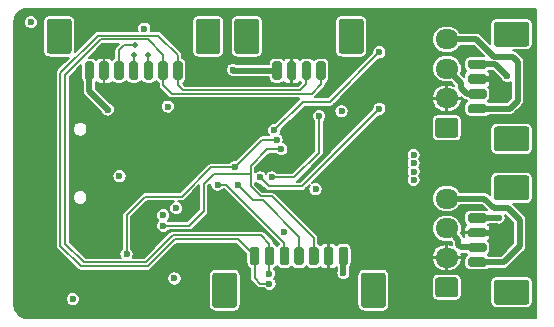
<source format=gbl>
%TF.GenerationSoftware,KiCad,Pcbnew,5.1.9*%
%TF.CreationDate,2021-02-28T20:30:44+01:00*%
%TF.ProjectId,can-usb-dongle,63616e2d-7573-4622-9d64-6f6e676c652e,rev?*%
%TF.SameCoordinates,Original*%
%TF.FileFunction,Copper,L4,Bot*%
%TF.FilePolarity,Positive*%
%FSLAX46Y46*%
G04 Gerber Fmt 4.6, Leading zero omitted, Abs format (unit mm)*
G04 Created by KiCad (PCBNEW 5.1.9) date 2021-02-28 20:30:44*
%MOMM*%
%LPD*%
G01*
G04 APERTURE LIST*
%TA.AperFunction,ComponentPad*%
%ADD10O,1.950000X1.700000*%
%TD*%
%TA.AperFunction,ViaPad*%
%ADD11C,0.500000*%
%TD*%
%TA.AperFunction,ViaPad*%
%ADD12C,0.600000*%
%TD*%
%TA.AperFunction,Conductor*%
%ADD13C,0.160000*%
%TD*%
%TA.AperFunction,Conductor*%
%ADD14C,0.500000*%
%TD*%
%TA.AperFunction,Conductor*%
%ADD15C,0.200000*%
%TD*%
%TA.AperFunction,Conductor*%
%ADD16C,0.100000*%
%TD*%
G04 APERTURE END LIST*
%TO.P,J6,1*%
%TO.N,VBUS*%
%TA.AperFunction,ComponentPad*%
G36*
G01*
X82725000Y-47850000D02*
X81275000Y-47850000D01*
G75*
G02*
X81025000Y-47600000I0J250000D01*
G01*
X81025000Y-46400000D01*
G75*
G02*
X81275000Y-46150000I250000J0D01*
G01*
X82725000Y-46150000D01*
G75*
G02*
X82975000Y-46400000I0J-250000D01*
G01*
X82975000Y-47600000D01*
G75*
G02*
X82725000Y-47850000I-250000J0D01*
G01*
G37*
%TD.AperFunction*%
D10*
%TO.P,J6,2*%
%TO.N,GND*%
X82000000Y-44500000D03*
%TO.P,J6,3*%
%TO.N,/CANH*%
X82000000Y-42000000D03*
%TO.P,J6,4*%
%TO.N,/CANL*%
X82000000Y-39500000D03*
%TD*%
%TO.P,J7,4*%
%TO.N,/CANL*%
X82000000Y-53000000D03*
%TO.P,J7,3*%
%TO.N,/CANH*%
X82000000Y-55500000D03*
%TO.P,J7,2*%
%TO.N,GND*%
X82000000Y-58000000D03*
%TO.P,J7,1*%
%TO.N,VBUS*%
%TA.AperFunction,ComponentPad*%
G36*
G01*
X82725000Y-61350000D02*
X81275000Y-61350000D01*
G75*
G02*
X81025000Y-61100000I0J250000D01*
G01*
X81025000Y-59900000D01*
G75*
G02*
X81275000Y-59650000I250000J0D01*
G01*
X82725000Y-59650000D01*
G75*
G02*
X82975000Y-59900000I0J-250000D01*
G01*
X82975000Y-61100000D01*
G75*
G02*
X82725000Y-61350000I-250000J0D01*
G01*
G37*
%TD.AperFunction*%
%TD*%
%TO.P,J4,MP*%
%TO.N,N/C*%
%TA.AperFunction,SMDPad,CuDef*%
G36*
G01*
X86249999Y-46875000D02*
X88750001Y-46875000D01*
G75*
G02*
X89000000Y-47124999I0J-249999D01*
G01*
X89000000Y-48725001D01*
G75*
G02*
X88750001Y-48975000I-249999J0D01*
G01*
X86249999Y-48975000D01*
G75*
G02*
X86000000Y-48725001I0J249999D01*
G01*
X86000000Y-47124999D01*
G75*
G02*
X86249999Y-46875000I249999J0D01*
G01*
G37*
%TD.AperFunction*%
%TA.AperFunction,SMDPad,CuDef*%
G36*
G01*
X86249999Y-38025000D02*
X88750001Y-38025000D01*
G75*
G02*
X89000000Y-38274999I0J-249999D01*
G01*
X89000000Y-39875001D01*
G75*
G02*
X88750001Y-40125000I-249999J0D01*
G01*
X86249999Y-40125000D01*
G75*
G02*
X86000000Y-39875001I0J249999D01*
G01*
X86000000Y-38274999D01*
G75*
G02*
X86249999Y-38025000I249999J0D01*
G01*
G37*
%TD.AperFunction*%
%TO.P,J4,4*%
%TO.N,/CANL*%
%TA.AperFunction,SMDPad,CuDef*%
G36*
G01*
X84000000Y-44975000D02*
X85200000Y-44975000D01*
G75*
G02*
X85400000Y-45175000I0J-200000D01*
G01*
X85400000Y-45575000D01*
G75*
G02*
X85200000Y-45775000I-200000J0D01*
G01*
X84000000Y-45775000D01*
G75*
G02*
X83800000Y-45575000I0J200000D01*
G01*
X83800000Y-45175000D01*
G75*
G02*
X84000000Y-44975000I200000J0D01*
G01*
G37*
%TD.AperFunction*%
%TO.P,J4,3*%
%TO.N,/CANH*%
%TA.AperFunction,SMDPad,CuDef*%
G36*
G01*
X84000000Y-43725000D02*
X85200000Y-43725000D01*
G75*
G02*
X85400000Y-43925000I0J-200000D01*
G01*
X85400000Y-44325000D01*
G75*
G02*
X85200000Y-44525000I-200000J0D01*
G01*
X84000000Y-44525000D01*
G75*
G02*
X83800000Y-44325000I0J200000D01*
G01*
X83800000Y-43925000D01*
G75*
G02*
X84000000Y-43725000I200000J0D01*
G01*
G37*
%TD.AperFunction*%
%TO.P,J4,2*%
%TO.N,GND*%
%TA.AperFunction,SMDPad,CuDef*%
G36*
G01*
X84000000Y-42475000D02*
X85200000Y-42475000D01*
G75*
G02*
X85400000Y-42675000I0J-200000D01*
G01*
X85400000Y-43075000D01*
G75*
G02*
X85200000Y-43275000I-200000J0D01*
G01*
X84000000Y-43275000D01*
G75*
G02*
X83800000Y-43075000I0J200000D01*
G01*
X83800000Y-42675000D01*
G75*
G02*
X84000000Y-42475000I200000J0D01*
G01*
G37*
%TD.AperFunction*%
%TO.P,J4,1*%
%TO.N,VBUS*%
%TA.AperFunction,SMDPad,CuDef*%
G36*
G01*
X84000000Y-41225000D02*
X85200000Y-41225000D01*
G75*
G02*
X85400000Y-41425000I0J-200000D01*
G01*
X85400000Y-41825000D01*
G75*
G02*
X85200000Y-42025000I-200000J0D01*
G01*
X84000000Y-42025000D01*
G75*
G02*
X83800000Y-41825000I0J200000D01*
G01*
X83800000Y-41425000D01*
G75*
G02*
X84000000Y-41225000I200000J0D01*
G01*
G37*
%TD.AperFunction*%
%TD*%
%TO.P,J5,1*%
%TO.N,VBUS*%
%TA.AperFunction,SMDPad,CuDef*%
G36*
G01*
X84000000Y-54225000D02*
X85200000Y-54225000D01*
G75*
G02*
X85400000Y-54425000I0J-200000D01*
G01*
X85400000Y-54825000D01*
G75*
G02*
X85200000Y-55025000I-200000J0D01*
G01*
X84000000Y-55025000D01*
G75*
G02*
X83800000Y-54825000I0J200000D01*
G01*
X83800000Y-54425000D01*
G75*
G02*
X84000000Y-54225000I200000J0D01*
G01*
G37*
%TD.AperFunction*%
%TO.P,J5,2*%
%TO.N,GND*%
%TA.AperFunction,SMDPad,CuDef*%
G36*
G01*
X84000000Y-55475000D02*
X85200000Y-55475000D01*
G75*
G02*
X85400000Y-55675000I0J-200000D01*
G01*
X85400000Y-56075000D01*
G75*
G02*
X85200000Y-56275000I-200000J0D01*
G01*
X84000000Y-56275000D01*
G75*
G02*
X83800000Y-56075000I0J200000D01*
G01*
X83800000Y-55675000D01*
G75*
G02*
X84000000Y-55475000I200000J0D01*
G01*
G37*
%TD.AperFunction*%
%TO.P,J5,3*%
%TO.N,/CANH*%
%TA.AperFunction,SMDPad,CuDef*%
G36*
G01*
X84000000Y-56725000D02*
X85200000Y-56725000D01*
G75*
G02*
X85400000Y-56925000I0J-200000D01*
G01*
X85400000Y-57325000D01*
G75*
G02*
X85200000Y-57525000I-200000J0D01*
G01*
X84000000Y-57525000D01*
G75*
G02*
X83800000Y-57325000I0J200000D01*
G01*
X83800000Y-56925000D01*
G75*
G02*
X84000000Y-56725000I200000J0D01*
G01*
G37*
%TD.AperFunction*%
%TO.P,J5,4*%
%TO.N,/CANL*%
%TA.AperFunction,SMDPad,CuDef*%
G36*
G01*
X84000000Y-57975000D02*
X85200000Y-57975000D01*
G75*
G02*
X85400000Y-58175000I0J-200000D01*
G01*
X85400000Y-58575000D01*
G75*
G02*
X85200000Y-58775000I-200000J0D01*
G01*
X84000000Y-58775000D01*
G75*
G02*
X83800000Y-58575000I0J200000D01*
G01*
X83800000Y-58175000D01*
G75*
G02*
X84000000Y-57975000I200000J0D01*
G01*
G37*
%TD.AperFunction*%
%TO.P,J5,MP*%
%TO.N,N/C*%
%TA.AperFunction,SMDPad,CuDef*%
G36*
G01*
X86249999Y-51025000D02*
X88750001Y-51025000D01*
G75*
G02*
X89000000Y-51274999I0J-249999D01*
G01*
X89000000Y-52875001D01*
G75*
G02*
X88750001Y-53125000I-249999J0D01*
G01*
X86249999Y-53125000D01*
G75*
G02*
X86000000Y-52875001I0J249999D01*
G01*
X86000000Y-51274999D01*
G75*
G02*
X86249999Y-51025000I249999J0D01*
G01*
G37*
%TD.AperFunction*%
%TA.AperFunction,SMDPad,CuDef*%
G36*
G01*
X86249999Y-59875000D02*
X88750001Y-59875000D01*
G75*
G02*
X89000000Y-60124999I0J-249999D01*
G01*
X89000000Y-61725001D01*
G75*
G02*
X88750001Y-61975000I-249999J0D01*
G01*
X86249999Y-61975000D01*
G75*
G02*
X86000000Y-61725001I0J249999D01*
G01*
X86000000Y-60124999D01*
G75*
G02*
X86249999Y-59875000I249999J0D01*
G01*
G37*
%TD.AperFunction*%
%TD*%
%TO.P,J1,1*%
%TO.N,+3V3*%
%TA.AperFunction,SMDPad,CuDef*%
G36*
G01*
X73650000Y-57250000D02*
X73650000Y-58450000D01*
G75*
G02*
X73450000Y-58650000I-200000J0D01*
G01*
X73050000Y-58650000D01*
G75*
G02*
X72850000Y-58450000I0J200000D01*
G01*
X72850000Y-57250000D01*
G75*
G02*
X73050000Y-57050000I200000J0D01*
G01*
X73450000Y-57050000D01*
G75*
G02*
X73650000Y-57250000I0J-200000D01*
G01*
G37*
%TD.AperFunction*%
%TO.P,J1,2*%
%TO.N,GND*%
%TA.AperFunction,SMDPad,CuDef*%
G36*
G01*
X72400000Y-57250000D02*
X72400000Y-58450000D01*
G75*
G02*
X72200000Y-58650000I-200000J0D01*
G01*
X71800000Y-58650000D01*
G75*
G02*
X71600000Y-58450000I0J200000D01*
G01*
X71600000Y-57250000D01*
G75*
G02*
X71800000Y-57050000I200000J0D01*
G01*
X72200000Y-57050000D01*
G75*
G02*
X72400000Y-57250000I0J-200000D01*
G01*
G37*
%TD.AperFunction*%
%TO.P,J1,3*%
%TO.N,/NRST*%
%TA.AperFunction,SMDPad,CuDef*%
G36*
G01*
X71150000Y-57250000D02*
X71150000Y-58450000D01*
G75*
G02*
X70950000Y-58650000I-200000J0D01*
G01*
X70550000Y-58650000D01*
G75*
G02*
X70350000Y-58450000I0J200000D01*
G01*
X70350000Y-57250000D01*
G75*
G02*
X70550000Y-57050000I200000J0D01*
G01*
X70950000Y-57050000D01*
G75*
G02*
X71150000Y-57250000I0J-200000D01*
G01*
G37*
%TD.AperFunction*%
%TO.P,J1,4*%
%TO.N,/SWDIO*%
%TA.AperFunction,SMDPad,CuDef*%
G36*
G01*
X69900000Y-57250000D02*
X69900000Y-58450000D01*
G75*
G02*
X69700000Y-58650000I-200000J0D01*
G01*
X69300000Y-58650000D01*
G75*
G02*
X69100000Y-58450000I0J200000D01*
G01*
X69100000Y-57250000D01*
G75*
G02*
X69300000Y-57050000I200000J0D01*
G01*
X69700000Y-57050000D01*
G75*
G02*
X69900000Y-57250000I0J-200000D01*
G01*
G37*
%TD.AperFunction*%
%TO.P,J1,5*%
%TO.N,/SWCLK*%
%TA.AperFunction,SMDPad,CuDef*%
G36*
G01*
X68650000Y-57250000D02*
X68650000Y-58450000D01*
G75*
G02*
X68450000Y-58650000I-200000J0D01*
G01*
X68050000Y-58650000D01*
G75*
G02*
X67850000Y-58450000I0J200000D01*
G01*
X67850000Y-57250000D01*
G75*
G02*
X68050000Y-57050000I200000J0D01*
G01*
X68450000Y-57050000D01*
G75*
G02*
X68650000Y-57250000I0J-200000D01*
G01*
G37*
%TD.AperFunction*%
%TO.P,J1,6*%
%TO.N,/UART1_TX*%
%TA.AperFunction,SMDPad,CuDef*%
G36*
G01*
X67400000Y-57250000D02*
X67400000Y-58450000D01*
G75*
G02*
X67200000Y-58650000I-200000J0D01*
G01*
X66800000Y-58650000D01*
G75*
G02*
X66600000Y-58450000I0J200000D01*
G01*
X66600000Y-57250000D01*
G75*
G02*
X66800000Y-57050000I200000J0D01*
G01*
X67200000Y-57050000D01*
G75*
G02*
X67400000Y-57250000I0J-200000D01*
G01*
G37*
%TD.AperFunction*%
%TO.P,J1,7*%
%TO.N,/UART1_RX*%
%TA.AperFunction,SMDPad,CuDef*%
G36*
G01*
X66150000Y-57250000D02*
X66150000Y-58450000D01*
G75*
G02*
X65950000Y-58650000I-200000J0D01*
G01*
X65550000Y-58650000D01*
G75*
G02*
X65350000Y-58450000I0J200000D01*
G01*
X65350000Y-57250000D01*
G75*
G02*
X65550000Y-57050000I200000J0D01*
G01*
X65950000Y-57050000D01*
G75*
G02*
X66150000Y-57250000I0J-200000D01*
G01*
G37*
%TD.AperFunction*%
%TO.P,J1,MP*%
%TO.N,N/C*%
%TA.AperFunction,SMDPad,CuDef*%
G36*
G01*
X76850000Y-59499999D02*
X76850000Y-62000001D01*
G75*
G02*
X76600001Y-62250000I-249999J0D01*
G01*
X74999999Y-62250000D01*
G75*
G02*
X74750000Y-62000001I0J249999D01*
G01*
X74750000Y-59499999D01*
G75*
G02*
X74999999Y-59250000I249999J0D01*
G01*
X76600001Y-59250000D01*
G75*
G02*
X76850000Y-59499999I0J-249999D01*
G01*
G37*
%TD.AperFunction*%
%TA.AperFunction,SMDPad,CuDef*%
G36*
G01*
X64250000Y-59499999D02*
X64250000Y-62000001D01*
G75*
G02*
X64000001Y-62250000I-249999J0D01*
G01*
X62399999Y-62250000D01*
G75*
G02*
X62150000Y-62000001I0J249999D01*
G01*
X62150000Y-59499999D01*
G75*
G02*
X62399999Y-59250000I249999J0D01*
G01*
X64000001Y-59250000D01*
G75*
G02*
X64250000Y-59499999I0J-249999D01*
G01*
G37*
%TD.AperFunction*%
%TD*%
%TO.P,J2,1*%
%TO.N,+3V3*%
%TA.AperFunction,SMDPad,CuDef*%
G36*
G01*
X67225000Y-42750000D02*
X67225000Y-41550000D01*
G75*
G02*
X67425000Y-41350000I200000J0D01*
G01*
X67825000Y-41350000D01*
G75*
G02*
X68025000Y-41550000I0J-200000D01*
G01*
X68025000Y-42750000D01*
G75*
G02*
X67825000Y-42950000I-200000J0D01*
G01*
X67425000Y-42950000D01*
G75*
G02*
X67225000Y-42750000I0J200000D01*
G01*
G37*
%TD.AperFunction*%
%TO.P,J2,2*%
%TO.N,GND*%
%TA.AperFunction,SMDPad,CuDef*%
G36*
G01*
X68475000Y-42750000D02*
X68475000Y-41550000D01*
G75*
G02*
X68675000Y-41350000I200000J0D01*
G01*
X69075000Y-41350000D01*
G75*
G02*
X69275000Y-41550000I0J-200000D01*
G01*
X69275000Y-42750000D01*
G75*
G02*
X69075000Y-42950000I-200000J0D01*
G01*
X68675000Y-42950000D01*
G75*
G02*
X68475000Y-42750000I0J200000D01*
G01*
G37*
%TD.AperFunction*%
%TO.P,J2,3*%
%TO.N,/UART1_RX*%
%TA.AperFunction,SMDPad,CuDef*%
G36*
G01*
X69725000Y-42750000D02*
X69725000Y-41550000D01*
G75*
G02*
X69925000Y-41350000I200000J0D01*
G01*
X70325000Y-41350000D01*
G75*
G02*
X70525000Y-41550000I0J-200000D01*
G01*
X70525000Y-42750000D01*
G75*
G02*
X70325000Y-42950000I-200000J0D01*
G01*
X69925000Y-42950000D01*
G75*
G02*
X69725000Y-42750000I0J200000D01*
G01*
G37*
%TD.AperFunction*%
%TO.P,J2,4*%
%TO.N,/UART1_TX*%
%TA.AperFunction,SMDPad,CuDef*%
G36*
G01*
X70975000Y-42750000D02*
X70975000Y-41550000D01*
G75*
G02*
X71175000Y-41350000I200000J0D01*
G01*
X71575000Y-41350000D01*
G75*
G02*
X71775000Y-41550000I0J-200000D01*
G01*
X71775000Y-42750000D01*
G75*
G02*
X71575000Y-42950000I-200000J0D01*
G01*
X71175000Y-42950000D01*
G75*
G02*
X70975000Y-42750000I0J200000D01*
G01*
G37*
%TD.AperFunction*%
%TO.P,J2,MP*%
%TO.N,N/C*%
%TA.AperFunction,SMDPad,CuDef*%
G36*
G01*
X64025000Y-40500001D02*
X64025000Y-37999999D01*
G75*
G02*
X64274999Y-37750000I249999J0D01*
G01*
X65875001Y-37750000D01*
G75*
G02*
X66125000Y-37999999I0J-249999D01*
G01*
X66125000Y-40500001D01*
G75*
G02*
X65875001Y-40750000I-249999J0D01*
G01*
X64274999Y-40750000D01*
G75*
G02*
X64025000Y-40500001I0J249999D01*
G01*
G37*
%TD.AperFunction*%
%TA.AperFunction,SMDPad,CuDef*%
G36*
G01*
X72875000Y-40500001D02*
X72875000Y-37999999D01*
G75*
G02*
X73124999Y-37750000I249999J0D01*
G01*
X74725001Y-37750000D01*
G75*
G02*
X74975000Y-37999999I0J-249999D01*
G01*
X74975000Y-40500001D01*
G75*
G02*
X74725001Y-40750000I-249999J0D01*
G01*
X73124999Y-40750000D01*
G75*
G02*
X72875000Y-40500001I0J249999D01*
G01*
G37*
%TD.AperFunction*%
%TD*%
%TO.P,J8,1*%
%TO.N,+3V3*%
%TA.AperFunction,SMDPad,CuDef*%
G36*
G01*
X51350000Y-42750000D02*
X51350000Y-41550000D01*
G75*
G02*
X51550000Y-41350000I200000J0D01*
G01*
X51950000Y-41350000D01*
G75*
G02*
X52150000Y-41550000I0J-200000D01*
G01*
X52150000Y-42750000D01*
G75*
G02*
X51950000Y-42950000I-200000J0D01*
G01*
X51550000Y-42950000D01*
G75*
G02*
X51350000Y-42750000I0J200000D01*
G01*
G37*
%TD.AperFunction*%
%TO.P,J8,2*%
%TO.N,GND*%
%TA.AperFunction,SMDPad,CuDef*%
G36*
G01*
X52600000Y-42750000D02*
X52600000Y-41550000D01*
G75*
G02*
X52800000Y-41350000I200000J0D01*
G01*
X53200000Y-41350000D01*
G75*
G02*
X53400000Y-41550000I0J-200000D01*
G01*
X53400000Y-42750000D01*
G75*
G02*
X53200000Y-42950000I-200000J0D01*
G01*
X52800000Y-42950000D01*
G75*
G02*
X52600000Y-42750000I0J200000D01*
G01*
G37*
%TD.AperFunction*%
%TO.P,J8,3*%
%TO.N,Net-(J8-Pad3)*%
%TA.AperFunction,SMDPad,CuDef*%
G36*
G01*
X53850000Y-42750000D02*
X53850000Y-41550000D01*
G75*
G02*
X54050000Y-41350000I200000J0D01*
G01*
X54450000Y-41350000D01*
G75*
G02*
X54650000Y-41550000I0J-200000D01*
G01*
X54650000Y-42750000D01*
G75*
G02*
X54450000Y-42950000I-200000J0D01*
G01*
X54050000Y-42950000D01*
G75*
G02*
X53850000Y-42750000I0J200000D01*
G01*
G37*
%TD.AperFunction*%
%TO.P,J8,4*%
%TO.N,Net-(J8-Pad4)*%
%TA.AperFunction,SMDPad,CuDef*%
G36*
G01*
X55100000Y-42750000D02*
X55100000Y-41550000D01*
G75*
G02*
X55300000Y-41350000I200000J0D01*
G01*
X55700000Y-41350000D01*
G75*
G02*
X55900000Y-41550000I0J-200000D01*
G01*
X55900000Y-42750000D01*
G75*
G02*
X55700000Y-42950000I-200000J0D01*
G01*
X55300000Y-42950000D01*
G75*
G02*
X55100000Y-42750000I0J200000D01*
G01*
G37*
%TD.AperFunction*%
%TO.P,J8,5*%
%TO.N,Net-(J8-Pad5)*%
%TA.AperFunction,SMDPad,CuDef*%
G36*
G01*
X56350000Y-42750000D02*
X56350000Y-41550000D01*
G75*
G02*
X56550000Y-41350000I200000J0D01*
G01*
X56950000Y-41350000D01*
G75*
G02*
X57150000Y-41550000I0J-200000D01*
G01*
X57150000Y-42750000D01*
G75*
G02*
X56950000Y-42950000I-200000J0D01*
G01*
X56550000Y-42950000D01*
G75*
G02*
X56350000Y-42750000I0J200000D01*
G01*
G37*
%TD.AperFunction*%
%TO.P,J8,6*%
%TO.N,/UART1_TX*%
%TA.AperFunction,SMDPad,CuDef*%
G36*
G01*
X57600000Y-42750000D02*
X57600000Y-41550000D01*
G75*
G02*
X57800000Y-41350000I200000J0D01*
G01*
X58200000Y-41350000D01*
G75*
G02*
X58400000Y-41550000I0J-200000D01*
G01*
X58400000Y-42750000D01*
G75*
G02*
X58200000Y-42950000I-200000J0D01*
G01*
X57800000Y-42950000D01*
G75*
G02*
X57600000Y-42750000I0J200000D01*
G01*
G37*
%TD.AperFunction*%
%TO.P,J8,7*%
%TO.N,/UART1_RX*%
%TA.AperFunction,SMDPad,CuDef*%
G36*
G01*
X58850000Y-42750000D02*
X58850000Y-41550000D01*
G75*
G02*
X59050000Y-41350000I200000J0D01*
G01*
X59450000Y-41350000D01*
G75*
G02*
X59650000Y-41550000I0J-200000D01*
G01*
X59650000Y-42750000D01*
G75*
G02*
X59450000Y-42950000I-200000J0D01*
G01*
X59050000Y-42950000D01*
G75*
G02*
X58850000Y-42750000I0J200000D01*
G01*
G37*
%TD.AperFunction*%
%TO.P,J8,MP*%
%TO.N,N/C*%
%TA.AperFunction,SMDPad,CuDef*%
G36*
G01*
X48150000Y-40500001D02*
X48150000Y-37999999D01*
G75*
G02*
X48399999Y-37750000I249999J0D01*
G01*
X50000001Y-37750000D01*
G75*
G02*
X50250000Y-37999999I0J-249999D01*
G01*
X50250000Y-40500001D01*
G75*
G02*
X50000001Y-40750000I-249999J0D01*
G01*
X48399999Y-40750000D01*
G75*
G02*
X48150000Y-40500001I0J249999D01*
G01*
G37*
%TD.AperFunction*%
%TA.AperFunction,SMDPad,CuDef*%
G36*
G01*
X60750000Y-40500001D02*
X60750000Y-37999999D01*
G75*
G02*
X60999999Y-37750000I249999J0D01*
G01*
X62600001Y-37750000D01*
G75*
G02*
X62850000Y-37999999I0J-249999D01*
G01*
X62850000Y-40500001D01*
G75*
G02*
X62600001Y-40750000I-249999J0D01*
G01*
X60999999Y-40750000D01*
G75*
G02*
X60750000Y-40500001I0J249999D01*
G01*
G37*
%TD.AperFunction*%
%TD*%
D11*
%TO.N,GND*%
X65300000Y-43100000D03*
X83950000Y-40500000D03*
X73700000Y-51150000D03*
X88600000Y-54100000D03*
X83750000Y-49650000D03*
D12*
X80200000Y-44900000D03*
X80100000Y-43400000D03*
X77400000Y-46500000D03*
X56900000Y-54400000D03*
X86100000Y-42900000D03*
X86400000Y-56200000D03*
X59600000Y-51100000D03*
D11*
X68900000Y-40000000D03*
X80700000Y-48800000D03*
D12*
%TO.N,/NRST*%
X68000000Y-48800000D03*
X58000000Y-55300000D03*
%TO.N,/SWCLK*%
X62600000Y-51800000D03*
%TO.N,/SWDIO*%
X64300000Y-51800000D03*
%TO.N,/CAN1_RX*%
X76300000Y-45400000D03*
X66200000Y-51200000D03*
%TO.N,/CAN1_TX*%
X71200000Y-46000000D03*
X67200004Y-51199994D03*
%TO.N,/UART1_RX*%
X67000000Y-60200000D03*
%TO.N,/UART1_TX*%
X66961084Y-59361083D03*
%TO.N,+3V3*%
X46800000Y-38050000D03*
X68200000Y-55800000D03*
X59100000Y-53800000D03*
X63900000Y-42100000D03*
X73100000Y-45600000D03*
X70900000Y-52200000D03*
X58950000Y-59750000D03*
X73250000Y-59300000D03*
X50350000Y-61500000D03*
X53300000Y-45450000D03*
%TO.N,VBUS*%
X86400000Y-54600000D03*
X79200000Y-49300000D03*
X79200000Y-50000000D03*
X79200000Y-50700000D03*
X79200000Y-51400000D03*
X56400000Y-38600000D03*
X87100000Y-42600000D03*
%TO.N,/VUSB*%
X58000000Y-54400000D03*
X58400000Y-45200000D03*
X54300008Y-51100000D03*
%TO.N,/BTN*%
X67600000Y-48000000D03*
X54900000Y-57700000D03*
X64100000Y-50300000D03*
%TO.N,/CAN_EN*%
X76300000Y-40600000D03*
X67399994Y-47200000D03*
D11*
%TO.N,Net-(J8-Pad3)*%
X55649998Y-40000000D03*
%TO.N,Net-(J8-Pad4)*%
X55539405Y-40839433D03*
%TO.N,Net-(J8-Pad5)*%
X56750020Y-40800000D03*
%TD*%
D13*
%TO.N,GND*%
X86075000Y-42875000D02*
X86100000Y-42900000D01*
D14*
X84600000Y-42875000D02*
X86075000Y-42875000D01*
X86075000Y-55875000D02*
X86400000Y-56200000D01*
X84600000Y-55875000D02*
X86075000Y-55875000D01*
D13*
%TO.N,/NRST*%
X66800000Y-48800000D02*
X68000000Y-48800000D01*
X65400000Y-50200000D02*
X66800000Y-48800000D01*
X65400000Y-50900000D02*
X65400000Y-50200000D01*
X62300000Y-50900000D02*
X65400000Y-50900000D01*
X61442201Y-51757799D02*
X62300000Y-50900000D01*
X61442201Y-54057799D02*
X61442201Y-51757799D01*
X60200000Y-55300000D02*
X61442201Y-54057799D01*
X58000000Y-55300000D02*
X60200000Y-55300000D01*
X65400000Y-51100000D02*
X65400000Y-50900000D01*
X65400000Y-51961580D02*
X65400000Y-51100000D01*
X67199999Y-52799999D02*
X66238419Y-52799999D01*
X66238419Y-52799999D02*
X65400000Y-51961580D01*
X70750000Y-56350000D02*
X67199999Y-52799999D01*
X70750000Y-57850000D02*
X70750000Y-56350000D01*
%TO.N,/SWCLK*%
X68250000Y-57850000D02*
X68250000Y-56750000D01*
X63300000Y-51800000D02*
X62600000Y-51800000D01*
X68250000Y-56750000D02*
X63300000Y-51800000D01*
%TO.N,/SWDIO*%
X65610010Y-53110010D02*
X64300000Y-51800000D01*
X69500000Y-56200000D02*
X66410010Y-53110010D01*
X66410010Y-53110010D02*
X65610010Y-53110010D01*
X69500000Y-57850000D02*
X69500000Y-56200000D01*
D15*
%TO.N,/CAN1_RX*%
X69750002Y-51949998D02*
X66949998Y-51949998D01*
X76300000Y-45400000D02*
X69750002Y-51949998D01*
X66949998Y-51949998D02*
X66200000Y-51200000D01*
%TO.N,/CAN1_TX*%
X67200004Y-51199994D02*
X69100006Y-51199994D01*
X71200000Y-49100000D02*
X71200000Y-46000000D01*
X69100006Y-51199994D02*
X71200000Y-49100000D01*
%TO.N,/UART1_RX*%
X66200000Y-60200000D02*
X67000000Y-60200000D01*
X65750000Y-59750000D02*
X66200000Y-60200000D01*
X65750000Y-57850000D02*
X65750000Y-59750000D01*
D13*
X70125000Y-42150000D02*
X70125000Y-43275000D01*
X70125000Y-43275000D02*
X69600000Y-43800000D01*
X69600000Y-43800000D02*
X59700000Y-43800000D01*
X59250000Y-43350000D02*
X59250000Y-42150000D01*
X59700000Y-43800000D02*
X59250000Y-43350000D01*
X64340000Y-56440000D02*
X65350000Y-57450000D01*
X49300000Y-57000000D02*
X51000000Y-58700000D01*
X65350000Y-57450000D02*
X65750000Y-57850000D01*
X58960000Y-56440000D02*
X64340000Y-56440000D01*
X51000000Y-58700000D02*
X56700000Y-58700000D01*
X49300000Y-42330789D02*
X49300000Y-57000000D01*
X52440800Y-39189989D02*
X49300000Y-42330789D01*
X57589989Y-39189989D02*
X52440800Y-39189989D01*
X59250000Y-40850000D02*
X57589989Y-39189989D01*
X56700000Y-58700000D02*
X58960000Y-56440000D01*
X59250000Y-42150000D02*
X59250000Y-40850000D01*
D15*
%TO.N,/UART1_TX*%
X67000000Y-59322167D02*
X66961084Y-59361083D01*
X67000000Y-57850000D02*
X67000000Y-59322167D01*
D13*
X58000000Y-43400000D02*
X58000000Y-42150000D01*
X58720000Y-44120000D02*
X58000000Y-43400000D01*
X70580000Y-44120000D02*
X58720000Y-44120000D01*
X71375000Y-43325000D02*
X70580000Y-44120000D01*
X71375000Y-42150000D02*
X71375000Y-43325000D01*
X58000000Y-40800000D02*
X58000000Y-42150000D01*
X49700000Y-42500000D02*
X52700000Y-39500000D01*
X52700000Y-39500000D02*
X56700000Y-39500000D01*
X49700000Y-56800000D02*
X49700000Y-42500000D01*
X51289989Y-58389989D02*
X49700000Y-56800000D01*
X56510011Y-58389989D02*
X51289989Y-58389989D01*
X58800000Y-56100000D02*
X56510011Y-58389989D01*
X66300000Y-56100000D02*
X58800000Y-56100000D01*
X56700000Y-39500000D02*
X58000000Y-40800000D01*
X67000000Y-56800000D02*
X66300000Y-56100000D01*
X67000000Y-57850000D02*
X67000000Y-56800000D01*
D14*
%TO.N,+3V3*%
X73250000Y-57850000D02*
X73250000Y-59300000D01*
X63950000Y-42150000D02*
X63900000Y-42100000D01*
X67625000Y-42150000D02*
X63950000Y-42150000D01*
X51750000Y-42150000D02*
X51750000Y-43900000D01*
X51750000Y-43900000D02*
X53300000Y-45450000D01*
%TO.N,VBUS*%
X86375000Y-54625000D02*
X86400000Y-54600000D01*
X84600000Y-54625000D02*
X86375000Y-54625000D01*
X86125000Y-41625000D02*
X87100000Y-42600000D01*
X84600000Y-41625000D02*
X86125000Y-41625000D01*
D13*
%TO.N,/BTN*%
X67600000Y-48000000D02*
X66400000Y-48000000D01*
X66400000Y-48000000D02*
X64049999Y-50350001D01*
X54900000Y-54400000D02*
X54900000Y-57700000D01*
X64049999Y-50350001D02*
X62049999Y-50350001D01*
X62049999Y-50350001D02*
X59557001Y-52842999D01*
X59557001Y-52842999D02*
X56457001Y-52842999D01*
X56457001Y-52842999D02*
X54900000Y-54400000D01*
D15*
%TO.N,/CAN_EN*%
X76300000Y-40600000D02*
X72100000Y-44800000D01*
X72100000Y-44800000D02*
X69799994Y-44800000D01*
X69799994Y-44800000D02*
X67399994Y-47200000D01*
D14*
%TO.N,/CANL*%
X85974989Y-40974989D02*
X84500000Y-39500000D01*
X84500000Y-39500000D02*
X82000000Y-39500000D01*
X87574989Y-40974989D02*
X85974989Y-40974989D01*
X88000002Y-41400002D02*
X87574989Y-40974989D01*
X88000002Y-44699998D02*
X88000002Y-41400002D01*
X87325000Y-45375000D02*
X88000002Y-44699998D01*
X84600000Y-45375000D02*
X87325000Y-45375000D01*
X85200000Y-53000000D02*
X82000000Y-53000000D01*
X87200000Y-53800000D02*
X86000000Y-53800000D01*
X86000000Y-53800000D02*
X85200000Y-53000000D01*
X88200000Y-54800000D02*
X87200000Y-53800000D01*
X88200000Y-57000000D02*
X88200000Y-54800000D01*
X86825000Y-58375000D02*
X88200000Y-57000000D01*
X84600000Y-58375000D02*
X86825000Y-58375000D01*
%TO.N,/CANH*%
X83000000Y-56900000D02*
X83000000Y-56500000D01*
X83000000Y-56500000D02*
X82000000Y-55500000D01*
X83225000Y-57125000D02*
X83000000Y-56900000D01*
X84600000Y-57125000D02*
X83225000Y-57125000D01*
X83200000Y-43200000D02*
X82000000Y-42000000D01*
X83200000Y-43600000D02*
X83200000Y-43200000D01*
X83725000Y-44125000D02*
X83200000Y-43600000D01*
X84600000Y-44125000D02*
X83725000Y-44125000D01*
D13*
%TO.N,Net-(J8-Pad3)*%
X54700000Y-40000000D02*
X55649998Y-40000000D01*
X54250000Y-40450000D02*
X54700000Y-40000000D01*
X54250000Y-42150000D02*
X54250000Y-40450000D01*
%TO.N,Net-(J8-Pad4)*%
X55500000Y-42150000D02*
X55500000Y-40878838D01*
X55500000Y-40878838D02*
X55539405Y-40839433D01*
%TO.N,Net-(J8-Pad5)*%
X56750000Y-42150000D02*
X56750000Y-40800020D01*
X56750000Y-40800020D02*
X56750020Y-40800000D01*
%TD*%
D15*
%TO.N,GND*%
X89600000Y-63100000D02*
X46519563Y-63100000D01*
X46286716Y-63077169D01*
X46081553Y-63015227D01*
X45892332Y-62914616D01*
X45726254Y-62779166D01*
X45589650Y-62614040D01*
X45487718Y-62425522D01*
X45424347Y-62220803D01*
X45400000Y-61989155D01*
X45400000Y-61440905D01*
X49750000Y-61440905D01*
X49750000Y-61559095D01*
X49773058Y-61675014D01*
X49818287Y-61784207D01*
X49883950Y-61882478D01*
X49967522Y-61966050D01*
X50065793Y-62031713D01*
X50174986Y-62076942D01*
X50290905Y-62100000D01*
X50409095Y-62100000D01*
X50525014Y-62076942D01*
X50634207Y-62031713D01*
X50732478Y-61966050D01*
X50816050Y-61882478D01*
X50881713Y-61784207D01*
X50926942Y-61675014D01*
X50950000Y-61559095D01*
X50950000Y-61440905D01*
X50926942Y-61324986D01*
X50881713Y-61215793D01*
X50816050Y-61117522D01*
X50732478Y-61033950D01*
X50634207Y-60968287D01*
X50525014Y-60923058D01*
X50409095Y-60900000D01*
X50290905Y-60900000D01*
X50174986Y-60923058D01*
X50065793Y-60968287D01*
X49967522Y-61033950D01*
X49883950Y-61117522D01*
X49818287Y-61215793D01*
X49773058Y-61324986D01*
X49750000Y-61440905D01*
X45400000Y-61440905D01*
X45400000Y-59690905D01*
X58350000Y-59690905D01*
X58350000Y-59809095D01*
X58373058Y-59925014D01*
X58418287Y-60034207D01*
X58483950Y-60132478D01*
X58567522Y-60216050D01*
X58665793Y-60281713D01*
X58774986Y-60326942D01*
X58890905Y-60350000D01*
X59009095Y-60350000D01*
X59125014Y-60326942D01*
X59234207Y-60281713D01*
X59332478Y-60216050D01*
X59416050Y-60132478D01*
X59481713Y-60034207D01*
X59526942Y-59925014D01*
X59550000Y-59809095D01*
X59550000Y-59690905D01*
X59526942Y-59574986D01*
X59495882Y-59499999D01*
X61848549Y-59499999D01*
X61848549Y-62000001D01*
X61859145Y-62107584D01*
X61890526Y-62211032D01*
X61941485Y-62306370D01*
X62010065Y-62389935D01*
X62093630Y-62458515D01*
X62188968Y-62509474D01*
X62292416Y-62540855D01*
X62399999Y-62551451D01*
X64000001Y-62551451D01*
X64107584Y-62540855D01*
X64211032Y-62509474D01*
X64306370Y-62458515D01*
X64389935Y-62389935D01*
X64458515Y-62306370D01*
X64509474Y-62211032D01*
X64540855Y-62107584D01*
X64551451Y-62000001D01*
X64551451Y-59499999D01*
X64540855Y-59392416D01*
X64509474Y-59288968D01*
X64458515Y-59193630D01*
X64389935Y-59110065D01*
X64306370Y-59041485D01*
X64211032Y-58990526D01*
X64107584Y-58959145D01*
X64000001Y-58948549D01*
X62399999Y-58948549D01*
X62292416Y-58959145D01*
X62188968Y-58990526D01*
X62093630Y-59041485D01*
X62010065Y-59110065D01*
X61941485Y-59193630D01*
X61890526Y-59288968D01*
X61859145Y-59392416D01*
X61848549Y-59499999D01*
X59495882Y-59499999D01*
X59481713Y-59465793D01*
X59416050Y-59367522D01*
X59332478Y-59283950D01*
X59234207Y-59218287D01*
X59125014Y-59173058D01*
X59009095Y-59150000D01*
X58890905Y-59150000D01*
X58774986Y-59173058D01*
X58665793Y-59218287D01*
X58567522Y-59283950D01*
X58483950Y-59367522D01*
X58418287Y-59465793D01*
X58373058Y-59574986D01*
X58350000Y-59690905D01*
X45400000Y-59690905D01*
X45400000Y-38019563D01*
X45402809Y-37990905D01*
X46200000Y-37990905D01*
X46200000Y-38109095D01*
X46223058Y-38225014D01*
X46268287Y-38334207D01*
X46333950Y-38432478D01*
X46417522Y-38516050D01*
X46515793Y-38581713D01*
X46624986Y-38626942D01*
X46740905Y-38650000D01*
X46859095Y-38650000D01*
X46975014Y-38626942D01*
X47084207Y-38581713D01*
X47182478Y-38516050D01*
X47266050Y-38432478D01*
X47331713Y-38334207D01*
X47376942Y-38225014D01*
X47400000Y-38109095D01*
X47400000Y-37999999D01*
X47848549Y-37999999D01*
X47848549Y-40500001D01*
X47859145Y-40607584D01*
X47890526Y-40711032D01*
X47941485Y-40806370D01*
X48010065Y-40889935D01*
X48093630Y-40958515D01*
X48188968Y-41009474D01*
X48292416Y-41040855D01*
X48399999Y-41051451D01*
X50000001Y-41051451D01*
X50046519Y-41046869D01*
X49044500Y-42048889D01*
X49030000Y-42060789D01*
X48982513Y-42118652D01*
X48947228Y-42184667D01*
X48925499Y-42256297D01*
X48920000Y-42312129D01*
X48920000Y-42312136D01*
X48918163Y-42330789D01*
X48920000Y-42349442D01*
X48920001Y-56981336D01*
X48918163Y-57000000D01*
X48925499Y-57074492D01*
X48947228Y-57146122D01*
X48947229Y-57146123D01*
X48982514Y-57212138D01*
X49030001Y-57270000D01*
X49044496Y-57281896D01*
X50718104Y-58955505D01*
X50730000Y-58970000D01*
X50787862Y-59017487D01*
X50853877Y-59052772D01*
X50908835Y-59069443D01*
X50925506Y-59074501D01*
X50933169Y-59075256D01*
X50981339Y-59080000D01*
X50981345Y-59080000D01*
X50999999Y-59081837D01*
X51018653Y-59080000D01*
X56681347Y-59080000D01*
X56700000Y-59081837D01*
X56718653Y-59080000D01*
X56718661Y-59080000D01*
X56774493Y-59074501D01*
X56846123Y-59052772D01*
X56912138Y-59017487D01*
X56970000Y-58970000D01*
X56981900Y-58955500D01*
X59117402Y-56820000D01*
X64182600Y-56820000D01*
X65048549Y-57685951D01*
X65048549Y-58450000D01*
X65058184Y-58547828D01*
X65086720Y-58641897D01*
X65133059Y-58728591D01*
X65195421Y-58804579D01*
X65271409Y-58866941D01*
X65350001Y-58908949D01*
X65350001Y-59730344D01*
X65348065Y-59750000D01*
X65355788Y-59828413D01*
X65378661Y-59903814D01*
X65415803Y-59973302D01*
X65453265Y-60018950D01*
X65453268Y-60018953D01*
X65465790Y-60034211D01*
X65481047Y-60046732D01*
X65903267Y-60468953D01*
X65915789Y-60484211D01*
X65931047Y-60496733D01*
X65931049Y-60496735D01*
X65944495Y-60507769D01*
X65976697Y-60534197D01*
X66046186Y-60571340D01*
X66121586Y-60594212D01*
X66180353Y-60600000D01*
X66180363Y-60600000D01*
X66199999Y-60601934D01*
X66219635Y-60600000D01*
X66551472Y-60600000D01*
X66617522Y-60666050D01*
X66715793Y-60731713D01*
X66824986Y-60776942D01*
X66940905Y-60800000D01*
X67059095Y-60800000D01*
X67175014Y-60776942D01*
X67284207Y-60731713D01*
X67382478Y-60666050D01*
X67466050Y-60582478D01*
X67531713Y-60484207D01*
X67576942Y-60375014D01*
X67600000Y-60259095D01*
X67600000Y-60140905D01*
X67576942Y-60024986D01*
X67531713Y-59915793D01*
X67466050Y-59817522D01*
X67409612Y-59761084D01*
X67427134Y-59743561D01*
X67492797Y-59645290D01*
X67538026Y-59536097D01*
X67561084Y-59420178D01*
X67561084Y-59301988D01*
X67538026Y-59186069D01*
X67492797Y-59076876D01*
X67427134Y-58978605D01*
X67400000Y-58951471D01*
X67400000Y-58908949D01*
X67478591Y-58866941D01*
X67554579Y-58804579D01*
X67616941Y-58728591D01*
X67625000Y-58713514D01*
X67633059Y-58728591D01*
X67695421Y-58804579D01*
X67771409Y-58866941D01*
X67858103Y-58913280D01*
X67952172Y-58941816D01*
X68050000Y-58951451D01*
X68450000Y-58951451D01*
X68547828Y-58941816D01*
X68641897Y-58913280D01*
X68728591Y-58866941D01*
X68804579Y-58804579D01*
X68866941Y-58728591D01*
X68875000Y-58713514D01*
X68883059Y-58728591D01*
X68945421Y-58804579D01*
X69021409Y-58866941D01*
X69108103Y-58913280D01*
X69202172Y-58941816D01*
X69300000Y-58951451D01*
X69700000Y-58951451D01*
X69797828Y-58941816D01*
X69891897Y-58913280D01*
X69978591Y-58866941D01*
X70054579Y-58804579D01*
X70116941Y-58728591D01*
X70125000Y-58713514D01*
X70133059Y-58728591D01*
X70195421Y-58804579D01*
X70271409Y-58866941D01*
X70358103Y-58913280D01*
X70452172Y-58941816D01*
X70550000Y-58951451D01*
X70950000Y-58951451D01*
X71047828Y-58941816D01*
X71141897Y-58913280D01*
X71228591Y-58866941D01*
X71304579Y-58804579D01*
X71327518Y-58776628D01*
X71349352Y-58817478D01*
X71386841Y-58863159D01*
X71432522Y-58900648D01*
X71484639Y-58928505D01*
X71541190Y-58945660D01*
X71600000Y-58951452D01*
X71900000Y-58950000D01*
X71975000Y-58875000D01*
X71975000Y-57875000D01*
X71955000Y-57875000D01*
X71955000Y-57825000D01*
X71975000Y-57825000D01*
X71975000Y-56825000D01*
X72025000Y-56825000D01*
X72025000Y-57825000D01*
X72045000Y-57825000D01*
X72045000Y-57875000D01*
X72025000Y-57875000D01*
X72025000Y-58875000D01*
X72100000Y-58950000D01*
X72400000Y-58951452D01*
X72458810Y-58945660D01*
X72515361Y-58928505D01*
X72567478Y-58900648D01*
X72613159Y-58863159D01*
X72650648Y-58817478D01*
X72672482Y-58776628D01*
X72695421Y-58804579D01*
X72700001Y-58808337D01*
X72700001Y-59059940D01*
X72673058Y-59124986D01*
X72650000Y-59240905D01*
X72650000Y-59359095D01*
X72673058Y-59475014D01*
X72718287Y-59584207D01*
X72783950Y-59682478D01*
X72867522Y-59766050D01*
X72965793Y-59831713D01*
X73074986Y-59876942D01*
X73190905Y-59900000D01*
X73309095Y-59900000D01*
X73425014Y-59876942D01*
X73534207Y-59831713D01*
X73632478Y-59766050D01*
X73716050Y-59682478D01*
X73781713Y-59584207D01*
X73816592Y-59499999D01*
X74448549Y-59499999D01*
X74448549Y-62000001D01*
X74459145Y-62107584D01*
X74490526Y-62211032D01*
X74541485Y-62306370D01*
X74610065Y-62389935D01*
X74693630Y-62458515D01*
X74788968Y-62509474D01*
X74892416Y-62540855D01*
X74999999Y-62551451D01*
X76600001Y-62551451D01*
X76707584Y-62540855D01*
X76811032Y-62509474D01*
X76906370Y-62458515D01*
X76989935Y-62389935D01*
X77058515Y-62306370D01*
X77109474Y-62211032D01*
X77140855Y-62107584D01*
X77151451Y-62000001D01*
X77151451Y-59900000D01*
X80723549Y-59900000D01*
X80723549Y-61100000D01*
X80734145Y-61207583D01*
X80765526Y-61311031D01*
X80816485Y-61406370D01*
X80885065Y-61489935D01*
X80968630Y-61558515D01*
X81063969Y-61609474D01*
X81167417Y-61640855D01*
X81275000Y-61651451D01*
X82725000Y-61651451D01*
X82832583Y-61640855D01*
X82936031Y-61609474D01*
X83031370Y-61558515D01*
X83114935Y-61489935D01*
X83183515Y-61406370D01*
X83234474Y-61311031D01*
X83265855Y-61207583D01*
X83276451Y-61100000D01*
X83276451Y-60124999D01*
X85698549Y-60124999D01*
X85698549Y-61725001D01*
X85709145Y-61832584D01*
X85740526Y-61936032D01*
X85791485Y-62031370D01*
X85860065Y-62114935D01*
X85943630Y-62183515D01*
X86038968Y-62234474D01*
X86142416Y-62265855D01*
X86249999Y-62276451D01*
X88750001Y-62276451D01*
X88857584Y-62265855D01*
X88961032Y-62234474D01*
X89056370Y-62183515D01*
X89139935Y-62114935D01*
X89208515Y-62031370D01*
X89259474Y-61936032D01*
X89290855Y-61832584D01*
X89301451Y-61725001D01*
X89301451Y-60124999D01*
X89290855Y-60017416D01*
X89259474Y-59913968D01*
X89208515Y-59818630D01*
X89139935Y-59735065D01*
X89056370Y-59666485D01*
X88961032Y-59615526D01*
X88857584Y-59584145D01*
X88750001Y-59573549D01*
X86249999Y-59573549D01*
X86142416Y-59584145D01*
X86038968Y-59615526D01*
X85943630Y-59666485D01*
X85860065Y-59735065D01*
X85791485Y-59818630D01*
X85740526Y-59913968D01*
X85709145Y-60017416D01*
X85698549Y-60124999D01*
X83276451Y-60124999D01*
X83276451Y-59900000D01*
X83265855Y-59792417D01*
X83234474Y-59688969D01*
X83183515Y-59593630D01*
X83114935Y-59510065D01*
X83031370Y-59441485D01*
X82936031Y-59390526D01*
X82832583Y-59359145D01*
X82725000Y-59348549D01*
X81275000Y-59348549D01*
X81167417Y-59359145D01*
X81063969Y-59390526D01*
X80968630Y-59441485D01*
X80885065Y-59510065D01*
X80816485Y-59593630D01*
X80765526Y-59688969D01*
X80734145Y-59792417D01*
X80723549Y-59900000D01*
X77151451Y-59900000D01*
X77151451Y-59499999D01*
X77140855Y-59392416D01*
X77109474Y-59288968D01*
X77058515Y-59193630D01*
X76989935Y-59110065D01*
X76906370Y-59041485D01*
X76811032Y-58990526D01*
X76707584Y-58959145D01*
X76600001Y-58948549D01*
X74999999Y-58948549D01*
X74892416Y-58959145D01*
X74788968Y-58990526D01*
X74693630Y-59041485D01*
X74610065Y-59110065D01*
X74541485Y-59193630D01*
X74490526Y-59288968D01*
X74459145Y-59392416D01*
X74448549Y-59499999D01*
X73816592Y-59499999D01*
X73826942Y-59475014D01*
X73850000Y-59359095D01*
X73850000Y-59240905D01*
X73826942Y-59124986D01*
X73800000Y-59059942D01*
X73800000Y-58808337D01*
X73804579Y-58804579D01*
X73866941Y-58728591D01*
X73913280Y-58641897D01*
X73941816Y-58547828D01*
X73951451Y-58450000D01*
X73951451Y-58204549D01*
X80743338Y-58204549D01*
X80802972Y-58416988D01*
X80904921Y-58618118D01*
X81044150Y-58795494D01*
X81215308Y-58942300D01*
X81411817Y-59052894D01*
X81626126Y-59123026D01*
X81850000Y-59150000D01*
X81975000Y-59150000D01*
X81975000Y-58025000D01*
X82025000Y-58025000D01*
X82025000Y-59150000D01*
X82150000Y-59150000D01*
X82373874Y-59123026D01*
X82588183Y-59052894D01*
X82784692Y-58942300D01*
X82955850Y-58795494D01*
X83095079Y-58618118D01*
X83197028Y-58416988D01*
X83256662Y-58204549D01*
X83199709Y-58025000D01*
X82025000Y-58025000D01*
X81975000Y-58025000D01*
X80800291Y-58025000D01*
X80743338Y-58204549D01*
X73951451Y-58204549D01*
X73951451Y-57795451D01*
X80743338Y-57795451D01*
X80800291Y-57975000D01*
X81975000Y-57975000D01*
X81975000Y-56850000D01*
X81850000Y-56850000D01*
X81626126Y-56876974D01*
X81411817Y-56947106D01*
X81215308Y-57057700D01*
X81044150Y-57204506D01*
X80904921Y-57381882D01*
X80802972Y-57583012D01*
X80743338Y-57795451D01*
X73951451Y-57795451D01*
X73951451Y-57250000D01*
X73941816Y-57152172D01*
X73913280Y-57058103D01*
X73866941Y-56971409D01*
X73804579Y-56895421D01*
X73728591Y-56833059D01*
X73641897Y-56786720D01*
X73547828Y-56758184D01*
X73450000Y-56748549D01*
X73050000Y-56748549D01*
X72952172Y-56758184D01*
X72858103Y-56786720D01*
X72771409Y-56833059D01*
X72695421Y-56895421D01*
X72672482Y-56923372D01*
X72650648Y-56882522D01*
X72613159Y-56836841D01*
X72567478Y-56799352D01*
X72515361Y-56771495D01*
X72458810Y-56754340D01*
X72400000Y-56748548D01*
X72100000Y-56750000D01*
X72025000Y-56825000D01*
X71975000Y-56825000D01*
X71900000Y-56750000D01*
X71600000Y-56748548D01*
X71541190Y-56754340D01*
X71484639Y-56771495D01*
X71432522Y-56799352D01*
X71386841Y-56836841D01*
X71349352Y-56882522D01*
X71327518Y-56923372D01*
X71304579Y-56895421D01*
X71228591Y-56833059D01*
X71141897Y-56786720D01*
X71130000Y-56783111D01*
X71130000Y-56368654D01*
X71131837Y-56350000D01*
X71130000Y-56331346D01*
X71130000Y-56331339D01*
X71124501Y-56275507D01*
X71102772Y-56203877D01*
X71067487Y-56137862D01*
X71020000Y-56080000D01*
X71005505Y-56068104D01*
X67937401Y-53000000D01*
X80719436Y-53000000D01*
X80741640Y-53225439D01*
X80807398Y-53442215D01*
X80914184Y-53641997D01*
X81057893Y-53817107D01*
X81233003Y-53960816D01*
X81432785Y-54067602D01*
X81649561Y-54133360D01*
X81818508Y-54150000D01*
X82181492Y-54150000D01*
X82350439Y-54133360D01*
X82567215Y-54067602D01*
X82766997Y-53960816D01*
X82942107Y-53817107D01*
X83085816Y-53641997D01*
X83134990Y-53550000D01*
X84972183Y-53550000D01*
X85380421Y-53958239D01*
X85297828Y-53933184D01*
X85200000Y-53923549D01*
X84000000Y-53923549D01*
X83902172Y-53933184D01*
X83808103Y-53961720D01*
X83721409Y-54008059D01*
X83645421Y-54070421D01*
X83583059Y-54146409D01*
X83536720Y-54233103D01*
X83508184Y-54327172D01*
X83498549Y-54425000D01*
X83498549Y-54825000D01*
X83508184Y-54922828D01*
X83536720Y-55016897D01*
X83583059Y-55103591D01*
X83645421Y-55179579D01*
X83673372Y-55202518D01*
X83632522Y-55224352D01*
X83586841Y-55261841D01*
X83549352Y-55307522D01*
X83521495Y-55359639D01*
X83504340Y-55416190D01*
X83498548Y-55475000D01*
X83500000Y-55775000D01*
X83575000Y-55850000D01*
X84575000Y-55850000D01*
X84575000Y-55830000D01*
X84625000Y-55830000D01*
X84625000Y-55850000D01*
X85625000Y-55850000D01*
X85700000Y-55775000D01*
X85701452Y-55475000D01*
X85695660Y-55416190D01*
X85678505Y-55359639D01*
X85650648Y-55307522D01*
X85613159Y-55261841D01*
X85567478Y-55224352D01*
X85526628Y-55202518D01*
X85554579Y-55179579D01*
X85558337Y-55175000D01*
X86220298Y-55175000D01*
X86224986Y-55176942D01*
X86340905Y-55200000D01*
X86459095Y-55200000D01*
X86575014Y-55176942D01*
X86684207Y-55131713D01*
X86782478Y-55066050D01*
X86866050Y-54982478D01*
X86931713Y-54884207D01*
X86976942Y-54775014D01*
X87000000Y-54659095D01*
X87000000Y-54540905D01*
X86976942Y-54424986D01*
X86945882Y-54350000D01*
X86972183Y-54350000D01*
X87650001Y-55027818D01*
X87650000Y-56772183D01*
X86597183Y-57825000D01*
X85558337Y-57825000D01*
X85554579Y-57820421D01*
X85478591Y-57758059D01*
X85463514Y-57750000D01*
X85478591Y-57741941D01*
X85554579Y-57679579D01*
X85616941Y-57603591D01*
X85663280Y-57516897D01*
X85691816Y-57422828D01*
X85701451Y-57325000D01*
X85701451Y-56925000D01*
X85691816Y-56827172D01*
X85663280Y-56733103D01*
X85616941Y-56646409D01*
X85554579Y-56570421D01*
X85526628Y-56547482D01*
X85567478Y-56525648D01*
X85613159Y-56488159D01*
X85650648Y-56442478D01*
X85678505Y-56390361D01*
X85695660Y-56333810D01*
X85701452Y-56275000D01*
X85700000Y-55975000D01*
X85625000Y-55900000D01*
X84625000Y-55900000D01*
X84625000Y-55920000D01*
X84575000Y-55920000D01*
X84575000Y-55900000D01*
X83575000Y-55900000D01*
X83500000Y-55975000D01*
X83498591Y-56266054D01*
X83459521Y-56192958D01*
X83408013Y-56130196D01*
X83390790Y-56109210D01*
X83369804Y-56091987D01*
X83198986Y-55921169D01*
X83258360Y-55725439D01*
X83280564Y-55500000D01*
X83258360Y-55274561D01*
X83192602Y-55057785D01*
X83085816Y-54858003D01*
X82942107Y-54682893D01*
X82766997Y-54539184D01*
X82567215Y-54432398D01*
X82350439Y-54366640D01*
X82181492Y-54350000D01*
X81818508Y-54350000D01*
X81649561Y-54366640D01*
X81432785Y-54432398D01*
X81233003Y-54539184D01*
X81057893Y-54682893D01*
X80914184Y-54858003D01*
X80807398Y-55057785D01*
X80741640Y-55274561D01*
X80719436Y-55500000D01*
X80741640Y-55725439D01*
X80807398Y-55942215D01*
X80914184Y-56141997D01*
X81057893Y-56317107D01*
X81233003Y-56460816D01*
X81432785Y-56567602D01*
X81649561Y-56633360D01*
X81818508Y-56650000D01*
X82181492Y-56650000D01*
X82350439Y-56633360D01*
X82354355Y-56632172D01*
X82450000Y-56727817D01*
X82450000Y-56872992D01*
X82447340Y-56900000D01*
X82447443Y-56901049D01*
X82373874Y-56876974D01*
X82150000Y-56850000D01*
X82025000Y-56850000D01*
X82025000Y-57975000D01*
X83199709Y-57975000D01*
X83256662Y-57795451D01*
X83223557Y-57677518D01*
X83224999Y-57677660D01*
X83252007Y-57675000D01*
X83641663Y-57675000D01*
X83645421Y-57679579D01*
X83721409Y-57741941D01*
X83736486Y-57750000D01*
X83721409Y-57758059D01*
X83645421Y-57820421D01*
X83583059Y-57896409D01*
X83536720Y-57983103D01*
X83508184Y-58077172D01*
X83498549Y-58175000D01*
X83498549Y-58575000D01*
X83508184Y-58672828D01*
X83536720Y-58766897D01*
X83583059Y-58853591D01*
X83645421Y-58929579D01*
X83721409Y-58991941D01*
X83808103Y-59038280D01*
X83902172Y-59066816D01*
X84000000Y-59076451D01*
X85200000Y-59076451D01*
X85297828Y-59066816D01*
X85391897Y-59038280D01*
X85478591Y-58991941D01*
X85554579Y-58929579D01*
X85558337Y-58925000D01*
X86797992Y-58925000D01*
X86825000Y-58927660D01*
X86852008Y-58925000D01*
X86852018Y-58925000D01*
X86932819Y-58917042D01*
X87036494Y-58885592D01*
X87132042Y-58834521D01*
X87179596Y-58795494D01*
X87194804Y-58783013D01*
X87215790Y-58765790D01*
X87233013Y-58744804D01*
X88569804Y-57408013D01*
X88590790Y-57390790D01*
X88659521Y-57307042D01*
X88710592Y-57211494D01*
X88742042Y-57107819D01*
X88750000Y-57027018D01*
X88750000Y-57027011D01*
X88752660Y-57000000D01*
X88750000Y-56972989D01*
X88750000Y-54827011D01*
X88752660Y-54800000D01*
X88750000Y-54772989D01*
X88750000Y-54772982D01*
X88742042Y-54692181D01*
X88710592Y-54588506D01*
X88659521Y-54492958D01*
X88590790Y-54409210D01*
X88569804Y-54391987D01*
X87608012Y-53430195D01*
X87604939Y-53426451D01*
X88750001Y-53426451D01*
X88857584Y-53415855D01*
X88961032Y-53384474D01*
X89056370Y-53333515D01*
X89139935Y-53264935D01*
X89208515Y-53181370D01*
X89259474Y-53086032D01*
X89290855Y-52982584D01*
X89301451Y-52875001D01*
X89301451Y-51274999D01*
X89290855Y-51167416D01*
X89259474Y-51063968D01*
X89208515Y-50968630D01*
X89139935Y-50885065D01*
X89056370Y-50816485D01*
X88961032Y-50765526D01*
X88857584Y-50734145D01*
X88750001Y-50723549D01*
X86249999Y-50723549D01*
X86142416Y-50734145D01*
X86038968Y-50765526D01*
X85943630Y-50816485D01*
X85860065Y-50885065D01*
X85791485Y-50968630D01*
X85740526Y-51063968D01*
X85709145Y-51167416D01*
X85698549Y-51274999D01*
X85698549Y-52720732D01*
X85608013Y-52630196D01*
X85590790Y-52609210D01*
X85564777Y-52587861D01*
X85507042Y-52540479D01*
X85479040Y-52525512D01*
X85411494Y-52489408D01*
X85307819Y-52457958D01*
X85227018Y-52450000D01*
X85227008Y-52450000D01*
X85200000Y-52447340D01*
X85172992Y-52450000D01*
X83134990Y-52450000D01*
X83085816Y-52358003D01*
X82942107Y-52182893D01*
X82766997Y-52039184D01*
X82567215Y-51932398D01*
X82350439Y-51866640D01*
X82181492Y-51850000D01*
X81818508Y-51850000D01*
X81649561Y-51866640D01*
X81432785Y-51932398D01*
X81233003Y-52039184D01*
X81057893Y-52182893D01*
X80914184Y-52358003D01*
X80807398Y-52557785D01*
X80741640Y-52774561D01*
X80719436Y-53000000D01*
X67937401Y-53000000D01*
X67481899Y-52544499D01*
X67469999Y-52529999D01*
X67412137Y-52482512D01*
X67346122Y-52447227D01*
X67274492Y-52425498D01*
X67218660Y-52419999D01*
X67218652Y-52419999D01*
X67199999Y-52418162D01*
X67181346Y-52419999D01*
X66395820Y-52419999D01*
X65780000Y-51804180D01*
X65780000Y-51628528D01*
X65817522Y-51666050D01*
X65915793Y-51731713D01*
X66024986Y-51776942D01*
X66140905Y-51800000D01*
X66234315Y-51800000D01*
X66653261Y-52218946D01*
X66665787Y-52234209D01*
X66726695Y-52284195D01*
X66796184Y-52321338D01*
X66871584Y-52344210D01*
X66930351Y-52349998D01*
X66930361Y-52349998D01*
X66949997Y-52351932D01*
X66969633Y-52349998D01*
X69730356Y-52349998D01*
X69750002Y-52351933D01*
X69769648Y-52349998D01*
X69769649Y-52349998D01*
X69828416Y-52344210D01*
X69903816Y-52321338D01*
X69973305Y-52284195D01*
X70034213Y-52234209D01*
X70046739Y-52218946D01*
X70405329Y-51860356D01*
X70368287Y-51915793D01*
X70323058Y-52024986D01*
X70300000Y-52140905D01*
X70300000Y-52259095D01*
X70323058Y-52375014D01*
X70368287Y-52484207D01*
X70433950Y-52582478D01*
X70517522Y-52666050D01*
X70615793Y-52731713D01*
X70724986Y-52776942D01*
X70840905Y-52800000D01*
X70959095Y-52800000D01*
X71075014Y-52776942D01*
X71184207Y-52731713D01*
X71282478Y-52666050D01*
X71366050Y-52582478D01*
X71431713Y-52484207D01*
X71476942Y-52375014D01*
X71500000Y-52259095D01*
X71500000Y-52140905D01*
X71476942Y-52024986D01*
X71431713Y-51915793D01*
X71366050Y-51817522D01*
X71282478Y-51733950D01*
X71184207Y-51668287D01*
X71075014Y-51623058D01*
X70959095Y-51600000D01*
X70840905Y-51600000D01*
X70724986Y-51623058D01*
X70615793Y-51668287D01*
X70560356Y-51705329D01*
X73024780Y-49240905D01*
X78600000Y-49240905D01*
X78600000Y-49359095D01*
X78623058Y-49475014D01*
X78668287Y-49584207D01*
X78712249Y-49650000D01*
X78668287Y-49715793D01*
X78623058Y-49824986D01*
X78600000Y-49940905D01*
X78600000Y-50059095D01*
X78623058Y-50175014D01*
X78668287Y-50284207D01*
X78712249Y-50350000D01*
X78668287Y-50415793D01*
X78623058Y-50524986D01*
X78600000Y-50640905D01*
X78600000Y-50759095D01*
X78623058Y-50875014D01*
X78668287Y-50984207D01*
X78712249Y-51050000D01*
X78668287Y-51115793D01*
X78623058Y-51224986D01*
X78600000Y-51340905D01*
X78600000Y-51459095D01*
X78623058Y-51575014D01*
X78668287Y-51684207D01*
X78733950Y-51782478D01*
X78817522Y-51866050D01*
X78915793Y-51931713D01*
X79024986Y-51976942D01*
X79140905Y-52000000D01*
X79259095Y-52000000D01*
X79375014Y-51976942D01*
X79484207Y-51931713D01*
X79582478Y-51866050D01*
X79666050Y-51782478D01*
X79731713Y-51684207D01*
X79776942Y-51575014D01*
X79800000Y-51459095D01*
X79800000Y-51340905D01*
X79776942Y-51224986D01*
X79731713Y-51115793D01*
X79687751Y-51050000D01*
X79731713Y-50984207D01*
X79776942Y-50875014D01*
X79800000Y-50759095D01*
X79800000Y-50640905D01*
X79776942Y-50524986D01*
X79731713Y-50415793D01*
X79687751Y-50350000D01*
X79731713Y-50284207D01*
X79776942Y-50175014D01*
X79800000Y-50059095D01*
X79800000Y-49940905D01*
X79776942Y-49824986D01*
X79731713Y-49715793D01*
X79687751Y-49650000D01*
X79731713Y-49584207D01*
X79776942Y-49475014D01*
X79800000Y-49359095D01*
X79800000Y-49240905D01*
X79776942Y-49124986D01*
X79731713Y-49015793D01*
X79666050Y-48917522D01*
X79582478Y-48833950D01*
X79484207Y-48768287D01*
X79375014Y-48723058D01*
X79259095Y-48700000D01*
X79140905Y-48700000D01*
X79024986Y-48723058D01*
X78915793Y-48768287D01*
X78817522Y-48833950D01*
X78733950Y-48917522D01*
X78668287Y-49015793D01*
X78623058Y-49124986D01*
X78600000Y-49240905D01*
X73024780Y-49240905D01*
X75865685Y-46400000D01*
X80723549Y-46400000D01*
X80723549Y-47600000D01*
X80734145Y-47707583D01*
X80765526Y-47811031D01*
X80816485Y-47906370D01*
X80885065Y-47989935D01*
X80968630Y-48058515D01*
X81063969Y-48109474D01*
X81167417Y-48140855D01*
X81275000Y-48151451D01*
X82725000Y-48151451D01*
X82832583Y-48140855D01*
X82936031Y-48109474D01*
X83031370Y-48058515D01*
X83114935Y-47989935D01*
X83183515Y-47906370D01*
X83234474Y-47811031D01*
X83265855Y-47707583D01*
X83276451Y-47600000D01*
X83276451Y-47124999D01*
X85698549Y-47124999D01*
X85698549Y-48725001D01*
X85709145Y-48832584D01*
X85740526Y-48936032D01*
X85791485Y-49031370D01*
X85860065Y-49114935D01*
X85943630Y-49183515D01*
X86038968Y-49234474D01*
X86142416Y-49265855D01*
X86249999Y-49276451D01*
X88750001Y-49276451D01*
X88857584Y-49265855D01*
X88961032Y-49234474D01*
X89056370Y-49183515D01*
X89139935Y-49114935D01*
X89208515Y-49031370D01*
X89259474Y-48936032D01*
X89290855Y-48832584D01*
X89301451Y-48725001D01*
X89301451Y-47124999D01*
X89290855Y-47017416D01*
X89259474Y-46913968D01*
X89208515Y-46818630D01*
X89139935Y-46735065D01*
X89056370Y-46666485D01*
X88961032Y-46615526D01*
X88857584Y-46584145D01*
X88750001Y-46573549D01*
X86249999Y-46573549D01*
X86142416Y-46584145D01*
X86038968Y-46615526D01*
X85943630Y-46666485D01*
X85860065Y-46735065D01*
X85791485Y-46818630D01*
X85740526Y-46913968D01*
X85709145Y-47017416D01*
X85698549Y-47124999D01*
X83276451Y-47124999D01*
X83276451Y-46400000D01*
X83265855Y-46292417D01*
X83234474Y-46188969D01*
X83183515Y-46093630D01*
X83114935Y-46010065D01*
X83031370Y-45941485D01*
X82936031Y-45890526D01*
X82832583Y-45859145D01*
X82725000Y-45848549D01*
X81275000Y-45848549D01*
X81167417Y-45859145D01*
X81063969Y-45890526D01*
X80968630Y-45941485D01*
X80885065Y-46010065D01*
X80816485Y-46093630D01*
X80765526Y-46188969D01*
X80734145Y-46292417D01*
X80723549Y-46400000D01*
X75865685Y-46400000D01*
X76265686Y-46000000D01*
X76359095Y-46000000D01*
X76475014Y-45976942D01*
X76584207Y-45931713D01*
X76682478Y-45866050D01*
X76766050Y-45782478D01*
X76831713Y-45684207D01*
X76876942Y-45575014D01*
X76900000Y-45459095D01*
X76900000Y-45340905D01*
X76876942Y-45224986D01*
X76831713Y-45115793D01*
X76766050Y-45017522D01*
X76682478Y-44933950D01*
X76584207Y-44868287D01*
X76475014Y-44823058D01*
X76359095Y-44800000D01*
X76240905Y-44800000D01*
X76124986Y-44823058D01*
X76015793Y-44868287D01*
X75917522Y-44933950D01*
X75833950Y-45017522D01*
X75768287Y-45115793D01*
X75723058Y-45224986D01*
X75700000Y-45340905D01*
X75700000Y-45434314D01*
X69584317Y-51549998D01*
X69293736Y-51549998D01*
X69323309Y-51534191D01*
X69384217Y-51484205D01*
X69396743Y-51468942D01*
X71468954Y-49396732D01*
X71484211Y-49384211D01*
X71504824Y-49359095D01*
X71534197Y-49323303D01*
X71559240Y-49276451D01*
X71571340Y-49253814D01*
X71594212Y-49178414D01*
X71600000Y-49119647D01*
X71600000Y-49119646D01*
X71601935Y-49100000D01*
X71600000Y-49080354D01*
X71600000Y-46448528D01*
X71666050Y-46382478D01*
X71731713Y-46284207D01*
X71776942Y-46175014D01*
X71800000Y-46059095D01*
X71800000Y-45940905D01*
X71776942Y-45824986D01*
X71731713Y-45715793D01*
X71666050Y-45617522D01*
X71589433Y-45540905D01*
X72500000Y-45540905D01*
X72500000Y-45659095D01*
X72523058Y-45775014D01*
X72568287Y-45884207D01*
X72633950Y-45982478D01*
X72717522Y-46066050D01*
X72815793Y-46131713D01*
X72924986Y-46176942D01*
X73040905Y-46200000D01*
X73159095Y-46200000D01*
X73275014Y-46176942D01*
X73384207Y-46131713D01*
X73482478Y-46066050D01*
X73566050Y-45982478D01*
X73631713Y-45884207D01*
X73676942Y-45775014D01*
X73700000Y-45659095D01*
X73700000Y-45540905D01*
X73676942Y-45424986D01*
X73631713Y-45315793D01*
X73566050Y-45217522D01*
X73482478Y-45133950D01*
X73384207Y-45068287D01*
X73275014Y-45023058D01*
X73159095Y-45000000D01*
X73040905Y-45000000D01*
X72924986Y-45023058D01*
X72815793Y-45068287D01*
X72717522Y-45133950D01*
X72633950Y-45217522D01*
X72568287Y-45315793D01*
X72523058Y-45424986D01*
X72500000Y-45540905D01*
X71589433Y-45540905D01*
X71582478Y-45533950D01*
X71484207Y-45468287D01*
X71375014Y-45423058D01*
X71259095Y-45400000D01*
X71140905Y-45400000D01*
X71024986Y-45423058D01*
X70915793Y-45468287D01*
X70817522Y-45533950D01*
X70733950Y-45617522D01*
X70668287Y-45715793D01*
X70623058Y-45824986D01*
X70600000Y-45940905D01*
X70600000Y-46059095D01*
X70623058Y-46175014D01*
X70668287Y-46284207D01*
X70733950Y-46382478D01*
X70800001Y-46448529D01*
X70800000Y-48934314D01*
X68934321Y-50799994D01*
X67648532Y-50799994D01*
X67582482Y-50733944D01*
X67484211Y-50668281D01*
X67375018Y-50623052D01*
X67259099Y-50599994D01*
X67140909Y-50599994D01*
X67024990Y-50623052D01*
X66915797Y-50668281D01*
X66817526Y-50733944D01*
X66733954Y-50817516D01*
X66700000Y-50868331D01*
X66666050Y-50817522D01*
X66582478Y-50733950D01*
X66484207Y-50668287D01*
X66375014Y-50623058D01*
X66259095Y-50600000D01*
X66140905Y-50600000D01*
X66024986Y-50623058D01*
X65915793Y-50668287D01*
X65817522Y-50733950D01*
X65780000Y-50771472D01*
X65780000Y-50357400D01*
X66957401Y-49180000D01*
X67532294Y-49180000D01*
X67533950Y-49182478D01*
X67617522Y-49266050D01*
X67715793Y-49331713D01*
X67824986Y-49376942D01*
X67940905Y-49400000D01*
X68059095Y-49400000D01*
X68175014Y-49376942D01*
X68284207Y-49331713D01*
X68382478Y-49266050D01*
X68466050Y-49182478D01*
X68531713Y-49084207D01*
X68576942Y-48975014D01*
X68600000Y-48859095D01*
X68600000Y-48740905D01*
X68576942Y-48624986D01*
X68531713Y-48515793D01*
X68466050Y-48417522D01*
X68382478Y-48333950D01*
X68284207Y-48268287D01*
X68175014Y-48223058D01*
X68158410Y-48219755D01*
X68176942Y-48175014D01*
X68200000Y-48059095D01*
X68200000Y-47940905D01*
X68176942Y-47824986D01*
X68131713Y-47715793D01*
X68066050Y-47617522D01*
X67982478Y-47533950D01*
X67924400Y-47495143D01*
X67931707Y-47484207D01*
X67976936Y-47375014D01*
X67999994Y-47259095D01*
X67999994Y-47165685D01*
X69965679Y-45200000D01*
X72080354Y-45200000D01*
X72100000Y-45201935D01*
X72119646Y-45200000D01*
X72119647Y-45200000D01*
X72178414Y-45194212D01*
X72253814Y-45171340D01*
X72323303Y-45134197D01*
X72384211Y-45084211D01*
X72396737Y-45068948D01*
X72761136Y-44704549D01*
X80743338Y-44704549D01*
X80802972Y-44916988D01*
X80904921Y-45118118D01*
X81044150Y-45295494D01*
X81215308Y-45442300D01*
X81411817Y-45552894D01*
X81626126Y-45623026D01*
X81850000Y-45650000D01*
X81975000Y-45650000D01*
X81975000Y-44525000D01*
X82025000Y-44525000D01*
X82025000Y-45650000D01*
X82150000Y-45650000D01*
X82373874Y-45623026D01*
X82588183Y-45552894D01*
X82784692Y-45442300D01*
X82955850Y-45295494D01*
X83095079Y-45118118D01*
X83197028Y-44916988D01*
X83256662Y-44704549D01*
X83199709Y-44525000D01*
X82025000Y-44525000D01*
X81975000Y-44525000D01*
X80800291Y-44525000D01*
X80743338Y-44704549D01*
X72761136Y-44704549D01*
X73170234Y-44295451D01*
X80743338Y-44295451D01*
X80800291Y-44475000D01*
X81975000Y-44475000D01*
X81975000Y-43350000D01*
X81850000Y-43350000D01*
X81626126Y-43376974D01*
X81411817Y-43447106D01*
X81215308Y-43557700D01*
X81044150Y-43704506D01*
X80904921Y-43881882D01*
X80802972Y-44083012D01*
X80743338Y-44295451D01*
X73170234Y-44295451D01*
X76265686Y-41200000D01*
X76359095Y-41200000D01*
X76475014Y-41176942D01*
X76584207Y-41131713D01*
X76682478Y-41066050D01*
X76766050Y-40982478D01*
X76831713Y-40884207D01*
X76876942Y-40775014D01*
X76900000Y-40659095D01*
X76900000Y-40540905D01*
X76876942Y-40424986D01*
X76831713Y-40315793D01*
X76766050Y-40217522D01*
X76682478Y-40133950D01*
X76584207Y-40068287D01*
X76475014Y-40023058D01*
X76359095Y-40000000D01*
X76240905Y-40000000D01*
X76124986Y-40023058D01*
X76015793Y-40068287D01*
X75917522Y-40133950D01*
X75833950Y-40217522D01*
X75768287Y-40315793D01*
X75723058Y-40424986D01*
X75700000Y-40540905D01*
X75700000Y-40634314D01*
X71934315Y-44400000D01*
X70837815Y-44400000D01*
X70850000Y-44390000D01*
X70861900Y-44375500D01*
X71630510Y-43606891D01*
X71645000Y-43595000D01*
X71656891Y-43580511D01*
X71656896Y-43580506D01*
X71675612Y-43557700D01*
X71692487Y-43537138D01*
X71727772Y-43471123D01*
X71749501Y-43399493D01*
X71755000Y-43343661D01*
X71755000Y-43343654D01*
X71756837Y-43325000D01*
X71755000Y-43306346D01*
X71755000Y-43216889D01*
X71766897Y-43213280D01*
X71853591Y-43166941D01*
X71929579Y-43104579D01*
X71991941Y-43028591D01*
X72038280Y-42941897D01*
X72066816Y-42847828D01*
X72076451Y-42750000D01*
X72076451Y-41550000D01*
X72066816Y-41452172D01*
X72038280Y-41358103D01*
X71991941Y-41271409D01*
X71929579Y-41195421D01*
X71853591Y-41133059D01*
X71766897Y-41086720D01*
X71672828Y-41058184D01*
X71575000Y-41048549D01*
X71175000Y-41048549D01*
X71077172Y-41058184D01*
X70983103Y-41086720D01*
X70896409Y-41133059D01*
X70820421Y-41195421D01*
X70758059Y-41271409D01*
X70750000Y-41286486D01*
X70741941Y-41271409D01*
X70679579Y-41195421D01*
X70603591Y-41133059D01*
X70516897Y-41086720D01*
X70422828Y-41058184D01*
X70325000Y-41048549D01*
X69925000Y-41048549D01*
X69827172Y-41058184D01*
X69733103Y-41086720D01*
X69646409Y-41133059D01*
X69570421Y-41195421D01*
X69547482Y-41223372D01*
X69525648Y-41182522D01*
X69488159Y-41136841D01*
X69442478Y-41099352D01*
X69390361Y-41071495D01*
X69333810Y-41054340D01*
X69275000Y-41048548D01*
X68975000Y-41050000D01*
X68900000Y-41125000D01*
X68900000Y-42125000D01*
X68920000Y-42125000D01*
X68920000Y-42175000D01*
X68900000Y-42175000D01*
X68900000Y-43175000D01*
X68975000Y-43250000D01*
X69275000Y-43251452D01*
X69333810Y-43245660D01*
X69390361Y-43228505D01*
X69442478Y-43200648D01*
X69488159Y-43163159D01*
X69525648Y-43117478D01*
X69547482Y-43076628D01*
X69570421Y-43104579D01*
X69646409Y-43166941D01*
X69678503Y-43184096D01*
X69442600Y-43420000D01*
X59857401Y-43420000D01*
X59647621Y-43210221D01*
X59728591Y-43166941D01*
X59804579Y-43104579D01*
X59866941Y-43028591D01*
X59913280Y-42941897D01*
X59941816Y-42847828D01*
X59951451Y-42750000D01*
X59951451Y-42040905D01*
X63300000Y-42040905D01*
X63300000Y-42159095D01*
X63323058Y-42275014D01*
X63368287Y-42384207D01*
X63433950Y-42482478D01*
X63517522Y-42566050D01*
X63615793Y-42631713D01*
X63724986Y-42676942D01*
X63840905Y-42700000D01*
X63922990Y-42700000D01*
X63950000Y-42702660D01*
X63977011Y-42700000D01*
X66923549Y-42700000D01*
X66923549Y-42750000D01*
X66933184Y-42847828D01*
X66961720Y-42941897D01*
X67008059Y-43028591D01*
X67070421Y-43104579D01*
X67146409Y-43166941D01*
X67233103Y-43213280D01*
X67327172Y-43241816D01*
X67425000Y-43251451D01*
X67825000Y-43251451D01*
X67922828Y-43241816D01*
X68016897Y-43213280D01*
X68103591Y-43166941D01*
X68179579Y-43104579D01*
X68202518Y-43076628D01*
X68224352Y-43117478D01*
X68261841Y-43163159D01*
X68307522Y-43200648D01*
X68359639Y-43228505D01*
X68416190Y-43245660D01*
X68475000Y-43251452D01*
X68775000Y-43250000D01*
X68850000Y-43175000D01*
X68850000Y-42175000D01*
X68830000Y-42175000D01*
X68830000Y-42125000D01*
X68850000Y-42125000D01*
X68850000Y-41125000D01*
X68775000Y-41050000D01*
X68475000Y-41048548D01*
X68416190Y-41054340D01*
X68359639Y-41071495D01*
X68307522Y-41099352D01*
X68261841Y-41136841D01*
X68224352Y-41182522D01*
X68202518Y-41223372D01*
X68179579Y-41195421D01*
X68103591Y-41133059D01*
X68016897Y-41086720D01*
X67922828Y-41058184D01*
X67825000Y-41048549D01*
X67425000Y-41048549D01*
X67327172Y-41058184D01*
X67233103Y-41086720D01*
X67146409Y-41133059D01*
X67070421Y-41195421D01*
X67008059Y-41271409D01*
X66961720Y-41358103D01*
X66933184Y-41452172D01*
X66923549Y-41550000D01*
X66923549Y-41600000D01*
X64231669Y-41600000D01*
X64184207Y-41568287D01*
X64075014Y-41523058D01*
X63959095Y-41500000D01*
X63840905Y-41500000D01*
X63724986Y-41523058D01*
X63615793Y-41568287D01*
X63517522Y-41633950D01*
X63433950Y-41717522D01*
X63368287Y-41815793D01*
X63323058Y-41924986D01*
X63300000Y-42040905D01*
X59951451Y-42040905D01*
X59951451Y-41550000D01*
X59941816Y-41452172D01*
X59913280Y-41358103D01*
X59866941Y-41271409D01*
X59804579Y-41195421D01*
X59728591Y-41133059D01*
X59641897Y-41086720D01*
X59630000Y-41083111D01*
X59630000Y-40868653D01*
X59631837Y-40849999D01*
X59630000Y-40831345D01*
X59630000Y-40831339D01*
X59624501Y-40775507D01*
X59624352Y-40775014D01*
X59611271Y-40731895D01*
X59602772Y-40703877D01*
X59567487Y-40637862D01*
X59520000Y-40580000D01*
X59505505Y-40568104D01*
X57871889Y-38934489D01*
X57859989Y-38919989D01*
X57802127Y-38872502D01*
X57736112Y-38837217D01*
X57664482Y-38815488D01*
X57608650Y-38809989D01*
X57608642Y-38809989D01*
X57589989Y-38808152D01*
X57571336Y-38809989D01*
X56962455Y-38809989D01*
X56976942Y-38775014D01*
X57000000Y-38659095D01*
X57000000Y-38540905D01*
X56976942Y-38424986D01*
X56931713Y-38315793D01*
X56866050Y-38217522D01*
X56782478Y-38133950D01*
X56684207Y-38068287D01*
X56575014Y-38023058D01*
X56459095Y-38000000D01*
X56340905Y-38000000D01*
X56224986Y-38023058D01*
X56115793Y-38068287D01*
X56017522Y-38133950D01*
X55933950Y-38217522D01*
X55868287Y-38315793D01*
X55823058Y-38424986D01*
X55800000Y-38540905D01*
X55800000Y-38659095D01*
X55823058Y-38775014D01*
X55837545Y-38809989D01*
X52459454Y-38809989D01*
X52440800Y-38808152D01*
X52422146Y-38809989D01*
X52422139Y-38809989D01*
X52366307Y-38815488D01*
X52294677Y-38837217D01*
X52228662Y-38872502D01*
X52170800Y-38919989D01*
X52158904Y-38934484D01*
X50546869Y-40546519D01*
X50551451Y-40500001D01*
X50551451Y-37999999D01*
X60448549Y-37999999D01*
X60448549Y-40500001D01*
X60459145Y-40607584D01*
X60490526Y-40711032D01*
X60541485Y-40806370D01*
X60610065Y-40889935D01*
X60693630Y-40958515D01*
X60788968Y-41009474D01*
X60892416Y-41040855D01*
X60999999Y-41051451D01*
X62600001Y-41051451D01*
X62707584Y-41040855D01*
X62811032Y-41009474D01*
X62906370Y-40958515D01*
X62989935Y-40889935D01*
X63058515Y-40806370D01*
X63109474Y-40711032D01*
X63140855Y-40607584D01*
X63151451Y-40500001D01*
X63151451Y-37999999D01*
X63723549Y-37999999D01*
X63723549Y-40500001D01*
X63734145Y-40607584D01*
X63765526Y-40711032D01*
X63816485Y-40806370D01*
X63885065Y-40889935D01*
X63968630Y-40958515D01*
X64063968Y-41009474D01*
X64167416Y-41040855D01*
X64274999Y-41051451D01*
X65875001Y-41051451D01*
X65982584Y-41040855D01*
X66086032Y-41009474D01*
X66181370Y-40958515D01*
X66264935Y-40889935D01*
X66333515Y-40806370D01*
X66384474Y-40711032D01*
X66415855Y-40607584D01*
X66426451Y-40500001D01*
X66426451Y-37999999D01*
X72573549Y-37999999D01*
X72573549Y-40500001D01*
X72584145Y-40607584D01*
X72615526Y-40711032D01*
X72666485Y-40806370D01*
X72735065Y-40889935D01*
X72818630Y-40958515D01*
X72913968Y-41009474D01*
X73017416Y-41040855D01*
X73124999Y-41051451D01*
X74725001Y-41051451D01*
X74832584Y-41040855D01*
X74936032Y-41009474D01*
X75031370Y-40958515D01*
X75114935Y-40889935D01*
X75183515Y-40806370D01*
X75234474Y-40711032D01*
X75265855Y-40607584D01*
X75276451Y-40500001D01*
X75276451Y-39500000D01*
X80719436Y-39500000D01*
X80741640Y-39725439D01*
X80807398Y-39942215D01*
X80914184Y-40141997D01*
X81057893Y-40317107D01*
X81233003Y-40460816D01*
X81432785Y-40567602D01*
X81649561Y-40633360D01*
X81818508Y-40650000D01*
X82181492Y-40650000D01*
X82350439Y-40633360D01*
X82567215Y-40567602D01*
X82766997Y-40460816D01*
X82942107Y-40317107D01*
X83085816Y-40141997D01*
X83134990Y-40050000D01*
X84272183Y-40050000D01*
X85145731Y-40923549D01*
X84000000Y-40923549D01*
X83902172Y-40933184D01*
X83808103Y-40961720D01*
X83721409Y-41008059D01*
X83645421Y-41070421D01*
X83583059Y-41146409D01*
X83536720Y-41233103D01*
X83508184Y-41327172D01*
X83498549Y-41425000D01*
X83498549Y-41825000D01*
X83508184Y-41922828D01*
X83536720Y-42016897D01*
X83583059Y-42103591D01*
X83645421Y-42179579D01*
X83673372Y-42202518D01*
X83632522Y-42224352D01*
X83586841Y-42261841D01*
X83549352Y-42307522D01*
X83521495Y-42359639D01*
X83504340Y-42416190D01*
X83498548Y-42475000D01*
X83499743Y-42721925D01*
X83198986Y-42421169D01*
X83258360Y-42225439D01*
X83280564Y-42000000D01*
X83258360Y-41774561D01*
X83192602Y-41557785D01*
X83085816Y-41358003D01*
X82942107Y-41182893D01*
X82766997Y-41039184D01*
X82567215Y-40932398D01*
X82350439Y-40866640D01*
X82181492Y-40850000D01*
X81818508Y-40850000D01*
X81649561Y-40866640D01*
X81432785Y-40932398D01*
X81233003Y-41039184D01*
X81057893Y-41182893D01*
X80914184Y-41358003D01*
X80807398Y-41557785D01*
X80741640Y-41774561D01*
X80719436Y-42000000D01*
X80741640Y-42225439D01*
X80807398Y-42442215D01*
X80914184Y-42641997D01*
X81057893Y-42817107D01*
X81233003Y-42960816D01*
X81432785Y-43067602D01*
X81649561Y-43133360D01*
X81818508Y-43150000D01*
X82181492Y-43150000D01*
X82350439Y-43133360D01*
X82354355Y-43132172D01*
X82650000Y-43427818D01*
X82650000Y-43481896D01*
X82588183Y-43447106D01*
X82373874Y-43376974D01*
X82150000Y-43350000D01*
X82025000Y-43350000D01*
X82025000Y-44475000D01*
X83199709Y-44475000D01*
X83223182Y-44401000D01*
X83316991Y-44494809D01*
X83334210Y-44515790D01*
X83355190Y-44533008D01*
X83355195Y-44533013D01*
X83417957Y-44584521D01*
X83469028Y-44611818D01*
X83513506Y-44635592D01*
X83617181Y-44667042D01*
X83636711Y-44668965D01*
X83645421Y-44679579D01*
X83721409Y-44741941D01*
X83736486Y-44750000D01*
X83721409Y-44758059D01*
X83645421Y-44820421D01*
X83583059Y-44896409D01*
X83536720Y-44983103D01*
X83508184Y-45077172D01*
X83498549Y-45175000D01*
X83498549Y-45575000D01*
X83508184Y-45672828D01*
X83536720Y-45766897D01*
X83583059Y-45853591D01*
X83645421Y-45929579D01*
X83721409Y-45991941D01*
X83808103Y-46038280D01*
X83902172Y-46066816D01*
X84000000Y-46076451D01*
X85200000Y-46076451D01*
X85297828Y-46066816D01*
X85391897Y-46038280D01*
X85478591Y-45991941D01*
X85554579Y-45929579D01*
X85558337Y-45925000D01*
X87297992Y-45925000D01*
X87325000Y-45927660D01*
X87352008Y-45925000D01*
X87352018Y-45925000D01*
X87432819Y-45917042D01*
X87536494Y-45885592D01*
X87632042Y-45834521D01*
X87643660Y-45824986D01*
X87694804Y-45783013D01*
X87715790Y-45765790D01*
X87733013Y-45744805D01*
X88369811Y-45108006D01*
X88390792Y-45090788D01*
X88408010Y-45069808D01*
X88408015Y-45069803D01*
X88459523Y-45007041D01*
X88508295Y-44915793D01*
X88510594Y-44911492D01*
X88542044Y-44807817D01*
X88550002Y-44727016D01*
X88550002Y-44727006D01*
X88552662Y-44699998D01*
X88550002Y-44672990D01*
X88550002Y-41427009D01*
X88552662Y-41400001D01*
X88550002Y-41372993D01*
X88550002Y-41372984D01*
X88542044Y-41292183D01*
X88510594Y-41188508D01*
X88472643Y-41117506D01*
X88459523Y-41092959D01*
X88408015Y-41030197D01*
X88408010Y-41030192D01*
X88390792Y-41009212D01*
X88369811Y-40991993D01*
X87983001Y-40605184D01*
X87965779Y-40584199D01*
X87882031Y-40515468D01*
X87786483Y-40464397D01*
X87682808Y-40432947D01*
X87616851Y-40426451D01*
X88750001Y-40426451D01*
X88857584Y-40415855D01*
X88961032Y-40384474D01*
X89056370Y-40333515D01*
X89139935Y-40264935D01*
X89208515Y-40181370D01*
X89259474Y-40086032D01*
X89290855Y-39982584D01*
X89301451Y-39875001D01*
X89301451Y-38274999D01*
X89290855Y-38167416D01*
X89259474Y-38063968D01*
X89208515Y-37968630D01*
X89139935Y-37885065D01*
X89056370Y-37816485D01*
X88961032Y-37765526D01*
X88857584Y-37734145D01*
X88750001Y-37723549D01*
X86249999Y-37723549D01*
X86142416Y-37734145D01*
X86038968Y-37765526D01*
X85943630Y-37816485D01*
X85860065Y-37885065D01*
X85791485Y-37968630D01*
X85740526Y-38063968D01*
X85709145Y-38167416D01*
X85698549Y-38274999D01*
X85698549Y-39875001D01*
X85703545Y-39925728D01*
X84908013Y-39130196D01*
X84890790Y-39109210D01*
X84807042Y-39040479D01*
X84711494Y-38989408D01*
X84607819Y-38957958D01*
X84527018Y-38950000D01*
X84527008Y-38950000D01*
X84500000Y-38947340D01*
X84472992Y-38950000D01*
X83134990Y-38950000D01*
X83085816Y-38858003D01*
X82942107Y-38682893D01*
X82766997Y-38539184D01*
X82567215Y-38432398D01*
X82350439Y-38366640D01*
X82181492Y-38350000D01*
X81818508Y-38350000D01*
X81649561Y-38366640D01*
X81432785Y-38432398D01*
X81233003Y-38539184D01*
X81057893Y-38682893D01*
X80914184Y-38858003D01*
X80807398Y-39057785D01*
X80741640Y-39274561D01*
X80719436Y-39500000D01*
X75276451Y-39500000D01*
X75276451Y-37999999D01*
X75265855Y-37892416D01*
X75234474Y-37788968D01*
X75183515Y-37693630D01*
X75114935Y-37610065D01*
X75031370Y-37541485D01*
X74936032Y-37490526D01*
X74832584Y-37459145D01*
X74725001Y-37448549D01*
X73124999Y-37448549D01*
X73017416Y-37459145D01*
X72913968Y-37490526D01*
X72818630Y-37541485D01*
X72735065Y-37610065D01*
X72666485Y-37693630D01*
X72615526Y-37788968D01*
X72584145Y-37892416D01*
X72573549Y-37999999D01*
X66426451Y-37999999D01*
X66415855Y-37892416D01*
X66384474Y-37788968D01*
X66333515Y-37693630D01*
X66264935Y-37610065D01*
X66181370Y-37541485D01*
X66086032Y-37490526D01*
X65982584Y-37459145D01*
X65875001Y-37448549D01*
X64274999Y-37448549D01*
X64167416Y-37459145D01*
X64063968Y-37490526D01*
X63968630Y-37541485D01*
X63885065Y-37610065D01*
X63816485Y-37693630D01*
X63765526Y-37788968D01*
X63734145Y-37892416D01*
X63723549Y-37999999D01*
X63151451Y-37999999D01*
X63140855Y-37892416D01*
X63109474Y-37788968D01*
X63058515Y-37693630D01*
X62989935Y-37610065D01*
X62906370Y-37541485D01*
X62811032Y-37490526D01*
X62707584Y-37459145D01*
X62600001Y-37448549D01*
X60999999Y-37448549D01*
X60892416Y-37459145D01*
X60788968Y-37490526D01*
X60693630Y-37541485D01*
X60610065Y-37610065D01*
X60541485Y-37693630D01*
X60490526Y-37788968D01*
X60459145Y-37892416D01*
X60448549Y-37999999D01*
X50551451Y-37999999D01*
X50540855Y-37892416D01*
X50509474Y-37788968D01*
X50458515Y-37693630D01*
X50389935Y-37610065D01*
X50306370Y-37541485D01*
X50211032Y-37490526D01*
X50107584Y-37459145D01*
X50000001Y-37448549D01*
X48399999Y-37448549D01*
X48292416Y-37459145D01*
X48188968Y-37490526D01*
X48093630Y-37541485D01*
X48010065Y-37610065D01*
X47941485Y-37693630D01*
X47890526Y-37788968D01*
X47859145Y-37892416D01*
X47848549Y-37999999D01*
X47400000Y-37999999D01*
X47400000Y-37990905D01*
X47376942Y-37874986D01*
X47331713Y-37765793D01*
X47266050Y-37667522D01*
X47182478Y-37583950D01*
X47084207Y-37518287D01*
X46975014Y-37473058D01*
X46859095Y-37450000D01*
X46740905Y-37450000D01*
X46624986Y-37473058D01*
X46515793Y-37518287D01*
X46417522Y-37583950D01*
X46333950Y-37667522D01*
X46268287Y-37765793D01*
X46223058Y-37874986D01*
X46200000Y-37990905D01*
X45402809Y-37990905D01*
X45422831Y-37786716D01*
X45484773Y-37581553D01*
X45585384Y-37392332D01*
X45720837Y-37226251D01*
X45885959Y-37089650D01*
X46074478Y-36987718D01*
X46279196Y-36924347D01*
X46510845Y-36900000D01*
X89600001Y-36900000D01*
X89600000Y-63100000D01*
%TA.AperFunction,Conductor*%
D16*
G36*
X89600000Y-63100000D02*
G01*
X46519563Y-63100000D01*
X46286716Y-63077169D01*
X46081553Y-63015227D01*
X45892332Y-62914616D01*
X45726254Y-62779166D01*
X45589650Y-62614040D01*
X45487718Y-62425522D01*
X45424347Y-62220803D01*
X45400000Y-61989155D01*
X45400000Y-61440905D01*
X49750000Y-61440905D01*
X49750000Y-61559095D01*
X49773058Y-61675014D01*
X49818287Y-61784207D01*
X49883950Y-61882478D01*
X49967522Y-61966050D01*
X50065793Y-62031713D01*
X50174986Y-62076942D01*
X50290905Y-62100000D01*
X50409095Y-62100000D01*
X50525014Y-62076942D01*
X50634207Y-62031713D01*
X50732478Y-61966050D01*
X50816050Y-61882478D01*
X50881713Y-61784207D01*
X50926942Y-61675014D01*
X50950000Y-61559095D01*
X50950000Y-61440905D01*
X50926942Y-61324986D01*
X50881713Y-61215793D01*
X50816050Y-61117522D01*
X50732478Y-61033950D01*
X50634207Y-60968287D01*
X50525014Y-60923058D01*
X50409095Y-60900000D01*
X50290905Y-60900000D01*
X50174986Y-60923058D01*
X50065793Y-60968287D01*
X49967522Y-61033950D01*
X49883950Y-61117522D01*
X49818287Y-61215793D01*
X49773058Y-61324986D01*
X49750000Y-61440905D01*
X45400000Y-61440905D01*
X45400000Y-59690905D01*
X58350000Y-59690905D01*
X58350000Y-59809095D01*
X58373058Y-59925014D01*
X58418287Y-60034207D01*
X58483950Y-60132478D01*
X58567522Y-60216050D01*
X58665793Y-60281713D01*
X58774986Y-60326942D01*
X58890905Y-60350000D01*
X59009095Y-60350000D01*
X59125014Y-60326942D01*
X59234207Y-60281713D01*
X59332478Y-60216050D01*
X59416050Y-60132478D01*
X59481713Y-60034207D01*
X59526942Y-59925014D01*
X59550000Y-59809095D01*
X59550000Y-59690905D01*
X59526942Y-59574986D01*
X59495882Y-59499999D01*
X61848549Y-59499999D01*
X61848549Y-62000001D01*
X61859145Y-62107584D01*
X61890526Y-62211032D01*
X61941485Y-62306370D01*
X62010065Y-62389935D01*
X62093630Y-62458515D01*
X62188968Y-62509474D01*
X62292416Y-62540855D01*
X62399999Y-62551451D01*
X64000001Y-62551451D01*
X64107584Y-62540855D01*
X64211032Y-62509474D01*
X64306370Y-62458515D01*
X64389935Y-62389935D01*
X64458515Y-62306370D01*
X64509474Y-62211032D01*
X64540855Y-62107584D01*
X64551451Y-62000001D01*
X64551451Y-59499999D01*
X64540855Y-59392416D01*
X64509474Y-59288968D01*
X64458515Y-59193630D01*
X64389935Y-59110065D01*
X64306370Y-59041485D01*
X64211032Y-58990526D01*
X64107584Y-58959145D01*
X64000001Y-58948549D01*
X62399999Y-58948549D01*
X62292416Y-58959145D01*
X62188968Y-58990526D01*
X62093630Y-59041485D01*
X62010065Y-59110065D01*
X61941485Y-59193630D01*
X61890526Y-59288968D01*
X61859145Y-59392416D01*
X61848549Y-59499999D01*
X59495882Y-59499999D01*
X59481713Y-59465793D01*
X59416050Y-59367522D01*
X59332478Y-59283950D01*
X59234207Y-59218287D01*
X59125014Y-59173058D01*
X59009095Y-59150000D01*
X58890905Y-59150000D01*
X58774986Y-59173058D01*
X58665793Y-59218287D01*
X58567522Y-59283950D01*
X58483950Y-59367522D01*
X58418287Y-59465793D01*
X58373058Y-59574986D01*
X58350000Y-59690905D01*
X45400000Y-59690905D01*
X45400000Y-38019563D01*
X45402809Y-37990905D01*
X46200000Y-37990905D01*
X46200000Y-38109095D01*
X46223058Y-38225014D01*
X46268287Y-38334207D01*
X46333950Y-38432478D01*
X46417522Y-38516050D01*
X46515793Y-38581713D01*
X46624986Y-38626942D01*
X46740905Y-38650000D01*
X46859095Y-38650000D01*
X46975014Y-38626942D01*
X47084207Y-38581713D01*
X47182478Y-38516050D01*
X47266050Y-38432478D01*
X47331713Y-38334207D01*
X47376942Y-38225014D01*
X47400000Y-38109095D01*
X47400000Y-37999999D01*
X47848549Y-37999999D01*
X47848549Y-40500001D01*
X47859145Y-40607584D01*
X47890526Y-40711032D01*
X47941485Y-40806370D01*
X48010065Y-40889935D01*
X48093630Y-40958515D01*
X48188968Y-41009474D01*
X48292416Y-41040855D01*
X48399999Y-41051451D01*
X50000001Y-41051451D01*
X50046519Y-41046869D01*
X49044500Y-42048889D01*
X49030000Y-42060789D01*
X48982513Y-42118652D01*
X48947228Y-42184667D01*
X48925499Y-42256297D01*
X48920000Y-42312129D01*
X48920000Y-42312136D01*
X48918163Y-42330789D01*
X48920000Y-42349442D01*
X48920001Y-56981336D01*
X48918163Y-57000000D01*
X48925499Y-57074492D01*
X48947228Y-57146122D01*
X48947229Y-57146123D01*
X48982514Y-57212138D01*
X49030001Y-57270000D01*
X49044496Y-57281896D01*
X50718104Y-58955505D01*
X50730000Y-58970000D01*
X50787862Y-59017487D01*
X50853877Y-59052772D01*
X50908835Y-59069443D01*
X50925506Y-59074501D01*
X50933169Y-59075256D01*
X50981339Y-59080000D01*
X50981345Y-59080000D01*
X50999999Y-59081837D01*
X51018653Y-59080000D01*
X56681347Y-59080000D01*
X56700000Y-59081837D01*
X56718653Y-59080000D01*
X56718661Y-59080000D01*
X56774493Y-59074501D01*
X56846123Y-59052772D01*
X56912138Y-59017487D01*
X56970000Y-58970000D01*
X56981900Y-58955500D01*
X59117402Y-56820000D01*
X64182600Y-56820000D01*
X65048549Y-57685951D01*
X65048549Y-58450000D01*
X65058184Y-58547828D01*
X65086720Y-58641897D01*
X65133059Y-58728591D01*
X65195421Y-58804579D01*
X65271409Y-58866941D01*
X65350001Y-58908949D01*
X65350001Y-59730344D01*
X65348065Y-59750000D01*
X65355788Y-59828413D01*
X65378661Y-59903814D01*
X65415803Y-59973302D01*
X65453265Y-60018950D01*
X65453268Y-60018953D01*
X65465790Y-60034211D01*
X65481047Y-60046732D01*
X65903267Y-60468953D01*
X65915789Y-60484211D01*
X65931047Y-60496733D01*
X65931049Y-60496735D01*
X65944495Y-60507769D01*
X65976697Y-60534197D01*
X66046186Y-60571340D01*
X66121586Y-60594212D01*
X66180353Y-60600000D01*
X66180363Y-60600000D01*
X66199999Y-60601934D01*
X66219635Y-60600000D01*
X66551472Y-60600000D01*
X66617522Y-60666050D01*
X66715793Y-60731713D01*
X66824986Y-60776942D01*
X66940905Y-60800000D01*
X67059095Y-60800000D01*
X67175014Y-60776942D01*
X67284207Y-60731713D01*
X67382478Y-60666050D01*
X67466050Y-60582478D01*
X67531713Y-60484207D01*
X67576942Y-60375014D01*
X67600000Y-60259095D01*
X67600000Y-60140905D01*
X67576942Y-60024986D01*
X67531713Y-59915793D01*
X67466050Y-59817522D01*
X67409612Y-59761084D01*
X67427134Y-59743561D01*
X67492797Y-59645290D01*
X67538026Y-59536097D01*
X67561084Y-59420178D01*
X67561084Y-59301988D01*
X67538026Y-59186069D01*
X67492797Y-59076876D01*
X67427134Y-58978605D01*
X67400000Y-58951471D01*
X67400000Y-58908949D01*
X67478591Y-58866941D01*
X67554579Y-58804579D01*
X67616941Y-58728591D01*
X67625000Y-58713514D01*
X67633059Y-58728591D01*
X67695421Y-58804579D01*
X67771409Y-58866941D01*
X67858103Y-58913280D01*
X67952172Y-58941816D01*
X68050000Y-58951451D01*
X68450000Y-58951451D01*
X68547828Y-58941816D01*
X68641897Y-58913280D01*
X68728591Y-58866941D01*
X68804579Y-58804579D01*
X68866941Y-58728591D01*
X68875000Y-58713514D01*
X68883059Y-58728591D01*
X68945421Y-58804579D01*
X69021409Y-58866941D01*
X69108103Y-58913280D01*
X69202172Y-58941816D01*
X69300000Y-58951451D01*
X69700000Y-58951451D01*
X69797828Y-58941816D01*
X69891897Y-58913280D01*
X69978591Y-58866941D01*
X70054579Y-58804579D01*
X70116941Y-58728591D01*
X70125000Y-58713514D01*
X70133059Y-58728591D01*
X70195421Y-58804579D01*
X70271409Y-58866941D01*
X70358103Y-58913280D01*
X70452172Y-58941816D01*
X70550000Y-58951451D01*
X70950000Y-58951451D01*
X71047828Y-58941816D01*
X71141897Y-58913280D01*
X71228591Y-58866941D01*
X71304579Y-58804579D01*
X71327518Y-58776628D01*
X71349352Y-58817478D01*
X71386841Y-58863159D01*
X71432522Y-58900648D01*
X71484639Y-58928505D01*
X71541190Y-58945660D01*
X71600000Y-58951452D01*
X71900000Y-58950000D01*
X71975000Y-58875000D01*
X71975000Y-57875000D01*
X71955000Y-57875000D01*
X71955000Y-57825000D01*
X71975000Y-57825000D01*
X71975000Y-56825000D01*
X72025000Y-56825000D01*
X72025000Y-57825000D01*
X72045000Y-57825000D01*
X72045000Y-57875000D01*
X72025000Y-57875000D01*
X72025000Y-58875000D01*
X72100000Y-58950000D01*
X72400000Y-58951452D01*
X72458810Y-58945660D01*
X72515361Y-58928505D01*
X72567478Y-58900648D01*
X72613159Y-58863159D01*
X72650648Y-58817478D01*
X72672482Y-58776628D01*
X72695421Y-58804579D01*
X72700001Y-58808337D01*
X72700001Y-59059940D01*
X72673058Y-59124986D01*
X72650000Y-59240905D01*
X72650000Y-59359095D01*
X72673058Y-59475014D01*
X72718287Y-59584207D01*
X72783950Y-59682478D01*
X72867522Y-59766050D01*
X72965793Y-59831713D01*
X73074986Y-59876942D01*
X73190905Y-59900000D01*
X73309095Y-59900000D01*
X73425014Y-59876942D01*
X73534207Y-59831713D01*
X73632478Y-59766050D01*
X73716050Y-59682478D01*
X73781713Y-59584207D01*
X73816592Y-59499999D01*
X74448549Y-59499999D01*
X74448549Y-62000001D01*
X74459145Y-62107584D01*
X74490526Y-62211032D01*
X74541485Y-62306370D01*
X74610065Y-62389935D01*
X74693630Y-62458515D01*
X74788968Y-62509474D01*
X74892416Y-62540855D01*
X74999999Y-62551451D01*
X76600001Y-62551451D01*
X76707584Y-62540855D01*
X76811032Y-62509474D01*
X76906370Y-62458515D01*
X76989935Y-62389935D01*
X77058515Y-62306370D01*
X77109474Y-62211032D01*
X77140855Y-62107584D01*
X77151451Y-62000001D01*
X77151451Y-59900000D01*
X80723549Y-59900000D01*
X80723549Y-61100000D01*
X80734145Y-61207583D01*
X80765526Y-61311031D01*
X80816485Y-61406370D01*
X80885065Y-61489935D01*
X80968630Y-61558515D01*
X81063969Y-61609474D01*
X81167417Y-61640855D01*
X81275000Y-61651451D01*
X82725000Y-61651451D01*
X82832583Y-61640855D01*
X82936031Y-61609474D01*
X83031370Y-61558515D01*
X83114935Y-61489935D01*
X83183515Y-61406370D01*
X83234474Y-61311031D01*
X83265855Y-61207583D01*
X83276451Y-61100000D01*
X83276451Y-60124999D01*
X85698549Y-60124999D01*
X85698549Y-61725001D01*
X85709145Y-61832584D01*
X85740526Y-61936032D01*
X85791485Y-62031370D01*
X85860065Y-62114935D01*
X85943630Y-62183515D01*
X86038968Y-62234474D01*
X86142416Y-62265855D01*
X86249999Y-62276451D01*
X88750001Y-62276451D01*
X88857584Y-62265855D01*
X88961032Y-62234474D01*
X89056370Y-62183515D01*
X89139935Y-62114935D01*
X89208515Y-62031370D01*
X89259474Y-61936032D01*
X89290855Y-61832584D01*
X89301451Y-61725001D01*
X89301451Y-60124999D01*
X89290855Y-60017416D01*
X89259474Y-59913968D01*
X89208515Y-59818630D01*
X89139935Y-59735065D01*
X89056370Y-59666485D01*
X88961032Y-59615526D01*
X88857584Y-59584145D01*
X88750001Y-59573549D01*
X86249999Y-59573549D01*
X86142416Y-59584145D01*
X86038968Y-59615526D01*
X85943630Y-59666485D01*
X85860065Y-59735065D01*
X85791485Y-59818630D01*
X85740526Y-59913968D01*
X85709145Y-60017416D01*
X85698549Y-60124999D01*
X83276451Y-60124999D01*
X83276451Y-59900000D01*
X83265855Y-59792417D01*
X83234474Y-59688969D01*
X83183515Y-59593630D01*
X83114935Y-59510065D01*
X83031370Y-59441485D01*
X82936031Y-59390526D01*
X82832583Y-59359145D01*
X82725000Y-59348549D01*
X81275000Y-59348549D01*
X81167417Y-59359145D01*
X81063969Y-59390526D01*
X80968630Y-59441485D01*
X80885065Y-59510065D01*
X80816485Y-59593630D01*
X80765526Y-59688969D01*
X80734145Y-59792417D01*
X80723549Y-59900000D01*
X77151451Y-59900000D01*
X77151451Y-59499999D01*
X77140855Y-59392416D01*
X77109474Y-59288968D01*
X77058515Y-59193630D01*
X76989935Y-59110065D01*
X76906370Y-59041485D01*
X76811032Y-58990526D01*
X76707584Y-58959145D01*
X76600001Y-58948549D01*
X74999999Y-58948549D01*
X74892416Y-58959145D01*
X74788968Y-58990526D01*
X74693630Y-59041485D01*
X74610065Y-59110065D01*
X74541485Y-59193630D01*
X74490526Y-59288968D01*
X74459145Y-59392416D01*
X74448549Y-59499999D01*
X73816592Y-59499999D01*
X73826942Y-59475014D01*
X73850000Y-59359095D01*
X73850000Y-59240905D01*
X73826942Y-59124986D01*
X73800000Y-59059942D01*
X73800000Y-58808337D01*
X73804579Y-58804579D01*
X73866941Y-58728591D01*
X73913280Y-58641897D01*
X73941816Y-58547828D01*
X73951451Y-58450000D01*
X73951451Y-58204549D01*
X80743338Y-58204549D01*
X80802972Y-58416988D01*
X80904921Y-58618118D01*
X81044150Y-58795494D01*
X81215308Y-58942300D01*
X81411817Y-59052894D01*
X81626126Y-59123026D01*
X81850000Y-59150000D01*
X81975000Y-59150000D01*
X81975000Y-58025000D01*
X82025000Y-58025000D01*
X82025000Y-59150000D01*
X82150000Y-59150000D01*
X82373874Y-59123026D01*
X82588183Y-59052894D01*
X82784692Y-58942300D01*
X82955850Y-58795494D01*
X83095079Y-58618118D01*
X83197028Y-58416988D01*
X83256662Y-58204549D01*
X83199709Y-58025000D01*
X82025000Y-58025000D01*
X81975000Y-58025000D01*
X80800291Y-58025000D01*
X80743338Y-58204549D01*
X73951451Y-58204549D01*
X73951451Y-57795451D01*
X80743338Y-57795451D01*
X80800291Y-57975000D01*
X81975000Y-57975000D01*
X81975000Y-56850000D01*
X81850000Y-56850000D01*
X81626126Y-56876974D01*
X81411817Y-56947106D01*
X81215308Y-57057700D01*
X81044150Y-57204506D01*
X80904921Y-57381882D01*
X80802972Y-57583012D01*
X80743338Y-57795451D01*
X73951451Y-57795451D01*
X73951451Y-57250000D01*
X73941816Y-57152172D01*
X73913280Y-57058103D01*
X73866941Y-56971409D01*
X73804579Y-56895421D01*
X73728591Y-56833059D01*
X73641897Y-56786720D01*
X73547828Y-56758184D01*
X73450000Y-56748549D01*
X73050000Y-56748549D01*
X72952172Y-56758184D01*
X72858103Y-56786720D01*
X72771409Y-56833059D01*
X72695421Y-56895421D01*
X72672482Y-56923372D01*
X72650648Y-56882522D01*
X72613159Y-56836841D01*
X72567478Y-56799352D01*
X72515361Y-56771495D01*
X72458810Y-56754340D01*
X72400000Y-56748548D01*
X72100000Y-56750000D01*
X72025000Y-56825000D01*
X71975000Y-56825000D01*
X71900000Y-56750000D01*
X71600000Y-56748548D01*
X71541190Y-56754340D01*
X71484639Y-56771495D01*
X71432522Y-56799352D01*
X71386841Y-56836841D01*
X71349352Y-56882522D01*
X71327518Y-56923372D01*
X71304579Y-56895421D01*
X71228591Y-56833059D01*
X71141897Y-56786720D01*
X71130000Y-56783111D01*
X71130000Y-56368654D01*
X71131837Y-56350000D01*
X71130000Y-56331346D01*
X71130000Y-56331339D01*
X71124501Y-56275507D01*
X71102772Y-56203877D01*
X71067487Y-56137862D01*
X71020000Y-56080000D01*
X71005505Y-56068104D01*
X67937401Y-53000000D01*
X80719436Y-53000000D01*
X80741640Y-53225439D01*
X80807398Y-53442215D01*
X80914184Y-53641997D01*
X81057893Y-53817107D01*
X81233003Y-53960816D01*
X81432785Y-54067602D01*
X81649561Y-54133360D01*
X81818508Y-54150000D01*
X82181492Y-54150000D01*
X82350439Y-54133360D01*
X82567215Y-54067602D01*
X82766997Y-53960816D01*
X82942107Y-53817107D01*
X83085816Y-53641997D01*
X83134990Y-53550000D01*
X84972183Y-53550000D01*
X85380421Y-53958239D01*
X85297828Y-53933184D01*
X85200000Y-53923549D01*
X84000000Y-53923549D01*
X83902172Y-53933184D01*
X83808103Y-53961720D01*
X83721409Y-54008059D01*
X83645421Y-54070421D01*
X83583059Y-54146409D01*
X83536720Y-54233103D01*
X83508184Y-54327172D01*
X83498549Y-54425000D01*
X83498549Y-54825000D01*
X83508184Y-54922828D01*
X83536720Y-55016897D01*
X83583059Y-55103591D01*
X83645421Y-55179579D01*
X83673372Y-55202518D01*
X83632522Y-55224352D01*
X83586841Y-55261841D01*
X83549352Y-55307522D01*
X83521495Y-55359639D01*
X83504340Y-55416190D01*
X83498548Y-55475000D01*
X83500000Y-55775000D01*
X83575000Y-55850000D01*
X84575000Y-55850000D01*
X84575000Y-55830000D01*
X84625000Y-55830000D01*
X84625000Y-55850000D01*
X85625000Y-55850000D01*
X85700000Y-55775000D01*
X85701452Y-55475000D01*
X85695660Y-55416190D01*
X85678505Y-55359639D01*
X85650648Y-55307522D01*
X85613159Y-55261841D01*
X85567478Y-55224352D01*
X85526628Y-55202518D01*
X85554579Y-55179579D01*
X85558337Y-55175000D01*
X86220298Y-55175000D01*
X86224986Y-55176942D01*
X86340905Y-55200000D01*
X86459095Y-55200000D01*
X86575014Y-55176942D01*
X86684207Y-55131713D01*
X86782478Y-55066050D01*
X86866050Y-54982478D01*
X86931713Y-54884207D01*
X86976942Y-54775014D01*
X87000000Y-54659095D01*
X87000000Y-54540905D01*
X86976942Y-54424986D01*
X86945882Y-54350000D01*
X86972183Y-54350000D01*
X87650001Y-55027818D01*
X87650000Y-56772183D01*
X86597183Y-57825000D01*
X85558337Y-57825000D01*
X85554579Y-57820421D01*
X85478591Y-57758059D01*
X85463514Y-57750000D01*
X85478591Y-57741941D01*
X85554579Y-57679579D01*
X85616941Y-57603591D01*
X85663280Y-57516897D01*
X85691816Y-57422828D01*
X85701451Y-57325000D01*
X85701451Y-56925000D01*
X85691816Y-56827172D01*
X85663280Y-56733103D01*
X85616941Y-56646409D01*
X85554579Y-56570421D01*
X85526628Y-56547482D01*
X85567478Y-56525648D01*
X85613159Y-56488159D01*
X85650648Y-56442478D01*
X85678505Y-56390361D01*
X85695660Y-56333810D01*
X85701452Y-56275000D01*
X85700000Y-55975000D01*
X85625000Y-55900000D01*
X84625000Y-55900000D01*
X84625000Y-55920000D01*
X84575000Y-55920000D01*
X84575000Y-55900000D01*
X83575000Y-55900000D01*
X83500000Y-55975000D01*
X83498591Y-56266054D01*
X83459521Y-56192958D01*
X83408013Y-56130196D01*
X83390790Y-56109210D01*
X83369804Y-56091987D01*
X83198986Y-55921169D01*
X83258360Y-55725439D01*
X83280564Y-55500000D01*
X83258360Y-55274561D01*
X83192602Y-55057785D01*
X83085816Y-54858003D01*
X82942107Y-54682893D01*
X82766997Y-54539184D01*
X82567215Y-54432398D01*
X82350439Y-54366640D01*
X82181492Y-54350000D01*
X81818508Y-54350000D01*
X81649561Y-54366640D01*
X81432785Y-54432398D01*
X81233003Y-54539184D01*
X81057893Y-54682893D01*
X80914184Y-54858003D01*
X80807398Y-55057785D01*
X80741640Y-55274561D01*
X80719436Y-55500000D01*
X80741640Y-55725439D01*
X80807398Y-55942215D01*
X80914184Y-56141997D01*
X81057893Y-56317107D01*
X81233003Y-56460816D01*
X81432785Y-56567602D01*
X81649561Y-56633360D01*
X81818508Y-56650000D01*
X82181492Y-56650000D01*
X82350439Y-56633360D01*
X82354355Y-56632172D01*
X82450000Y-56727817D01*
X82450000Y-56872992D01*
X82447340Y-56900000D01*
X82447443Y-56901049D01*
X82373874Y-56876974D01*
X82150000Y-56850000D01*
X82025000Y-56850000D01*
X82025000Y-57975000D01*
X83199709Y-57975000D01*
X83256662Y-57795451D01*
X83223557Y-57677518D01*
X83224999Y-57677660D01*
X83252007Y-57675000D01*
X83641663Y-57675000D01*
X83645421Y-57679579D01*
X83721409Y-57741941D01*
X83736486Y-57750000D01*
X83721409Y-57758059D01*
X83645421Y-57820421D01*
X83583059Y-57896409D01*
X83536720Y-57983103D01*
X83508184Y-58077172D01*
X83498549Y-58175000D01*
X83498549Y-58575000D01*
X83508184Y-58672828D01*
X83536720Y-58766897D01*
X83583059Y-58853591D01*
X83645421Y-58929579D01*
X83721409Y-58991941D01*
X83808103Y-59038280D01*
X83902172Y-59066816D01*
X84000000Y-59076451D01*
X85200000Y-59076451D01*
X85297828Y-59066816D01*
X85391897Y-59038280D01*
X85478591Y-58991941D01*
X85554579Y-58929579D01*
X85558337Y-58925000D01*
X86797992Y-58925000D01*
X86825000Y-58927660D01*
X86852008Y-58925000D01*
X86852018Y-58925000D01*
X86932819Y-58917042D01*
X87036494Y-58885592D01*
X87132042Y-58834521D01*
X87179596Y-58795494D01*
X87194804Y-58783013D01*
X87215790Y-58765790D01*
X87233013Y-58744804D01*
X88569804Y-57408013D01*
X88590790Y-57390790D01*
X88659521Y-57307042D01*
X88710592Y-57211494D01*
X88742042Y-57107819D01*
X88750000Y-57027018D01*
X88750000Y-57027011D01*
X88752660Y-57000000D01*
X88750000Y-56972989D01*
X88750000Y-54827011D01*
X88752660Y-54800000D01*
X88750000Y-54772989D01*
X88750000Y-54772982D01*
X88742042Y-54692181D01*
X88710592Y-54588506D01*
X88659521Y-54492958D01*
X88590790Y-54409210D01*
X88569804Y-54391987D01*
X87608012Y-53430195D01*
X87604939Y-53426451D01*
X88750001Y-53426451D01*
X88857584Y-53415855D01*
X88961032Y-53384474D01*
X89056370Y-53333515D01*
X89139935Y-53264935D01*
X89208515Y-53181370D01*
X89259474Y-53086032D01*
X89290855Y-52982584D01*
X89301451Y-52875001D01*
X89301451Y-51274999D01*
X89290855Y-51167416D01*
X89259474Y-51063968D01*
X89208515Y-50968630D01*
X89139935Y-50885065D01*
X89056370Y-50816485D01*
X88961032Y-50765526D01*
X88857584Y-50734145D01*
X88750001Y-50723549D01*
X86249999Y-50723549D01*
X86142416Y-50734145D01*
X86038968Y-50765526D01*
X85943630Y-50816485D01*
X85860065Y-50885065D01*
X85791485Y-50968630D01*
X85740526Y-51063968D01*
X85709145Y-51167416D01*
X85698549Y-51274999D01*
X85698549Y-52720732D01*
X85608013Y-52630196D01*
X85590790Y-52609210D01*
X85564777Y-52587861D01*
X85507042Y-52540479D01*
X85479040Y-52525512D01*
X85411494Y-52489408D01*
X85307819Y-52457958D01*
X85227018Y-52450000D01*
X85227008Y-52450000D01*
X85200000Y-52447340D01*
X85172992Y-52450000D01*
X83134990Y-52450000D01*
X83085816Y-52358003D01*
X82942107Y-52182893D01*
X82766997Y-52039184D01*
X82567215Y-51932398D01*
X82350439Y-51866640D01*
X82181492Y-51850000D01*
X81818508Y-51850000D01*
X81649561Y-51866640D01*
X81432785Y-51932398D01*
X81233003Y-52039184D01*
X81057893Y-52182893D01*
X80914184Y-52358003D01*
X80807398Y-52557785D01*
X80741640Y-52774561D01*
X80719436Y-53000000D01*
X67937401Y-53000000D01*
X67481899Y-52544499D01*
X67469999Y-52529999D01*
X67412137Y-52482512D01*
X67346122Y-52447227D01*
X67274492Y-52425498D01*
X67218660Y-52419999D01*
X67218652Y-52419999D01*
X67199999Y-52418162D01*
X67181346Y-52419999D01*
X66395820Y-52419999D01*
X65780000Y-51804180D01*
X65780000Y-51628528D01*
X65817522Y-51666050D01*
X65915793Y-51731713D01*
X66024986Y-51776942D01*
X66140905Y-51800000D01*
X66234315Y-51800000D01*
X66653261Y-52218946D01*
X66665787Y-52234209D01*
X66726695Y-52284195D01*
X66796184Y-52321338D01*
X66871584Y-52344210D01*
X66930351Y-52349998D01*
X66930361Y-52349998D01*
X66949997Y-52351932D01*
X66969633Y-52349998D01*
X69730356Y-52349998D01*
X69750002Y-52351933D01*
X69769648Y-52349998D01*
X69769649Y-52349998D01*
X69828416Y-52344210D01*
X69903816Y-52321338D01*
X69973305Y-52284195D01*
X70034213Y-52234209D01*
X70046739Y-52218946D01*
X70405329Y-51860356D01*
X70368287Y-51915793D01*
X70323058Y-52024986D01*
X70300000Y-52140905D01*
X70300000Y-52259095D01*
X70323058Y-52375014D01*
X70368287Y-52484207D01*
X70433950Y-52582478D01*
X70517522Y-52666050D01*
X70615793Y-52731713D01*
X70724986Y-52776942D01*
X70840905Y-52800000D01*
X70959095Y-52800000D01*
X71075014Y-52776942D01*
X71184207Y-52731713D01*
X71282478Y-52666050D01*
X71366050Y-52582478D01*
X71431713Y-52484207D01*
X71476942Y-52375014D01*
X71500000Y-52259095D01*
X71500000Y-52140905D01*
X71476942Y-52024986D01*
X71431713Y-51915793D01*
X71366050Y-51817522D01*
X71282478Y-51733950D01*
X71184207Y-51668287D01*
X71075014Y-51623058D01*
X70959095Y-51600000D01*
X70840905Y-51600000D01*
X70724986Y-51623058D01*
X70615793Y-51668287D01*
X70560356Y-51705329D01*
X73024780Y-49240905D01*
X78600000Y-49240905D01*
X78600000Y-49359095D01*
X78623058Y-49475014D01*
X78668287Y-49584207D01*
X78712249Y-49650000D01*
X78668287Y-49715793D01*
X78623058Y-49824986D01*
X78600000Y-49940905D01*
X78600000Y-50059095D01*
X78623058Y-50175014D01*
X78668287Y-50284207D01*
X78712249Y-50350000D01*
X78668287Y-50415793D01*
X78623058Y-50524986D01*
X78600000Y-50640905D01*
X78600000Y-50759095D01*
X78623058Y-50875014D01*
X78668287Y-50984207D01*
X78712249Y-51050000D01*
X78668287Y-51115793D01*
X78623058Y-51224986D01*
X78600000Y-51340905D01*
X78600000Y-51459095D01*
X78623058Y-51575014D01*
X78668287Y-51684207D01*
X78733950Y-51782478D01*
X78817522Y-51866050D01*
X78915793Y-51931713D01*
X79024986Y-51976942D01*
X79140905Y-52000000D01*
X79259095Y-52000000D01*
X79375014Y-51976942D01*
X79484207Y-51931713D01*
X79582478Y-51866050D01*
X79666050Y-51782478D01*
X79731713Y-51684207D01*
X79776942Y-51575014D01*
X79800000Y-51459095D01*
X79800000Y-51340905D01*
X79776942Y-51224986D01*
X79731713Y-51115793D01*
X79687751Y-51050000D01*
X79731713Y-50984207D01*
X79776942Y-50875014D01*
X79800000Y-50759095D01*
X79800000Y-50640905D01*
X79776942Y-50524986D01*
X79731713Y-50415793D01*
X79687751Y-50350000D01*
X79731713Y-50284207D01*
X79776942Y-50175014D01*
X79800000Y-50059095D01*
X79800000Y-49940905D01*
X79776942Y-49824986D01*
X79731713Y-49715793D01*
X79687751Y-49650000D01*
X79731713Y-49584207D01*
X79776942Y-49475014D01*
X79800000Y-49359095D01*
X79800000Y-49240905D01*
X79776942Y-49124986D01*
X79731713Y-49015793D01*
X79666050Y-48917522D01*
X79582478Y-48833950D01*
X79484207Y-48768287D01*
X79375014Y-48723058D01*
X79259095Y-48700000D01*
X79140905Y-48700000D01*
X79024986Y-48723058D01*
X78915793Y-48768287D01*
X78817522Y-48833950D01*
X78733950Y-48917522D01*
X78668287Y-49015793D01*
X78623058Y-49124986D01*
X78600000Y-49240905D01*
X73024780Y-49240905D01*
X75865685Y-46400000D01*
X80723549Y-46400000D01*
X80723549Y-47600000D01*
X80734145Y-47707583D01*
X80765526Y-47811031D01*
X80816485Y-47906370D01*
X80885065Y-47989935D01*
X80968630Y-48058515D01*
X81063969Y-48109474D01*
X81167417Y-48140855D01*
X81275000Y-48151451D01*
X82725000Y-48151451D01*
X82832583Y-48140855D01*
X82936031Y-48109474D01*
X83031370Y-48058515D01*
X83114935Y-47989935D01*
X83183515Y-47906370D01*
X83234474Y-47811031D01*
X83265855Y-47707583D01*
X83276451Y-47600000D01*
X83276451Y-47124999D01*
X85698549Y-47124999D01*
X85698549Y-48725001D01*
X85709145Y-48832584D01*
X85740526Y-48936032D01*
X85791485Y-49031370D01*
X85860065Y-49114935D01*
X85943630Y-49183515D01*
X86038968Y-49234474D01*
X86142416Y-49265855D01*
X86249999Y-49276451D01*
X88750001Y-49276451D01*
X88857584Y-49265855D01*
X88961032Y-49234474D01*
X89056370Y-49183515D01*
X89139935Y-49114935D01*
X89208515Y-49031370D01*
X89259474Y-48936032D01*
X89290855Y-48832584D01*
X89301451Y-48725001D01*
X89301451Y-47124999D01*
X89290855Y-47017416D01*
X89259474Y-46913968D01*
X89208515Y-46818630D01*
X89139935Y-46735065D01*
X89056370Y-46666485D01*
X88961032Y-46615526D01*
X88857584Y-46584145D01*
X88750001Y-46573549D01*
X86249999Y-46573549D01*
X86142416Y-46584145D01*
X86038968Y-46615526D01*
X85943630Y-46666485D01*
X85860065Y-46735065D01*
X85791485Y-46818630D01*
X85740526Y-46913968D01*
X85709145Y-47017416D01*
X85698549Y-47124999D01*
X83276451Y-47124999D01*
X83276451Y-46400000D01*
X83265855Y-46292417D01*
X83234474Y-46188969D01*
X83183515Y-46093630D01*
X83114935Y-46010065D01*
X83031370Y-45941485D01*
X82936031Y-45890526D01*
X82832583Y-45859145D01*
X82725000Y-45848549D01*
X81275000Y-45848549D01*
X81167417Y-45859145D01*
X81063969Y-45890526D01*
X80968630Y-45941485D01*
X80885065Y-46010065D01*
X80816485Y-46093630D01*
X80765526Y-46188969D01*
X80734145Y-46292417D01*
X80723549Y-46400000D01*
X75865685Y-46400000D01*
X76265686Y-46000000D01*
X76359095Y-46000000D01*
X76475014Y-45976942D01*
X76584207Y-45931713D01*
X76682478Y-45866050D01*
X76766050Y-45782478D01*
X76831713Y-45684207D01*
X76876942Y-45575014D01*
X76900000Y-45459095D01*
X76900000Y-45340905D01*
X76876942Y-45224986D01*
X76831713Y-45115793D01*
X76766050Y-45017522D01*
X76682478Y-44933950D01*
X76584207Y-44868287D01*
X76475014Y-44823058D01*
X76359095Y-44800000D01*
X76240905Y-44800000D01*
X76124986Y-44823058D01*
X76015793Y-44868287D01*
X75917522Y-44933950D01*
X75833950Y-45017522D01*
X75768287Y-45115793D01*
X75723058Y-45224986D01*
X75700000Y-45340905D01*
X75700000Y-45434314D01*
X69584317Y-51549998D01*
X69293736Y-51549998D01*
X69323309Y-51534191D01*
X69384217Y-51484205D01*
X69396743Y-51468942D01*
X71468954Y-49396732D01*
X71484211Y-49384211D01*
X71504824Y-49359095D01*
X71534197Y-49323303D01*
X71559240Y-49276451D01*
X71571340Y-49253814D01*
X71594212Y-49178414D01*
X71600000Y-49119647D01*
X71600000Y-49119646D01*
X71601935Y-49100000D01*
X71600000Y-49080354D01*
X71600000Y-46448528D01*
X71666050Y-46382478D01*
X71731713Y-46284207D01*
X71776942Y-46175014D01*
X71800000Y-46059095D01*
X71800000Y-45940905D01*
X71776942Y-45824986D01*
X71731713Y-45715793D01*
X71666050Y-45617522D01*
X71589433Y-45540905D01*
X72500000Y-45540905D01*
X72500000Y-45659095D01*
X72523058Y-45775014D01*
X72568287Y-45884207D01*
X72633950Y-45982478D01*
X72717522Y-46066050D01*
X72815793Y-46131713D01*
X72924986Y-46176942D01*
X73040905Y-46200000D01*
X73159095Y-46200000D01*
X73275014Y-46176942D01*
X73384207Y-46131713D01*
X73482478Y-46066050D01*
X73566050Y-45982478D01*
X73631713Y-45884207D01*
X73676942Y-45775014D01*
X73700000Y-45659095D01*
X73700000Y-45540905D01*
X73676942Y-45424986D01*
X73631713Y-45315793D01*
X73566050Y-45217522D01*
X73482478Y-45133950D01*
X73384207Y-45068287D01*
X73275014Y-45023058D01*
X73159095Y-45000000D01*
X73040905Y-45000000D01*
X72924986Y-45023058D01*
X72815793Y-45068287D01*
X72717522Y-45133950D01*
X72633950Y-45217522D01*
X72568287Y-45315793D01*
X72523058Y-45424986D01*
X72500000Y-45540905D01*
X71589433Y-45540905D01*
X71582478Y-45533950D01*
X71484207Y-45468287D01*
X71375014Y-45423058D01*
X71259095Y-45400000D01*
X71140905Y-45400000D01*
X71024986Y-45423058D01*
X70915793Y-45468287D01*
X70817522Y-45533950D01*
X70733950Y-45617522D01*
X70668287Y-45715793D01*
X70623058Y-45824986D01*
X70600000Y-45940905D01*
X70600000Y-46059095D01*
X70623058Y-46175014D01*
X70668287Y-46284207D01*
X70733950Y-46382478D01*
X70800001Y-46448529D01*
X70800000Y-48934314D01*
X68934321Y-50799994D01*
X67648532Y-50799994D01*
X67582482Y-50733944D01*
X67484211Y-50668281D01*
X67375018Y-50623052D01*
X67259099Y-50599994D01*
X67140909Y-50599994D01*
X67024990Y-50623052D01*
X66915797Y-50668281D01*
X66817526Y-50733944D01*
X66733954Y-50817516D01*
X66700000Y-50868331D01*
X66666050Y-50817522D01*
X66582478Y-50733950D01*
X66484207Y-50668287D01*
X66375014Y-50623058D01*
X66259095Y-50600000D01*
X66140905Y-50600000D01*
X66024986Y-50623058D01*
X65915793Y-50668287D01*
X65817522Y-50733950D01*
X65780000Y-50771472D01*
X65780000Y-50357400D01*
X66957401Y-49180000D01*
X67532294Y-49180000D01*
X67533950Y-49182478D01*
X67617522Y-49266050D01*
X67715793Y-49331713D01*
X67824986Y-49376942D01*
X67940905Y-49400000D01*
X68059095Y-49400000D01*
X68175014Y-49376942D01*
X68284207Y-49331713D01*
X68382478Y-49266050D01*
X68466050Y-49182478D01*
X68531713Y-49084207D01*
X68576942Y-48975014D01*
X68600000Y-48859095D01*
X68600000Y-48740905D01*
X68576942Y-48624986D01*
X68531713Y-48515793D01*
X68466050Y-48417522D01*
X68382478Y-48333950D01*
X68284207Y-48268287D01*
X68175014Y-48223058D01*
X68158410Y-48219755D01*
X68176942Y-48175014D01*
X68200000Y-48059095D01*
X68200000Y-47940905D01*
X68176942Y-47824986D01*
X68131713Y-47715793D01*
X68066050Y-47617522D01*
X67982478Y-47533950D01*
X67924400Y-47495143D01*
X67931707Y-47484207D01*
X67976936Y-47375014D01*
X67999994Y-47259095D01*
X67999994Y-47165685D01*
X69965679Y-45200000D01*
X72080354Y-45200000D01*
X72100000Y-45201935D01*
X72119646Y-45200000D01*
X72119647Y-45200000D01*
X72178414Y-45194212D01*
X72253814Y-45171340D01*
X72323303Y-45134197D01*
X72384211Y-45084211D01*
X72396737Y-45068948D01*
X72761136Y-44704549D01*
X80743338Y-44704549D01*
X80802972Y-44916988D01*
X80904921Y-45118118D01*
X81044150Y-45295494D01*
X81215308Y-45442300D01*
X81411817Y-45552894D01*
X81626126Y-45623026D01*
X81850000Y-45650000D01*
X81975000Y-45650000D01*
X81975000Y-44525000D01*
X82025000Y-44525000D01*
X82025000Y-45650000D01*
X82150000Y-45650000D01*
X82373874Y-45623026D01*
X82588183Y-45552894D01*
X82784692Y-45442300D01*
X82955850Y-45295494D01*
X83095079Y-45118118D01*
X83197028Y-44916988D01*
X83256662Y-44704549D01*
X83199709Y-44525000D01*
X82025000Y-44525000D01*
X81975000Y-44525000D01*
X80800291Y-44525000D01*
X80743338Y-44704549D01*
X72761136Y-44704549D01*
X73170234Y-44295451D01*
X80743338Y-44295451D01*
X80800291Y-44475000D01*
X81975000Y-44475000D01*
X81975000Y-43350000D01*
X81850000Y-43350000D01*
X81626126Y-43376974D01*
X81411817Y-43447106D01*
X81215308Y-43557700D01*
X81044150Y-43704506D01*
X80904921Y-43881882D01*
X80802972Y-44083012D01*
X80743338Y-44295451D01*
X73170234Y-44295451D01*
X76265686Y-41200000D01*
X76359095Y-41200000D01*
X76475014Y-41176942D01*
X76584207Y-41131713D01*
X76682478Y-41066050D01*
X76766050Y-40982478D01*
X76831713Y-40884207D01*
X76876942Y-40775014D01*
X76900000Y-40659095D01*
X76900000Y-40540905D01*
X76876942Y-40424986D01*
X76831713Y-40315793D01*
X76766050Y-40217522D01*
X76682478Y-40133950D01*
X76584207Y-40068287D01*
X76475014Y-40023058D01*
X76359095Y-40000000D01*
X76240905Y-40000000D01*
X76124986Y-40023058D01*
X76015793Y-40068287D01*
X75917522Y-40133950D01*
X75833950Y-40217522D01*
X75768287Y-40315793D01*
X75723058Y-40424986D01*
X75700000Y-40540905D01*
X75700000Y-40634314D01*
X71934315Y-44400000D01*
X70837815Y-44400000D01*
X70850000Y-44390000D01*
X70861900Y-44375500D01*
X71630510Y-43606891D01*
X71645000Y-43595000D01*
X71656891Y-43580511D01*
X71656896Y-43580506D01*
X71675612Y-43557700D01*
X71692487Y-43537138D01*
X71727772Y-43471123D01*
X71749501Y-43399493D01*
X71755000Y-43343661D01*
X71755000Y-43343654D01*
X71756837Y-43325000D01*
X71755000Y-43306346D01*
X71755000Y-43216889D01*
X71766897Y-43213280D01*
X71853591Y-43166941D01*
X71929579Y-43104579D01*
X71991941Y-43028591D01*
X72038280Y-42941897D01*
X72066816Y-42847828D01*
X72076451Y-42750000D01*
X72076451Y-41550000D01*
X72066816Y-41452172D01*
X72038280Y-41358103D01*
X71991941Y-41271409D01*
X71929579Y-41195421D01*
X71853591Y-41133059D01*
X71766897Y-41086720D01*
X71672828Y-41058184D01*
X71575000Y-41048549D01*
X71175000Y-41048549D01*
X71077172Y-41058184D01*
X70983103Y-41086720D01*
X70896409Y-41133059D01*
X70820421Y-41195421D01*
X70758059Y-41271409D01*
X70750000Y-41286486D01*
X70741941Y-41271409D01*
X70679579Y-41195421D01*
X70603591Y-41133059D01*
X70516897Y-41086720D01*
X70422828Y-41058184D01*
X70325000Y-41048549D01*
X69925000Y-41048549D01*
X69827172Y-41058184D01*
X69733103Y-41086720D01*
X69646409Y-41133059D01*
X69570421Y-41195421D01*
X69547482Y-41223372D01*
X69525648Y-41182522D01*
X69488159Y-41136841D01*
X69442478Y-41099352D01*
X69390361Y-41071495D01*
X69333810Y-41054340D01*
X69275000Y-41048548D01*
X68975000Y-41050000D01*
X68900000Y-41125000D01*
X68900000Y-42125000D01*
X68920000Y-42125000D01*
X68920000Y-42175000D01*
X68900000Y-42175000D01*
X68900000Y-43175000D01*
X68975000Y-43250000D01*
X69275000Y-43251452D01*
X69333810Y-43245660D01*
X69390361Y-43228505D01*
X69442478Y-43200648D01*
X69488159Y-43163159D01*
X69525648Y-43117478D01*
X69547482Y-43076628D01*
X69570421Y-43104579D01*
X69646409Y-43166941D01*
X69678503Y-43184096D01*
X69442600Y-43420000D01*
X59857401Y-43420000D01*
X59647621Y-43210221D01*
X59728591Y-43166941D01*
X59804579Y-43104579D01*
X59866941Y-43028591D01*
X59913280Y-42941897D01*
X59941816Y-42847828D01*
X59951451Y-42750000D01*
X59951451Y-42040905D01*
X63300000Y-42040905D01*
X63300000Y-42159095D01*
X63323058Y-42275014D01*
X63368287Y-42384207D01*
X63433950Y-42482478D01*
X63517522Y-42566050D01*
X63615793Y-42631713D01*
X63724986Y-42676942D01*
X63840905Y-42700000D01*
X63922990Y-42700000D01*
X63950000Y-42702660D01*
X63977011Y-42700000D01*
X66923549Y-42700000D01*
X66923549Y-42750000D01*
X66933184Y-42847828D01*
X66961720Y-42941897D01*
X67008059Y-43028591D01*
X67070421Y-43104579D01*
X67146409Y-43166941D01*
X67233103Y-43213280D01*
X67327172Y-43241816D01*
X67425000Y-43251451D01*
X67825000Y-43251451D01*
X67922828Y-43241816D01*
X68016897Y-43213280D01*
X68103591Y-43166941D01*
X68179579Y-43104579D01*
X68202518Y-43076628D01*
X68224352Y-43117478D01*
X68261841Y-43163159D01*
X68307522Y-43200648D01*
X68359639Y-43228505D01*
X68416190Y-43245660D01*
X68475000Y-43251452D01*
X68775000Y-43250000D01*
X68850000Y-43175000D01*
X68850000Y-42175000D01*
X68830000Y-42175000D01*
X68830000Y-42125000D01*
X68850000Y-42125000D01*
X68850000Y-41125000D01*
X68775000Y-41050000D01*
X68475000Y-41048548D01*
X68416190Y-41054340D01*
X68359639Y-41071495D01*
X68307522Y-41099352D01*
X68261841Y-41136841D01*
X68224352Y-41182522D01*
X68202518Y-41223372D01*
X68179579Y-41195421D01*
X68103591Y-41133059D01*
X68016897Y-41086720D01*
X67922828Y-41058184D01*
X67825000Y-41048549D01*
X67425000Y-41048549D01*
X67327172Y-41058184D01*
X67233103Y-41086720D01*
X67146409Y-41133059D01*
X67070421Y-41195421D01*
X67008059Y-41271409D01*
X66961720Y-41358103D01*
X66933184Y-41452172D01*
X66923549Y-41550000D01*
X66923549Y-41600000D01*
X64231669Y-41600000D01*
X64184207Y-41568287D01*
X64075014Y-41523058D01*
X63959095Y-41500000D01*
X63840905Y-41500000D01*
X63724986Y-41523058D01*
X63615793Y-41568287D01*
X63517522Y-41633950D01*
X63433950Y-41717522D01*
X63368287Y-41815793D01*
X63323058Y-41924986D01*
X63300000Y-42040905D01*
X59951451Y-42040905D01*
X59951451Y-41550000D01*
X59941816Y-41452172D01*
X59913280Y-41358103D01*
X59866941Y-41271409D01*
X59804579Y-41195421D01*
X59728591Y-41133059D01*
X59641897Y-41086720D01*
X59630000Y-41083111D01*
X59630000Y-40868653D01*
X59631837Y-40849999D01*
X59630000Y-40831345D01*
X59630000Y-40831339D01*
X59624501Y-40775507D01*
X59624352Y-40775014D01*
X59611271Y-40731895D01*
X59602772Y-40703877D01*
X59567487Y-40637862D01*
X59520000Y-40580000D01*
X59505505Y-40568104D01*
X57871889Y-38934489D01*
X57859989Y-38919989D01*
X57802127Y-38872502D01*
X57736112Y-38837217D01*
X57664482Y-38815488D01*
X57608650Y-38809989D01*
X57608642Y-38809989D01*
X57589989Y-38808152D01*
X57571336Y-38809989D01*
X56962455Y-38809989D01*
X56976942Y-38775014D01*
X57000000Y-38659095D01*
X57000000Y-38540905D01*
X56976942Y-38424986D01*
X56931713Y-38315793D01*
X56866050Y-38217522D01*
X56782478Y-38133950D01*
X56684207Y-38068287D01*
X56575014Y-38023058D01*
X56459095Y-38000000D01*
X56340905Y-38000000D01*
X56224986Y-38023058D01*
X56115793Y-38068287D01*
X56017522Y-38133950D01*
X55933950Y-38217522D01*
X55868287Y-38315793D01*
X55823058Y-38424986D01*
X55800000Y-38540905D01*
X55800000Y-38659095D01*
X55823058Y-38775014D01*
X55837545Y-38809989D01*
X52459454Y-38809989D01*
X52440800Y-38808152D01*
X52422146Y-38809989D01*
X52422139Y-38809989D01*
X52366307Y-38815488D01*
X52294677Y-38837217D01*
X52228662Y-38872502D01*
X52170800Y-38919989D01*
X52158904Y-38934484D01*
X50546869Y-40546519D01*
X50551451Y-40500001D01*
X50551451Y-37999999D01*
X60448549Y-37999999D01*
X60448549Y-40500001D01*
X60459145Y-40607584D01*
X60490526Y-40711032D01*
X60541485Y-40806370D01*
X60610065Y-40889935D01*
X60693630Y-40958515D01*
X60788968Y-41009474D01*
X60892416Y-41040855D01*
X60999999Y-41051451D01*
X62600001Y-41051451D01*
X62707584Y-41040855D01*
X62811032Y-41009474D01*
X62906370Y-40958515D01*
X62989935Y-40889935D01*
X63058515Y-40806370D01*
X63109474Y-40711032D01*
X63140855Y-40607584D01*
X63151451Y-40500001D01*
X63151451Y-37999999D01*
X63723549Y-37999999D01*
X63723549Y-40500001D01*
X63734145Y-40607584D01*
X63765526Y-40711032D01*
X63816485Y-40806370D01*
X63885065Y-40889935D01*
X63968630Y-40958515D01*
X64063968Y-41009474D01*
X64167416Y-41040855D01*
X64274999Y-41051451D01*
X65875001Y-41051451D01*
X65982584Y-41040855D01*
X66086032Y-41009474D01*
X66181370Y-40958515D01*
X66264935Y-40889935D01*
X66333515Y-40806370D01*
X66384474Y-40711032D01*
X66415855Y-40607584D01*
X66426451Y-40500001D01*
X66426451Y-37999999D01*
X72573549Y-37999999D01*
X72573549Y-40500001D01*
X72584145Y-40607584D01*
X72615526Y-40711032D01*
X72666485Y-40806370D01*
X72735065Y-40889935D01*
X72818630Y-40958515D01*
X72913968Y-41009474D01*
X73017416Y-41040855D01*
X73124999Y-41051451D01*
X74725001Y-41051451D01*
X74832584Y-41040855D01*
X74936032Y-41009474D01*
X75031370Y-40958515D01*
X75114935Y-40889935D01*
X75183515Y-40806370D01*
X75234474Y-40711032D01*
X75265855Y-40607584D01*
X75276451Y-40500001D01*
X75276451Y-39500000D01*
X80719436Y-39500000D01*
X80741640Y-39725439D01*
X80807398Y-39942215D01*
X80914184Y-40141997D01*
X81057893Y-40317107D01*
X81233003Y-40460816D01*
X81432785Y-40567602D01*
X81649561Y-40633360D01*
X81818508Y-40650000D01*
X82181492Y-40650000D01*
X82350439Y-40633360D01*
X82567215Y-40567602D01*
X82766997Y-40460816D01*
X82942107Y-40317107D01*
X83085816Y-40141997D01*
X83134990Y-40050000D01*
X84272183Y-40050000D01*
X85145731Y-40923549D01*
X84000000Y-40923549D01*
X83902172Y-40933184D01*
X83808103Y-40961720D01*
X83721409Y-41008059D01*
X83645421Y-41070421D01*
X83583059Y-41146409D01*
X83536720Y-41233103D01*
X83508184Y-41327172D01*
X83498549Y-41425000D01*
X83498549Y-41825000D01*
X83508184Y-41922828D01*
X83536720Y-42016897D01*
X83583059Y-42103591D01*
X83645421Y-42179579D01*
X83673372Y-42202518D01*
X83632522Y-42224352D01*
X83586841Y-42261841D01*
X83549352Y-42307522D01*
X83521495Y-42359639D01*
X83504340Y-42416190D01*
X83498548Y-42475000D01*
X83499743Y-42721925D01*
X83198986Y-42421169D01*
X83258360Y-42225439D01*
X83280564Y-42000000D01*
X83258360Y-41774561D01*
X83192602Y-41557785D01*
X83085816Y-41358003D01*
X82942107Y-41182893D01*
X82766997Y-41039184D01*
X82567215Y-40932398D01*
X82350439Y-40866640D01*
X82181492Y-40850000D01*
X81818508Y-40850000D01*
X81649561Y-40866640D01*
X81432785Y-40932398D01*
X81233003Y-41039184D01*
X81057893Y-41182893D01*
X80914184Y-41358003D01*
X80807398Y-41557785D01*
X80741640Y-41774561D01*
X80719436Y-42000000D01*
X80741640Y-42225439D01*
X80807398Y-42442215D01*
X80914184Y-42641997D01*
X81057893Y-42817107D01*
X81233003Y-42960816D01*
X81432785Y-43067602D01*
X81649561Y-43133360D01*
X81818508Y-43150000D01*
X82181492Y-43150000D01*
X82350439Y-43133360D01*
X82354355Y-43132172D01*
X82650000Y-43427818D01*
X82650000Y-43481896D01*
X82588183Y-43447106D01*
X82373874Y-43376974D01*
X82150000Y-43350000D01*
X82025000Y-43350000D01*
X82025000Y-44475000D01*
X83199709Y-44475000D01*
X83223182Y-44401000D01*
X83316991Y-44494809D01*
X83334210Y-44515790D01*
X83355190Y-44533008D01*
X83355195Y-44533013D01*
X83417957Y-44584521D01*
X83469028Y-44611818D01*
X83513506Y-44635592D01*
X83617181Y-44667042D01*
X83636711Y-44668965D01*
X83645421Y-44679579D01*
X83721409Y-44741941D01*
X83736486Y-44750000D01*
X83721409Y-44758059D01*
X83645421Y-44820421D01*
X83583059Y-44896409D01*
X83536720Y-44983103D01*
X83508184Y-45077172D01*
X83498549Y-45175000D01*
X83498549Y-45575000D01*
X83508184Y-45672828D01*
X83536720Y-45766897D01*
X83583059Y-45853591D01*
X83645421Y-45929579D01*
X83721409Y-45991941D01*
X83808103Y-46038280D01*
X83902172Y-46066816D01*
X84000000Y-46076451D01*
X85200000Y-46076451D01*
X85297828Y-46066816D01*
X85391897Y-46038280D01*
X85478591Y-45991941D01*
X85554579Y-45929579D01*
X85558337Y-45925000D01*
X87297992Y-45925000D01*
X87325000Y-45927660D01*
X87352008Y-45925000D01*
X87352018Y-45925000D01*
X87432819Y-45917042D01*
X87536494Y-45885592D01*
X87632042Y-45834521D01*
X87643660Y-45824986D01*
X87694804Y-45783013D01*
X87715790Y-45765790D01*
X87733013Y-45744805D01*
X88369811Y-45108006D01*
X88390792Y-45090788D01*
X88408010Y-45069808D01*
X88408015Y-45069803D01*
X88459523Y-45007041D01*
X88508295Y-44915793D01*
X88510594Y-44911492D01*
X88542044Y-44807817D01*
X88550002Y-44727016D01*
X88550002Y-44727006D01*
X88552662Y-44699998D01*
X88550002Y-44672990D01*
X88550002Y-41427009D01*
X88552662Y-41400001D01*
X88550002Y-41372993D01*
X88550002Y-41372984D01*
X88542044Y-41292183D01*
X88510594Y-41188508D01*
X88472643Y-41117506D01*
X88459523Y-41092959D01*
X88408015Y-41030197D01*
X88408010Y-41030192D01*
X88390792Y-41009212D01*
X88369811Y-40991993D01*
X87983001Y-40605184D01*
X87965779Y-40584199D01*
X87882031Y-40515468D01*
X87786483Y-40464397D01*
X87682808Y-40432947D01*
X87616851Y-40426451D01*
X88750001Y-40426451D01*
X88857584Y-40415855D01*
X88961032Y-40384474D01*
X89056370Y-40333515D01*
X89139935Y-40264935D01*
X89208515Y-40181370D01*
X89259474Y-40086032D01*
X89290855Y-39982584D01*
X89301451Y-39875001D01*
X89301451Y-38274999D01*
X89290855Y-38167416D01*
X89259474Y-38063968D01*
X89208515Y-37968630D01*
X89139935Y-37885065D01*
X89056370Y-37816485D01*
X88961032Y-37765526D01*
X88857584Y-37734145D01*
X88750001Y-37723549D01*
X86249999Y-37723549D01*
X86142416Y-37734145D01*
X86038968Y-37765526D01*
X85943630Y-37816485D01*
X85860065Y-37885065D01*
X85791485Y-37968630D01*
X85740526Y-38063968D01*
X85709145Y-38167416D01*
X85698549Y-38274999D01*
X85698549Y-39875001D01*
X85703545Y-39925728D01*
X84908013Y-39130196D01*
X84890790Y-39109210D01*
X84807042Y-39040479D01*
X84711494Y-38989408D01*
X84607819Y-38957958D01*
X84527018Y-38950000D01*
X84527008Y-38950000D01*
X84500000Y-38947340D01*
X84472992Y-38950000D01*
X83134990Y-38950000D01*
X83085816Y-38858003D01*
X82942107Y-38682893D01*
X82766997Y-38539184D01*
X82567215Y-38432398D01*
X82350439Y-38366640D01*
X82181492Y-38350000D01*
X81818508Y-38350000D01*
X81649561Y-38366640D01*
X81432785Y-38432398D01*
X81233003Y-38539184D01*
X81057893Y-38682893D01*
X80914184Y-38858003D01*
X80807398Y-39057785D01*
X80741640Y-39274561D01*
X80719436Y-39500000D01*
X75276451Y-39500000D01*
X75276451Y-37999999D01*
X75265855Y-37892416D01*
X75234474Y-37788968D01*
X75183515Y-37693630D01*
X75114935Y-37610065D01*
X75031370Y-37541485D01*
X74936032Y-37490526D01*
X74832584Y-37459145D01*
X74725001Y-37448549D01*
X73124999Y-37448549D01*
X73017416Y-37459145D01*
X72913968Y-37490526D01*
X72818630Y-37541485D01*
X72735065Y-37610065D01*
X72666485Y-37693630D01*
X72615526Y-37788968D01*
X72584145Y-37892416D01*
X72573549Y-37999999D01*
X66426451Y-37999999D01*
X66415855Y-37892416D01*
X66384474Y-37788968D01*
X66333515Y-37693630D01*
X66264935Y-37610065D01*
X66181370Y-37541485D01*
X66086032Y-37490526D01*
X65982584Y-37459145D01*
X65875001Y-37448549D01*
X64274999Y-37448549D01*
X64167416Y-37459145D01*
X64063968Y-37490526D01*
X63968630Y-37541485D01*
X63885065Y-37610065D01*
X63816485Y-37693630D01*
X63765526Y-37788968D01*
X63734145Y-37892416D01*
X63723549Y-37999999D01*
X63151451Y-37999999D01*
X63140855Y-37892416D01*
X63109474Y-37788968D01*
X63058515Y-37693630D01*
X62989935Y-37610065D01*
X62906370Y-37541485D01*
X62811032Y-37490526D01*
X62707584Y-37459145D01*
X62600001Y-37448549D01*
X60999999Y-37448549D01*
X60892416Y-37459145D01*
X60788968Y-37490526D01*
X60693630Y-37541485D01*
X60610065Y-37610065D01*
X60541485Y-37693630D01*
X60490526Y-37788968D01*
X60459145Y-37892416D01*
X60448549Y-37999999D01*
X50551451Y-37999999D01*
X50540855Y-37892416D01*
X50509474Y-37788968D01*
X50458515Y-37693630D01*
X50389935Y-37610065D01*
X50306370Y-37541485D01*
X50211032Y-37490526D01*
X50107584Y-37459145D01*
X50000001Y-37448549D01*
X48399999Y-37448549D01*
X48292416Y-37459145D01*
X48188968Y-37490526D01*
X48093630Y-37541485D01*
X48010065Y-37610065D01*
X47941485Y-37693630D01*
X47890526Y-37788968D01*
X47859145Y-37892416D01*
X47848549Y-37999999D01*
X47400000Y-37999999D01*
X47400000Y-37990905D01*
X47376942Y-37874986D01*
X47331713Y-37765793D01*
X47266050Y-37667522D01*
X47182478Y-37583950D01*
X47084207Y-37518287D01*
X46975014Y-37473058D01*
X46859095Y-37450000D01*
X46740905Y-37450000D01*
X46624986Y-37473058D01*
X46515793Y-37518287D01*
X46417522Y-37583950D01*
X46333950Y-37667522D01*
X46268287Y-37765793D01*
X46223058Y-37874986D01*
X46200000Y-37990905D01*
X45402809Y-37990905D01*
X45422831Y-37786716D01*
X45484773Y-37581553D01*
X45585384Y-37392332D01*
X45720837Y-37226251D01*
X45885959Y-37089650D01*
X46074478Y-36987718D01*
X46279196Y-36924347D01*
X46510845Y-36900000D01*
X89600001Y-36900000D01*
X89600000Y-63100000D01*
G37*
%TD.AperFunction*%
D15*
X62000000Y-51740905D02*
X62000000Y-51859095D01*
X62023058Y-51975014D01*
X62068287Y-52084207D01*
X62133950Y-52182478D01*
X62217522Y-52266050D01*
X62315793Y-52331713D01*
X62424986Y-52376942D01*
X62540905Y-52400000D01*
X62659095Y-52400000D01*
X62775014Y-52376942D01*
X62884207Y-52331713D01*
X62982478Y-52266050D01*
X63066050Y-52182478D01*
X63067706Y-52180000D01*
X63142600Y-52180000D01*
X67787211Y-56824612D01*
X67771409Y-56833059D01*
X67695421Y-56895421D01*
X67633059Y-56971409D01*
X67625000Y-56986486D01*
X67616941Y-56971409D01*
X67554579Y-56895421D01*
X67478591Y-56833059D01*
X67391897Y-56786720D01*
X67380179Y-56783165D01*
X67380000Y-56781345D01*
X67380000Y-56781339D01*
X67374501Y-56725507D01*
X67352772Y-56653877D01*
X67317487Y-56587862D01*
X67270000Y-56530000D01*
X67255505Y-56518104D01*
X66581900Y-55844500D01*
X66570000Y-55830000D01*
X66512138Y-55782513D01*
X66446123Y-55747228D01*
X66374493Y-55725499D01*
X66318661Y-55720000D01*
X66318653Y-55720000D01*
X66300000Y-55718163D01*
X66281347Y-55720000D01*
X58818661Y-55720000D01*
X58800000Y-55718162D01*
X58781339Y-55720000D01*
X58725507Y-55725499D01*
X58653877Y-55747228D01*
X58587862Y-55782513D01*
X58530000Y-55830000D01*
X58518104Y-55844495D01*
X56352611Y-58009989D01*
X55414486Y-58009989D01*
X55431713Y-57984207D01*
X55476942Y-57875014D01*
X55500000Y-57759095D01*
X55500000Y-57640905D01*
X55476942Y-57524986D01*
X55431713Y-57415793D01*
X55366050Y-57317522D01*
X55282478Y-57233950D01*
X55280000Y-57232294D01*
X55280000Y-54557400D01*
X56614402Y-53222999D01*
X58925283Y-53222999D01*
X58924986Y-53223058D01*
X58815793Y-53268287D01*
X58717522Y-53333950D01*
X58633950Y-53417522D01*
X58568287Y-53515793D01*
X58523058Y-53624986D01*
X58500000Y-53740905D01*
X58500000Y-53859095D01*
X58523058Y-53975014D01*
X58568287Y-54084207D01*
X58633950Y-54182478D01*
X58717522Y-54266050D01*
X58815793Y-54331713D01*
X58924986Y-54376942D01*
X59040905Y-54400000D01*
X59159095Y-54400000D01*
X59275014Y-54376942D01*
X59384207Y-54331713D01*
X59482478Y-54266050D01*
X59566050Y-54182478D01*
X59631713Y-54084207D01*
X59676942Y-53975014D01*
X59700000Y-53859095D01*
X59700000Y-53740905D01*
X59676942Y-53624986D01*
X59631713Y-53515793D01*
X59566050Y-53417522D01*
X59482478Y-53333950D01*
X59384207Y-53268287D01*
X59275014Y-53223058D01*
X59274717Y-53222999D01*
X59538348Y-53222999D01*
X59557001Y-53224836D01*
X59575654Y-53222999D01*
X59575662Y-53222999D01*
X59631494Y-53217500D01*
X59703124Y-53195771D01*
X59769139Y-53160486D01*
X59827001Y-53112999D01*
X59838901Y-53098499D01*
X61062202Y-51875199D01*
X61062201Y-53900398D01*
X60042600Y-54920000D01*
X58467706Y-54920000D01*
X58466050Y-54917522D01*
X58398528Y-54850000D01*
X58466050Y-54782478D01*
X58531713Y-54684207D01*
X58576942Y-54575014D01*
X58600000Y-54459095D01*
X58600000Y-54340905D01*
X58576942Y-54224986D01*
X58531713Y-54115793D01*
X58466050Y-54017522D01*
X58382478Y-53933950D01*
X58284207Y-53868287D01*
X58175014Y-53823058D01*
X58059095Y-53800000D01*
X57940905Y-53800000D01*
X57824986Y-53823058D01*
X57715793Y-53868287D01*
X57617522Y-53933950D01*
X57533950Y-54017522D01*
X57468287Y-54115793D01*
X57423058Y-54224986D01*
X57400000Y-54340905D01*
X57400000Y-54459095D01*
X57423058Y-54575014D01*
X57468287Y-54684207D01*
X57533950Y-54782478D01*
X57601472Y-54850000D01*
X57533950Y-54917522D01*
X57468287Y-55015793D01*
X57423058Y-55124986D01*
X57400000Y-55240905D01*
X57400000Y-55359095D01*
X57423058Y-55475014D01*
X57468287Y-55584207D01*
X57533950Y-55682478D01*
X57617522Y-55766050D01*
X57715793Y-55831713D01*
X57824986Y-55876942D01*
X57940905Y-55900000D01*
X58059095Y-55900000D01*
X58175014Y-55876942D01*
X58284207Y-55831713D01*
X58382478Y-55766050D01*
X58466050Y-55682478D01*
X58467706Y-55680000D01*
X60181347Y-55680000D01*
X60200000Y-55681837D01*
X60218653Y-55680000D01*
X60218661Y-55680000D01*
X60274493Y-55674501D01*
X60346123Y-55652772D01*
X60412138Y-55617487D01*
X60470000Y-55570000D01*
X60481900Y-55555500D01*
X61697707Y-54339694D01*
X61712201Y-54327799D01*
X61759688Y-54269937D01*
X61794973Y-54203922D01*
X61816702Y-54132292D01*
X61822201Y-54076460D01*
X61822201Y-54076459D01*
X61824039Y-54057799D01*
X61822201Y-54039138D01*
X61822201Y-51915199D01*
X62000870Y-51736530D01*
X62000000Y-51740905D01*
%TA.AperFunction,Conductor*%
D16*
G36*
X62000000Y-51740905D02*
G01*
X62000000Y-51859095D01*
X62023058Y-51975014D01*
X62068287Y-52084207D01*
X62133950Y-52182478D01*
X62217522Y-52266050D01*
X62315793Y-52331713D01*
X62424986Y-52376942D01*
X62540905Y-52400000D01*
X62659095Y-52400000D01*
X62775014Y-52376942D01*
X62884207Y-52331713D01*
X62982478Y-52266050D01*
X63066050Y-52182478D01*
X63067706Y-52180000D01*
X63142600Y-52180000D01*
X67787211Y-56824612D01*
X67771409Y-56833059D01*
X67695421Y-56895421D01*
X67633059Y-56971409D01*
X67625000Y-56986486D01*
X67616941Y-56971409D01*
X67554579Y-56895421D01*
X67478591Y-56833059D01*
X67391897Y-56786720D01*
X67380179Y-56783165D01*
X67380000Y-56781345D01*
X67380000Y-56781339D01*
X67374501Y-56725507D01*
X67352772Y-56653877D01*
X67317487Y-56587862D01*
X67270000Y-56530000D01*
X67255505Y-56518104D01*
X66581900Y-55844500D01*
X66570000Y-55830000D01*
X66512138Y-55782513D01*
X66446123Y-55747228D01*
X66374493Y-55725499D01*
X66318661Y-55720000D01*
X66318653Y-55720000D01*
X66300000Y-55718163D01*
X66281347Y-55720000D01*
X58818661Y-55720000D01*
X58800000Y-55718162D01*
X58781339Y-55720000D01*
X58725507Y-55725499D01*
X58653877Y-55747228D01*
X58587862Y-55782513D01*
X58530000Y-55830000D01*
X58518104Y-55844495D01*
X56352611Y-58009989D01*
X55414486Y-58009989D01*
X55431713Y-57984207D01*
X55476942Y-57875014D01*
X55500000Y-57759095D01*
X55500000Y-57640905D01*
X55476942Y-57524986D01*
X55431713Y-57415793D01*
X55366050Y-57317522D01*
X55282478Y-57233950D01*
X55280000Y-57232294D01*
X55280000Y-54557400D01*
X56614402Y-53222999D01*
X58925283Y-53222999D01*
X58924986Y-53223058D01*
X58815793Y-53268287D01*
X58717522Y-53333950D01*
X58633950Y-53417522D01*
X58568287Y-53515793D01*
X58523058Y-53624986D01*
X58500000Y-53740905D01*
X58500000Y-53859095D01*
X58523058Y-53975014D01*
X58568287Y-54084207D01*
X58633950Y-54182478D01*
X58717522Y-54266050D01*
X58815793Y-54331713D01*
X58924986Y-54376942D01*
X59040905Y-54400000D01*
X59159095Y-54400000D01*
X59275014Y-54376942D01*
X59384207Y-54331713D01*
X59482478Y-54266050D01*
X59566050Y-54182478D01*
X59631713Y-54084207D01*
X59676942Y-53975014D01*
X59700000Y-53859095D01*
X59700000Y-53740905D01*
X59676942Y-53624986D01*
X59631713Y-53515793D01*
X59566050Y-53417522D01*
X59482478Y-53333950D01*
X59384207Y-53268287D01*
X59275014Y-53223058D01*
X59274717Y-53222999D01*
X59538348Y-53222999D01*
X59557001Y-53224836D01*
X59575654Y-53222999D01*
X59575662Y-53222999D01*
X59631494Y-53217500D01*
X59703124Y-53195771D01*
X59769139Y-53160486D01*
X59827001Y-53112999D01*
X59838901Y-53098499D01*
X61062202Y-51875199D01*
X61062201Y-53900398D01*
X60042600Y-54920000D01*
X58467706Y-54920000D01*
X58466050Y-54917522D01*
X58398528Y-54850000D01*
X58466050Y-54782478D01*
X58531713Y-54684207D01*
X58576942Y-54575014D01*
X58600000Y-54459095D01*
X58600000Y-54340905D01*
X58576942Y-54224986D01*
X58531713Y-54115793D01*
X58466050Y-54017522D01*
X58382478Y-53933950D01*
X58284207Y-53868287D01*
X58175014Y-53823058D01*
X58059095Y-53800000D01*
X57940905Y-53800000D01*
X57824986Y-53823058D01*
X57715793Y-53868287D01*
X57617522Y-53933950D01*
X57533950Y-54017522D01*
X57468287Y-54115793D01*
X57423058Y-54224986D01*
X57400000Y-54340905D01*
X57400000Y-54459095D01*
X57423058Y-54575014D01*
X57468287Y-54684207D01*
X57533950Y-54782478D01*
X57601472Y-54850000D01*
X57533950Y-54917522D01*
X57468287Y-55015793D01*
X57423058Y-55124986D01*
X57400000Y-55240905D01*
X57400000Y-55359095D01*
X57423058Y-55475014D01*
X57468287Y-55584207D01*
X57533950Y-55682478D01*
X57617522Y-55766050D01*
X57715793Y-55831713D01*
X57824986Y-55876942D01*
X57940905Y-55900000D01*
X58059095Y-55900000D01*
X58175014Y-55876942D01*
X58284207Y-55831713D01*
X58382478Y-55766050D01*
X58466050Y-55682478D01*
X58467706Y-55680000D01*
X60181347Y-55680000D01*
X60200000Y-55681837D01*
X60218653Y-55680000D01*
X60218661Y-55680000D01*
X60274493Y-55674501D01*
X60346123Y-55652772D01*
X60412138Y-55617487D01*
X60470000Y-55570000D01*
X60481900Y-55555500D01*
X61697707Y-54339694D01*
X61712201Y-54327799D01*
X61759688Y-54269937D01*
X61794973Y-54203922D01*
X61816702Y-54132292D01*
X61822201Y-54076460D01*
X61822201Y-54076459D01*
X61824039Y-54057799D01*
X61822201Y-54039138D01*
X61822201Y-51915199D01*
X62000870Y-51736530D01*
X62000000Y-51740905D01*
G37*
%TD.AperFunction*%
D15*
X53994495Y-40168104D02*
X53980001Y-40180000D01*
X53932514Y-40237862D01*
X53917580Y-40265803D01*
X53897228Y-40303878D01*
X53875499Y-40375508D01*
X53868163Y-40450000D01*
X53870001Y-40468663D01*
X53870001Y-41083111D01*
X53858103Y-41086720D01*
X53771409Y-41133059D01*
X53695421Y-41195421D01*
X53672482Y-41223372D01*
X53650648Y-41182522D01*
X53613159Y-41136841D01*
X53567478Y-41099352D01*
X53515361Y-41071495D01*
X53458810Y-41054340D01*
X53400000Y-41048548D01*
X53100000Y-41050000D01*
X53025000Y-41125000D01*
X53025000Y-42125000D01*
X53045000Y-42125000D01*
X53045000Y-42175000D01*
X53025000Y-42175000D01*
X53025000Y-43175000D01*
X53100000Y-43250000D01*
X53400000Y-43251452D01*
X53458810Y-43245660D01*
X53515361Y-43228505D01*
X53567478Y-43200648D01*
X53613159Y-43163159D01*
X53650648Y-43117478D01*
X53672482Y-43076628D01*
X53695421Y-43104579D01*
X53771409Y-43166941D01*
X53858103Y-43213280D01*
X53952172Y-43241816D01*
X54050000Y-43251451D01*
X54450000Y-43251451D01*
X54547828Y-43241816D01*
X54641897Y-43213280D01*
X54728591Y-43166941D01*
X54804579Y-43104579D01*
X54866941Y-43028591D01*
X54875000Y-43013514D01*
X54883059Y-43028591D01*
X54945421Y-43104579D01*
X55021409Y-43166941D01*
X55108103Y-43213280D01*
X55202172Y-43241816D01*
X55300000Y-43251451D01*
X55700000Y-43251451D01*
X55797828Y-43241816D01*
X55891897Y-43213280D01*
X55978591Y-43166941D01*
X56054579Y-43104579D01*
X56116941Y-43028591D01*
X56125000Y-43013514D01*
X56133059Y-43028591D01*
X56195421Y-43104579D01*
X56271409Y-43166941D01*
X56358103Y-43213280D01*
X56452172Y-43241816D01*
X56550000Y-43251451D01*
X56950000Y-43251451D01*
X57047828Y-43241816D01*
X57141897Y-43213280D01*
X57228591Y-43166941D01*
X57304579Y-43104579D01*
X57366941Y-43028591D01*
X57375000Y-43013514D01*
X57383059Y-43028591D01*
X57445421Y-43104579D01*
X57521409Y-43166941D01*
X57608103Y-43213280D01*
X57620000Y-43216889D01*
X57620000Y-43381346D01*
X57618163Y-43400000D01*
X57620000Y-43418653D01*
X57620000Y-43418660D01*
X57625499Y-43474492D01*
X57647228Y-43546122D01*
X57682513Y-43612137D01*
X57730000Y-43670000D01*
X57744500Y-43681900D01*
X58438108Y-44375510D01*
X58450000Y-44390000D01*
X58464489Y-44401891D01*
X58464494Y-44401896D01*
X58484549Y-44418354D01*
X58507862Y-44437487D01*
X58573877Y-44472772D01*
X58645507Y-44494501D01*
X58701339Y-44500000D01*
X58701346Y-44500000D01*
X58720000Y-44501837D01*
X58738654Y-44500000D01*
X69535022Y-44500000D01*
X69515783Y-44515789D01*
X69503259Y-44531050D01*
X67434309Y-46600000D01*
X67340899Y-46600000D01*
X67224980Y-46623058D01*
X67115787Y-46668287D01*
X67017516Y-46733950D01*
X66933944Y-46817522D01*
X66868281Y-46915793D01*
X66823052Y-47024986D01*
X66799994Y-47140905D01*
X66799994Y-47259095D01*
X66823052Y-47375014D01*
X66868281Y-47484207D01*
X66933944Y-47582478D01*
X66971466Y-47620000D01*
X66418653Y-47620000D01*
X66399999Y-47618163D01*
X66381345Y-47620000D01*
X66381339Y-47620000D01*
X66333169Y-47624744D01*
X66325506Y-47625499D01*
X66303777Y-47632091D01*
X66253877Y-47647228D01*
X66187862Y-47682513D01*
X66130000Y-47730000D01*
X66118104Y-47744495D01*
X64162018Y-49700581D01*
X64159095Y-49700000D01*
X64040905Y-49700000D01*
X63924986Y-49723058D01*
X63815793Y-49768287D01*
X63717522Y-49833950D01*
X63633950Y-49917522D01*
X63598884Y-49970001D01*
X62068653Y-49970001D01*
X62049999Y-49968164D01*
X62031345Y-49970001D01*
X62031338Y-49970001D01*
X61975506Y-49975500D01*
X61903876Y-49997229D01*
X61837861Y-50032514D01*
X61779999Y-50080001D01*
X61768103Y-50094496D01*
X59399601Y-52462999D01*
X56475655Y-52462999D01*
X56457001Y-52461162D01*
X56438347Y-52462999D01*
X56438340Y-52462999D01*
X56382508Y-52468498D01*
X56310878Y-52490227D01*
X56244863Y-52525512D01*
X56187001Y-52572999D01*
X56175105Y-52587494D01*
X54644500Y-54118100D01*
X54630000Y-54130000D01*
X54582513Y-54187863D01*
X54547228Y-54253878D01*
X54525499Y-54325508D01*
X54520000Y-54381340D01*
X54520000Y-54381347D01*
X54518163Y-54400000D01*
X54520000Y-54418654D01*
X54520001Y-57232294D01*
X54517522Y-57233950D01*
X54433950Y-57317522D01*
X54368287Y-57415793D01*
X54323058Y-57524986D01*
X54300000Y-57640905D01*
X54300000Y-57759095D01*
X54323058Y-57875014D01*
X54368287Y-57984207D01*
X54385514Y-58009989D01*
X51447390Y-58009989D01*
X50080000Y-56642600D01*
X50080000Y-52828443D01*
X50335000Y-52828443D01*
X50335000Y-52951557D01*
X50359019Y-53072306D01*
X50406132Y-53186048D01*
X50474531Y-53288414D01*
X50561586Y-53375469D01*
X50663952Y-53443868D01*
X50777694Y-53490981D01*
X50898443Y-53515000D01*
X51021557Y-53515000D01*
X51142306Y-53490981D01*
X51256048Y-53443868D01*
X51358414Y-53375469D01*
X51445469Y-53288414D01*
X51513868Y-53186048D01*
X51560981Y-53072306D01*
X51585000Y-52951557D01*
X51585000Y-52828443D01*
X51560981Y-52707694D01*
X51513868Y-52593952D01*
X51445469Y-52491586D01*
X51358414Y-52404531D01*
X51256048Y-52336132D01*
X51142306Y-52289019D01*
X51021557Y-52265000D01*
X50898443Y-52265000D01*
X50777694Y-52289019D01*
X50663952Y-52336132D01*
X50561586Y-52404531D01*
X50474531Y-52491586D01*
X50406132Y-52593952D01*
X50359019Y-52707694D01*
X50335000Y-52828443D01*
X50080000Y-52828443D01*
X50080000Y-51040905D01*
X53700008Y-51040905D01*
X53700008Y-51159095D01*
X53723066Y-51275014D01*
X53768295Y-51384207D01*
X53833958Y-51482478D01*
X53917530Y-51566050D01*
X54015801Y-51631713D01*
X54124994Y-51676942D01*
X54240913Y-51700000D01*
X54359103Y-51700000D01*
X54475022Y-51676942D01*
X54584215Y-51631713D01*
X54682486Y-51566050D01*
X54766058Y-51482478D01*
X54831721Y-51384207D01*
X54876950Y-51275014D01*
X54900008Y-51159095D01*
X54900008Y-51040905D01*
X54876950Y-50924986D01*
X54831721Y-50815793D01*
X54766058Y-50717522D01*
X54682486Y-50633950D01*
X54584215Y-50568287D01*
X54475022Y-50523058D01*
X54359103Y-50500000D01*
X54240913Y-50500000D01*
X54124994Y-50523058D01*
X54015801Y-50568287D01*
X53917530Y-50633950D01*
X53833958Y-50717522D01*
X53768295Y-50815793D01*
X53723066Y-50924986D01*
X53700008Y-51040905D01*
X50080000Y-51040905D01*
X50080000Y-47048443D01*
X50335000Y-47048443D01*
X50335000Y-47171557D01*
X50359019Y-47292306D01*
X50406132Y-47406048D01*
X50474531Y-47508414D01*
X50561586Y-47595469D01*
X50663952Y-47663868D01*
X50777694Y-47710981D01*
X50898443Y-47735000D01*
X51021557Y-47735000D01*
X51142306Y-47710981D01*
X51256048Y-47663868D01*
X51358414Y-47595469D01*
X51445469Y-47508414D01*
X51513868Y-47406048D01*
X51560981Y-47292306D01*
X51585000Y-47171557D01*
X51585000Y-47048443D01*
X51560981Y-46927694D01*
X51513868Y-46813952D01*
X51445469Y-46711586D01*
X51358414Y-46624531D01*
X51256048Y-46556132D01*
X51142306Y-46509019D01*
X51021557Y-46485000D01*
X50898443Y-46485000D01*
X50777694Y-46509019D01*
X50663952Y-46556132D01*
X50561586Y-46624531D01*
X50474531Y-46711586D01*
X50406132Y-46813952D01*
X50359019Y-46927694D01*
X50335000Y-47048443D01*
X50080000Y-47048443D01*
X50080000Y-42657400D01*
X51048549Y-41688852D01*
X51048549Y-42750000D01*
X51058184Y-42847828D01*
X51086720Y-42941897D01*
X51133059Y-43028591D01*
X51195421Y-43104579D01*
X51200001Y-43108337D01*
X51200001Y-43872982D01*
X51197340Y-43900000D01*
X51207959Y-44007818D01*
X51239409Y-44111494D01*
X51290479Y-44207042D01*
X51341987Y-44269804D01*
X51341993Y-44269810D01*
X51359211Y-44290790D01*
X51380191Y-44308008D01*
X52741345Y-45669163D01*
X52768287Y-45734207D01*
X52833950Y-45832478D01*
X52917522Y-45916050D01*
X53015793Y-45981713D01*
X53124986Y-46026942D01*
X53240905Y-46050000D01*
X53359095Y-46050000D01*
X53475014Y-46026942D01*
X53584207Y-45981713D01*
X53682478Y-45916050D01*
X53766050Y-45832478D01*
X53831713Y-45734207D01*
X53876942Y-45625014D01*
X53900000Y-45509095D01*
X53900000Y-45390905D01*
X53876942Y-45274986D01*
X53831713Y-45165793D01*
X53815084Y-45140905D01*
X57800000Y-45140905D01*
X57800000Y-45259095D01*
X57823058Y-45375014D01*
X57868287Y-45484207D01*
X57933950Y-45582478D01*
X58017522Y-45666050D01*
X58115793Y-45731713D01*
X58224986Y-45776942D01*
X58340905Y-45800000D01*
X58459095Y-45800000D01*
X58575014Y-45776942D01*
X58684207Y-45731713D01*
X58782478Y-45666050D01*
X58866050Y-45582478D01*
X58931713Y-45484207D01*
X58976942Y-45375014D01*
X59000000Y-45259095D01*
X59000000Y-45140905D01*
X58976942Y-45024986D01*
X58931713Y-44915793D01*
X58866050Y-44817522D01*
X58782478Y-44733950D01*
X58684207Y-44668287D01*
X58575014Y-44623058D01*
X58459095Y-44600000D01*
X58340905Y-44600000D01*
X58224986Y-44623058D01*
X58115793Y-44668287D01*
X58017522Y-44733950D01*
X57933950Y-44817522D01*
X57868287Y-44915793D01*
X57823058Y-45024986D01*
X57800000Y-45140905D01*
X53815084Y-45140905D01*
X53766050Y-45067522D01*
X53682478Y-44983950D01*
X53584207Y-44918287D01*
X53519163Y-44891345D01*
X52300000Y-43672183D01*
X52300000Y-43108337D01*
X52304579Y-43104579D01*
X52327518Y-43076628D01*
X52349352Y-43117478D01*
X52386841Y-43163159D01*
X52432522Y-43200648D01*
X52484639Y-43228505D01*
X52541190Y-43245660D01*
X52600000Y-43251452D01*
X52900000Y-43250000D01*
X52975000Y-43175000D01*
X52975000Y-42175000D01*
X52955000Y-42175000D01*
X52955000Y-42125000D01*
X52975000Y-42125000D01*
X52975000Y-41125000D01*
X52900000Y-41050000D01*
X52600000Y-41048548D01*
X52541190Y-41054340D01*
X52484639Y-41071495D01*
X52432522Y-41099352D01*
X52386841Y-41136841D01*
X52349352Y-41182522D01*
X52327518Y-41223372D01*
X52304579Y-41195421D01*
X52228591Y-41133059D01*
X52141897Y-41086720D01*
X52047828Y-41058184D01*
X51950000Y-41048549D01*
X51688852Y-41048549D01*
X52857402Y-39880000D01*
X54282599Y-39880000D01*
X53994495Y-40168104D01*
%TA.AperFunction,Conductor*%
D16*
G36*
X53994495Y-40168104D02*
G01*
X53980001Y-40180000D01*
X53932514Y-40237862D01*
X53917580Y-40265803D01*
X53897228Y-40303878D01*
X53875499Y-40375508D01*
X53868163Y-40450000D01*
X53870001Y-40468663D01*
X53870001Y-41083111D01*
X53858103Y-41086720D01*
X53771409Y-41133059D01*
X53695421Y-41195421D01*
X53672482Y-41223372D01*
X53650648Y-41182522D01*
X53613159Y-41136841D01*
X53567478Y-41099352D01*
X53515361Y-41071495D01*
X53458810Y-41054340D01*
X53400000Y-41048548D01*
X53100000Y-41050000D01*
X53025000Y-41125000D01*
X53025000Y-42125000D01*
X53045000Y-42125000D01*
X53045000Y-42175000D01*
X53025000Y-42175000D01*
X53025000Y-43175000D01*
X53100000Y-43250000D01*
X53400000Y-43251452D01*
X53458810Y-43245660D01*
X53515361Y-43228505D01*
X53567478Y-43200648D01*
X53613159Y-43163159D01*
X53650648Y-43117478D01*
X53672482Y-43076628D01*
X53695421Y-43104579D01*
X53771409Y-43166941D01*
X53858103Y-43213280D01*
X53952172Y-43241816D01*
X54050000Y-43251451D01*
X54450000Y-43251451D01*
X54547828Y-43241816D01*
X54641897Y-43213280D01*
X54728591Y-43166941D01*
X54804579Y-43104579D01*
X54866941Y-43028591D01*
X54875000Y-43013514D01*
X54883059Y-43028591D01*
X54945421Y-43104579D01*
X55021409Y-43166941D01*
X55108103Y-43213280D01*
X55202172Y-43241816D01*
X55300000Y-43251451D01*
X55700000Y-43251451D01*
X55797828Y-43241816D01*
X55891897Y-43213280D01*
X55978591Y-43166941D01*
X56054579Y-43104579D01*
X56116941Y-43028591D01*
X56125000Y-43013514D01*
X56133059Y-43028591D01*
X56195421Y-43104579D01*
X56271409Y-43166941D01*
X56358103Y-43213280D01*
X56452172Y-43241816D01*
X56550000Y-43251451D01*
X56950000Y-43251451D01*
X57047828Y-43241816D01*
X57141897Y-43213280D01*
X57228591Y-43166941D01*
X57304579Y-43104579D01*
X57366941Y-43028591D01*
X57375000Y-43013514D01*
X57383059Y-43028591D01*
X57445421Y-43104579D01*
X57521409Y-43166941D01*
X57608103Y-43213280D01*
X57620000Y-43216889D01*
X57620000Y-43381346D01*
X57618163Y-43400000D01*
X57620000Y-43418653D01*
X57620000Y-43418660D01*
X57625499Y-43474492D01*
X57647228Y-43546122D01*
X57682513Y-43612137D01*
X57730000Y-43670000D01*
X57744500Y-43681900D01*
X58438108Y-44375510D01*
X58450000Y-44390000D01*
X58464489Y-44401891D01*
X58464494Y-44401896D01*
X58484549Y-44418354D01*
X58507862Y-44437487D01*
X58573877Y-44472772D01*
X58645507Y-44494501D01*
X58701339Y-44500000D01*
X58701346Y-44500000D01*
X58720000Y-44501837D01*
X58738654Y-44500000D01*
X69535022Y-44500000D01*
X69515783Y-44515789D01*
X69503259Y-44531050D01*
X67434309Y-46600000D01*
X67340899Y-46600000D01*
X67224980Y-46623058D01*
X67115787Y-46668287D01*
X67017516Y-46733950D01*
X66933944Y-46817522D01*
X66868281Y-46915793D01*
X66823052Y-47024986D01*
X66799994Y-47140905D01*
X66799994Y-47259095D01*
X66823052Y-47375014D01*
X66868281Y-47484207D01*
X66933944Y-47582478D01*
X66971466Y-47620000D01*
X66418653Y-47620000D01*
X66399999Y-47618163D01*
X66381345Y-47620000D01*
X66381339Y-47620000D01*
X66333169Y-47624744D01*
X66325506Y-47625499D01*
X66303777Y-47632091D01*
X66253877Y-47647228D01*
X66187862Y-47682513D01*
X66130000Y-47730000D01*
X66118104Y-47744495D01*
X64162018Y-49700581D01*
X64159095Y-49700000D01*
X64040905Y-49700000D01*
X63924986Y-49723058D01*
X63815793Y-49768287D01*
X63717522Y-49833950D01*
X63633950Y-49917522D01*
X63598884Y-49970001D01*
X62068653Y-49970001D01*
X62049999Y-49968164D01*
X62031345Y-49970001D01*
X62031338Y-49970001D01*
X61975506Y-49975500D01*
X61903876Y-49997229D01*
X61837861Y-50032514D01*
X61779999Y-50080001D01*
X61768103Y-50094496D01*
X59399601Y-52462999D01*
X56475655Y-52462999D01*
X56457001Y-52461162D01*
X56438347Y-52462999D01*
X56438340Y-52462999D01*
X56382508Y-52468498D01*
X56310878Y-52490227D01*
X56244863Y-52525512D01*
X56187001Y-52572999D01*
X56175105Y-52587494D01*
X54644500Y-54118100D01*
X54630000Y-54130000D01*
X54582513Y-54187863D01*
X54547228Y-54253878D01*
X54525499Y-54325508D01*
X54520000Y-54381340D01*
X54520000Y-54381347D01*
X54518163Y-54400000D01*
X54520000Y-54418654D01*
X54520001Y-57232294D01*
X54517522Y-57233950D01*
X54433950Y-57317522D01*
X54368287Y-57415793D01*
X54323058Y-57524986D01*
X54300000Y-57640905D01*
X54300000Y-57759095D01*
X54323058Y-57875014D01*
X54368287Y-57984207D01*
X54385514Y-58009989D01*
X51447390Y-58009989D01*
X50080000Y-56642600D01*
X50080000Y-52828443D01*
X50335000Y-52828443D01*
X50335000Y-52951557D01*
X50359019Y-53072306D01*
X50406132Y-53186048D01*
X50474531Y-53288414D01*
X50561586Y-53375469D01*
X50663952Y-53443868D01*
X50777694Y-53490981D01*
X50898443Y-53515000D01*
X51021557Y-53515000D01*
X51142306Y-53490981D01*
X51256048Y-53443868D01*
X51358414Y-53375469D01*
X51445469Y-53288414D01*
X51513868Y-53186048D01*
X51560981Y-53072306D01*
X51585000Y-52951557D01*
X51585000Y-52828443D01*
X51560981Y-52707694D01*
X51513868Y-52593952D01*
X51445469Y-52491586D01*
X51358414Y-52404531D01*
X51256048Y-52336132D01*
X51142306Y-52289019D01*
X51021557Y-52265000D01*
X50898443Y-52265000D01*
X50777694Y-52289019D01*
X50663952Y-52336132D01*
X50561586Y-52404531D01*
X50474531Y-52491586D01*
X50406132Y-52593952D01*
X50359019Y-52707694D01*
X50335000Y-52828443D01*
X50080000Y-52828443D01*
X50080000Y-51040905D01*
X53700008Y-51040905D01*
X53700008Y-51159095D01*
X53723066Y-51275014D01*
X53768295Y-51384207D01*
X53833958Y-51482478D01*
X53917530Y-51566050D01*
X54015801Y-51631713D01*
X54124994Y-51676942D01*
X54240913Y-51700000D01*
X54359103Y-51700000D01*
X54475022Y-51676942D01*
X54584215Y-51631713D01*
X54682486Y-51566050D01*
X54766058Y-51482478D01*
X54831721Y-51384207D01*
X54876950Y-51275014D01*
X54900008Y-51159095D01*
X54900008Y-51040905D01*
X54876950Y-50924986D01*
X54831721Y-50815793D01*
X54766058Y-50717522D01*
X54682486Y-50633950D01*
X54584215Y-50568287D01*
X54475022Y-50523058D01*
X54359103Y-50500000D01*
X54240913Y-50500000D01*
X54124994Y-50523058D01*
X54015801Y-50568287D01*
X53917530Y-50633950D01*
X53833958Y-50717522D01*
X53768295Y-50815793D01*
X53723066Y-50924986D01*
X53700008Y-51040905D01*
X50080000Y-51040905D01*
X50080000Y-47048443D01*
X50335000Y-47048443D01*
X50335000Y-47171557D01*
X50359019Y-47292306D01*
X50406132Y-47406048D01*
X50474531Y-47508414D01*
X50561586Y-47595469D01*
X50663952Y-47663868D01*
X50777694Y-47710981D01*
X50898443Y-47735000D01*
X51021557Y-47735000D01*
X51142306Y-47710981D01*
X51256048Y-47663868D01*
X51358414Y-47595469D01*
X51445469Y-47508414D01*
X51513868Y-47406048D01*
X51560981Y-47292306D01*
X51585000Y-47171557D01*
X51585000Y-47048443D01*
X51560981Y-46927694D01*
X51513868Y-46813952D01*
X51445469Y-46711586D01*
X51358414Y-46624531D01*
X51256048Y-46556132D01*
X51142306Y-46509019D01*
X51021557Y-46485000D01*
X50898443Y-46485000D01*
X50777694Y-46509019D01*
X50663952Y-46556132D01*
X50561586Y-46624531D01*
X50474531Y-46711586D01*
X50406132Y-46813952D01*
X50359019Y-46927694D01*
X50335000Y-47048443D01*
X50080000Y-47048443D01*
X50080000Y-42657400D01*
X51048549Y-41688852D01*
X51048549Y-42750000D01*
X51058184Y-42847828D01*
X51086720Y-42941897D01*
X51133059Y-43028591D01*
X51195421Y-43104579D01*
X51200001Y-43108337D01*
X51200001Y-43872982D01*
X51197340Y-43900000D01*
X51207959Y-44007818D01*
X51239409Y-44111494D01*
X51290479Y-44207042D01*
X51341987Y-44269804D01*
X51341993Y-44269810D01*
X51359211Y-44290790D01*
X51380191Y-44308008D01*
X52741345Y-45669163D01*
X52768287Y-45734207D01*
X52833950Y-45832478D01*
X52917522Y-45916050D01*
X53015793Y-45981713D01*
X53124986Y-46026942D01*
X53240905Y-46050000D01*
X53359095Y-46050000D01*
X53475014Y-46026942D01*
X53584207Y-45981713D01*
X53682478Y-45916050D01*
X53766050Y-45832478D01*
X53831713Y-45734207D01*
X53876942Y-45625014D01*
X53900000Y-45509095D01*
X53900000Y-45390905D01*
X53876942Y-45274986D01*
X53831713Y-45165793D01*
X53815084Y-45140905D01*
X57800000Y-45140905D01*
X57800000Y-45259095D01*
X57823058Y-45375014D01*
X57868287Y-45484207D01*
X57933950Y-45582478D01*
X58017522Y-45666050D01*
X58115793Y-45731713D01*
X58224986Y-45776942D01*
X58340905Y-45800000D01*
X58459095Y-45800000D01*
X58575014Y-45776942D01*
X58684207Y-45731713D01*
X58782478Y-45666050D01*
X58866050Y-45582478D01*
X58931713Y-45484207D01*
X58976942Y-45375014D01*
X59000000Y-45259095D01*
X59000000Y-45140905D01*
X58976942Y-45024986D01*
X58931713Y-44915793D01*
X58866050Y-44817522D01*
X58782478Y-44733950D01*
X58684207Y-44668287D01*
X58575014Y-44623058D01*
X58459095Y-44600000D01*
X58340905Y-44600000D01*
X58224986Y-44623058D01*
X58115793Y-44668287D01*
X58017522Y-44733950D01*
X57933950Y-44817522D01*
X57868287Y-44915793D01*
X57823058Y-45024986D01*
X57800000Y-45140905D01*
X53815084Y-45140905D01*
X53766050Y-45067522D01*
X53682478Y-44983950D01*
X53584207Y-44918287D01*
X53519163Y-44891345D01*
X52300000Y-43672183D01*
X52300000Y-43108337D01*
X52304579Y-43104579D01*
X52327518Y-43076628D01*
X52349352Y-43117478D01*
X52386841Y-43163159D01*
X52432522Y-43200648D01*
X52484639Y-43228505D01*
X52541190Y-43245660D01*
X52600000Y-43251452D01*
X52900000Y-43250000D01*
X52975000Y-43175000D01*
X52975000Y-42175000D01*
X52955000Y-42175000D01*
X52955000Y-42125000D01*
X52975000Y-42125000D01*
X52975000Y-41125000D01*
X52900000Y-41050000D01*
X52600000Y-41048548D01*
X52541190Y-41054340D01*
X52484639Y-41071495D01*
X52432522Y-41099352D01*
X52386841Y-41136841D01*
X52349352Y-41182522D01*
X52327518Y-41223372D01*
X52304579Y-41195421D01*
X52228591Y-41133059D01*
X52141897Y-41086720D01*
X52047828Y-41058184D01*
X51950000Y-41048549D01*
X51688852Y-41048549D01*
X52857402Y-39880000D01*
X54282599Y-39880000D01*
X53994495Y-40168104D01*
G37*
%TD.AperFunction*%
D15*
X86541345Y-42819163D02*
X86568287Y-42884207D01*
X86633950Y-42982478D01*
X86717522Y-43066050D01*
X86815793Y-43131713D01*
X86924986Y-43176942D01*
X87040905Y-43200000D01*
X87159095Y-43200000D01*
X87275014Y-43176942D01*
X87384207Y-43131713D01*
X87450002Y-43087750D01*
X87450002Y-44472180D01*
X87097183Y-44825000D01*
X85558337Y-44825000D01*
X85554579Y-44820421D01*
X85478591Y-44758059D01*
X85463514Y-44750000D01*
X85478591Y-44741941D01*
X85554579Y-44679579D01*
X85616941Y-44603591D01*
X85663280Y-44516897D01*
X85691816Y-44422828D01*
X85701451Y-44325000D01*
X85701451Y-43925000D01*
X85691816Y-43827172D01*
X85663280Y-43733103D01*
X85616941Y-43646409D01*
X85554579Y-43570421D01*
X85526628Y-43547482D01*
X85567478Y-43525648D01*
X85613159Y-43488159D01*
X85650648Y-43442478D01*
X85678505Y-43390361D01*
X85695660Y-43333810D01*
X85701452Y-43275000D01*
X85700000Y-42975000D01*
X85625000Y-42900000D01*
X84625000Y-42900000D01*
X84625000Y-42920000D01*
X84575000Y-42920000D01*
X84575000Y-42900000D01*
X84555000Y-42900000D01*
X84555000Y-42850000D01*
X84575000Y-42850000D01*
X84575000Y-42830000D01*
X84625000Y-42830000D01*
X84625000Y-42850000D01*
X85625000Y-42850000D01*
X85700000Y-42775000D01*
X85701452Y-42475000D01*
X85695660Y-42416190D01*
X85678505Y-42359639D01*
X85650648Y-42307522D01*
X85613159Y-42261841D01*
X85567478Y-42224352D01*
X85526628Y-42202518D01*
X85554579Y-42179579D01*
X85558337Y-42175000D01*
X85897183Y-42175000D01*
X86541345Y-42819163D01*
%TA.AperFunction,Conductor*%
D16*
G36*
X86541345Y-42819163D02*
G01*
X86568287Y-42884207D01*
X86633950Y-42982478D01*
X86717522Y-43066050D01*
X86815793Y-43131713D01*
X86924986Y-43176942D01*
X87040905Y-43200000D01*
X87159095Y-43200000D01*
X87275014Y-43176942D01*
X87384207Y-43131713D01*
X87450002Y-43087750D01*
X87450002Y-44472180D01*
X87097183Y-44825000D01*
X85558337Y-44825000D01*
X85554579Y-44820421D01*
X85478591Y-44758059D01*
X85463514Y-44750000D01*
X85478591Y-44741941D01*
X85554579Y-44679579D01*
X85616941Y-44603591D01*
X85663280Y-44516897D01*
X85691816Y-44422828D01*
X85701451Y-44325000D01*
X85701451Y-43925000D01*
X85691816Y-43827172D01*
X85663280Y-43733103D01*
X85616941Y-43646409D01*
X85554579Y-43570421D01*
X85526628Y-43547482D01*
X85567478Y-43525648D01*
X85613159Y-43488159D01*
X85650648Y-43442478D01*
X85678505Y-43390361D01*
X85695660Y-43333810D01*
X85701452Y-43275000D01*
X85700000Y-42975000D01*
X85625000Y-42900000D01*
X84625000Y-42900000D01*
X84625000Y-42920000D01*
X84575000Y-42920000D01*
X84575000Y-42900000D01*
X84555000Y-42900000D01*
X84555000Y-42850000D01*
X84575000Y-42850000D01*
X84575000Y-42830000D01*
X84625000Y-42830000D01*
X84625000Y-42850000D01*
X85625000Y-42850000D01*
X85700000Y-42775000D01*
X85701452Y-42475000D01*
X85695660Y-42416190D01*
X85678505Y-42359639D01*
X85650648Y-42307522D01*
X85613159Y-42261841D01*
X85567478Y-42224352D01*
X85526628Y-42202518D01*
X85554579Y-42179579D01*
X85558337Y-42175000D01*
X85897183Y-42175000D01*
X86541345Y-42819163D01*
G37*
%TD.AperFunction*%
%TD*%
M02*

</source>
